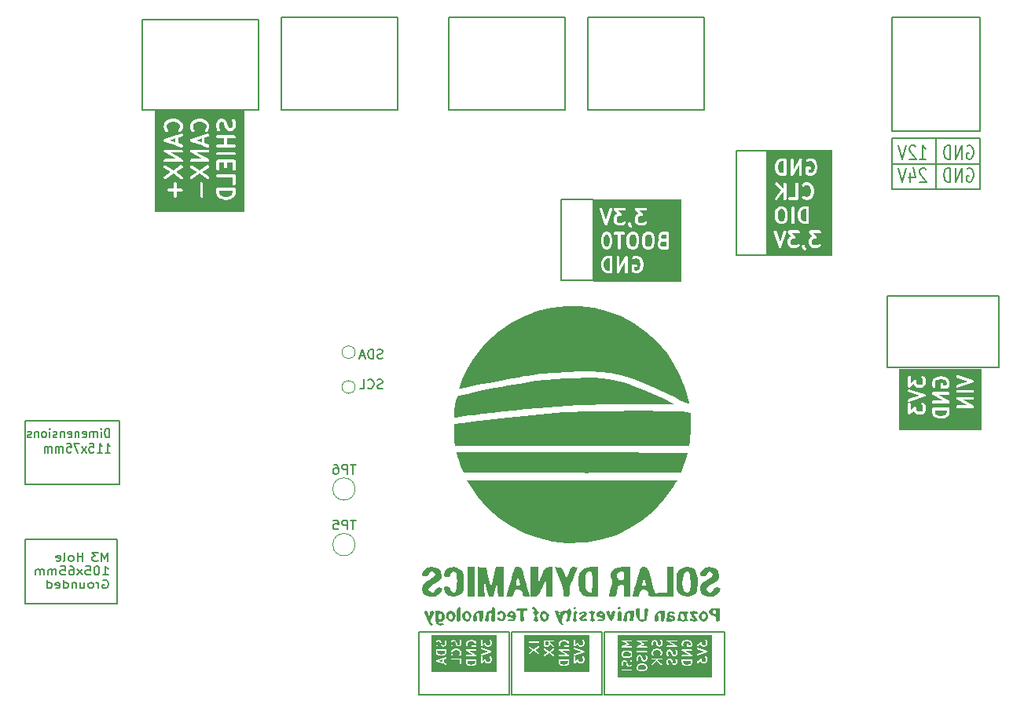
<source format=gbr>
%TF.GenerationSoftware,KiCad,Pcbnew,(7.0.0)*%
%TF.CreationDate,2023-03-06T22:48:15+01:00*%
%TF.ProjectId,RF_module,52465f6d-6f64-4756-9c65-2e6b69636164,1.1*%
%TF.SameCoordinates,Original*%
%TF.FileFunction,Legend,Bot*%
%TF.FilePolarity,Positive*%
%FSLAX46Y46*%
G04 Gerber Fmt 4.6, Leading zero omitted, Abs format (unit mm)*
G04 Created by KiCad (PCBNEW (7.0.0)) date 2023-03-06 22:48:15*
%MOMM*%
%LPD*%
G01*
G04 APERTURE LIST*
%ADD10C,0.150000*%
%ADD11C,0.320000*%
%ADD12C,0.200000*%
%ADD13C,0.300000*%
%ADD14C,0.120000*%
G04 APERTURE END LIST*
D10*
X35300000Y-82000000D02*
X45200000Y-82000000D01*
X45200000Y-82000000D02*
X45200000Y-89000000D01*
X45200000Y-89000000D02*
X35300000Y-89000000D01*
X35300000Y-89000000D02*
X35300000Y-82000000D01*
X128200000Y-55750000D02*
X140200000Y-55750000D01*
X140200000Y-55750000D02*
X140200000Y-63500000D01*
X140200000Y-63500000D02*
X128200000Y-63500000D01*
X128200000Y-63500000D02*
X128200000Y-55750000D01*
X111950000Y-40100000D02*
X115200000Y-40100000D01*
X115200000Y-40100000D02*
X115200000Y-51400000D01*
X115200000Y-51400000D02*
X111950000Y-51400000D01*
X111950000Y-51400000D02*
X111950000Y-40100000D01*
X97700000Y-92000000D02*
X110700000Y-92000000D01*
X110700000Y-92000000D02*
X110700000Y-98750000D01*
X110700000Y-98750000D02*
X97700000Y-98750000D01*
X97700000Y-98750000D02*
X97700000Y-92000000D01*
X80950000Y-25750000D02*
X93450000Y-25750000D01*
X93450000Y-25750000D02*
X93450000Y-35750000D01*
X93450000Y-35750000D02*
X80950000Y-35750000D01*
X80950000Y-35750000D02*
X80950000Y-25750000D01*
X77700000Y-92000000D02*
X87450000Y-92000000D01*
X87450000Y-92000000D02*
X87450000Y-98750000D01*
X87450000Y-98750000D02*
X77700000Y-98750000D01*
X77700000Y-98750000D02*
X77700000Y-92000000D01*
X128700000Y-25750000D02*
X138200000Y-25750000D01*
X138200000Y-25750000D02*
X138200000Y-38000000D01*
X138200000Y-38000000D02*
X128700000Y-38000000D01*
X128700000Y-38000000D02*
X128700000Y-25750000D01*
X128700000Y-41550000D02*
X138200000Y-41550000D01*
X62950000Y-25750000D02*
X75450000Y-25750000D01*
X75450000Y-25750000D02*
X75450000Y-35750000D01*
X75450000Y-35750000D02*
X62950000Y-35750000D01*
X62950000Y-35750000D02*
X62950000Y-25750000D01*
X87700000Y-92000000D02*
X97450000Y-92000000D01*
X97450000Y-92000000D02*
X97450000Y-98750000D01*
X97450000Y-98750000D02*
X87700000Y-98750000D01*
X87700000Y-98750000D02*
X87700000Y-92000000D01*
X47950000Y-26000000D02*
X60450000Y-26000000D01*
X60450000Y-26000000D02*
X60450000Y-35750000D01*
X60450000Y-35750000D02*
X47950000Y-35750000D01*
X47950000Y-35750000D02*
X47950000Y-26000000D01*
X35300000Y-69250000D02*
X45450000Y-69250000D01*
X45450000Y-69250000D02*
X45450000Y-76100000D01*
X45450000Y-76100000D02*
X35300000Y-76100000D01*
X35300000Y-76100000D02*
X35300000Y-69250000D01*
X133450000Y-44300000D02*
X133450000Y-38800000D01*
X93050000Y-45400000D02*
X96550000Y-45400000D01*
X96550000Y-45400000D02*
X96550000Y-54100000D01*
X96550000Y-54100000D02*
X93050000Y-54100000D01*
X93050000Y-54100000D02*
X93050000Y-45400000D01*
X128700000Y-38800000D02*
X138200000Y-38800000D01*
X138200000Y-38800000D02*
X138200000Y-44300000D01*
X138200000Y-44300000D02*
X128700000Y-44300000D01*
X128700000Y-44300000D02*
X128700000Y-38800000D01*
X95950000Y-25750000D02*
X108450000Y-25750000D01*
X108450000Y-25750000D02*
X108450000Y-35750000D01*
X108450000Y-35750000D02*
X95950000Y-35750000D01*
X95950000Y-35750000D02*
X95950000Y-25750000D01*
D11*
G36*
X57659167Y-44640702D02*
G01*
X57595988Y-44830237D01*
X57474389Y-44951837D01*
X57346657Y-45015702D01*
X57049471Y-45089999D01*
X56838862Y-45089999D01*
X56541682Y-45015704D01*
X56413943Y-44951835D01*
X56292346Y-44830237D01*
X56229167Y-44640702D01*
X56229167Y-44409999D01*
X57659167Y-44409999D01*
X57659167Y-44640702D01*
G37*
G36*
X54324167Y-39194678D02*
G01*
X53740131Y-39000000D01*
X54324167Y-38805321D01*
X54324167Y-39194678D01*
G37*
G36*
X51489167Y-39194678D02*
G01*
X50905131Y-39000000D01*
X51489167Y-38805321D01*
X51489167Y-39194678D01*
G37*
G36*
X58930000Y-46763333D02*
G01*
X49250000Y-46763333D01*
X49250000Y-44357065D01*
X50650776Y-44357065D01*
X50689809Y-44442534D01*
X50768854Y-44493333D01*
X51322501Y-44493333D01*
X51322501Y-45023005D01*
X51342218Y-45090155D01*
X51413228Y-45151686D01*
X51506233Y-45165058D01*
X51591702Y-45126025D01*
X51642501Y-45046980D01*
X51642501Y-45023005D01*
X54157501Y-45023005D01*
X54177218Y-45090155D01*
X54248228Y-45151686D01*
X54341233Y-45165058D01*
X54426702Y-45126025D01*
X54477501Y-45046980D01*
X54477501Y-44672694D01*
X55902521Y-44672694D01*
X55916464Y-44714522D01*
X55928884Y-44756821D01*
X55931246Y-44758867D01*
X55997987Y-44959090D01*
X56006144Y-44996583D01*
X56029266Y-45019705D01*
X56047927Y-45046556D01*
X56061895Y-45052334D01*
X56191844Y-45182284D01*
X56205593Y-45205432D01*
X56245035Y-45225153D01*
X56283721Y-45246277D01*
X56286837Y-45246054D01*
X56388791Y-45297030D01*
X56401451Y-45310495D01*
X56429988Y-45317629D01*
X56434856Y-45320063D01*
X56452225Y-45323188D01*
X56754815Y-45398835D01*
X56772187Y-45409999D01*
X56799472Y-45409999D01*
X56802680Y-45410801D01*
X56822413Y-45409999D01*
X57042836Y-45409999D01*
X57062395Y-45416616D01*
X57088863Y-45409999D01*
X57092172Y-45409999D01*
X57111132Y-45404431D01*
X57413660Y-45328800D01*
X57432035Y-45330784D01*
X57458345Y-45317628D01*
X57463625Y-45316309D01*
X57478852Y-45307375D01*
X57622777Y-45235412D01*
X57649084Y-45229690D01*
X57680258Y-45198515D01*
X57712540Y-45168488D01*
X57713314Y-45165459D01*
X57842882Y-45035891D01*
X57872767Y-45011831D01*
X57883106Y-44980811D01*
X57898778Y-44952112D01*
X57897699Y-44937032D01*
X57964612Y-44736292D01*
X57979167Y-44713646D01*
X57979167Y-44669563D01*
X57980761Y-44625499D01*
X57979167Y-44622810D01*
X57979167Y-44261446D01*
X57984225Y-44226267D01*
X57969461Y-44193939D01*
X57959450Y-44159844D01*
X57950249Y-44151871D01*
X57945192Y-44140798D01*
X57915300Y-44121587D01*
X57888440Y-44098313D01*
X57876387Y-44096580D01*
X57866147Y-44089999D01*
X57830614Y-44089999D01*
X57795435Y-44084941D01*
X57784360Y-44089999D01*
X56080614Y-44089999D01*
X56045435Y-44084941D01*
X56013107Y-44099704D01*
X55979012Y-44109716D01*
X55971039Y-44118916D01*
X55959966Y-44123974D01*
X55940755Y-44153865D01*
X55917481Y-44180726D01*
X55915748Y-44192778D01*
X55909167Y-44203019D01*
X55909167Y-44238552D01*
X55904109Y-44273731D01*
X55909167Y-44284806D01*
X55909167Y-44646606D01*
X55902521Y-44672694D01*
X54477501Y-44672694D01*
X54477501Y-43643661D01*
X54457784Y-43576511D01*
X54386774Y-43514980D01*
X54293769Y-43501608D01*
X54208300Y-43540641D01*
X54157501Y-43619686D01*
X54157501Y-45023005D01*
X51642501Y-45023005D01*
X51642501Y-44493333D01*
X52172172Y-44493333D01*
X52239322Y-44473616D01*
X52300853Y-44402606D01*
X52314225Y-44309601D01*
X52275192Y-44224132D01*
X52196147Y-44173333D01*
X51642501Y-44173333D01*
X51642501Y-43643661D01*
X51622784Y-43576511D01*
X51551774Y-43514980D01*
X51458769Y-43501608D01*
X51373300Y-43540641D01*
X51322501Y-43619686D01*
X51322501Y-44173333D01*
X50792829Y-44173333D01*
X50725679Y-44193050D01*
X50664148Y-44264060D01*
X50650776Y-44357065D01*
X49250000Y-44357065D01*
X49250000Y-41854288D01*
X50233734Y-41854288D01*
X50271325Y-41940401D01*
X50985722Y-42416666D01*
X50291274Y-42879632D01*
X50246339Y-42933285D01*
X50234531Y-43026501D01*
X50274995Y-43111303D01*
X50354882Y-43160766D01*
X50448829Y-43159187D01*
X51274166Y-42608961D01*
X52079556Y-43145888D01*
X52146366Y-43166731D01*
X52236952Y-43141778D01*
X52299668Y-43071811D01*
X52314600Y-42979044D01*
X52277009Y-42892931D01*
X51562611Y-42416665D01*
X52257060Y-41953700D01*
X52301996Y-41900046D01*
X52307792Y-41854288D01*
X53068734Y-41854288D01*
X53106325Y-41940401D01*
X53820722Y-42416666D01*
X53126274Y-42879632D01*
X53081339Y-42933285D01*
X53069531Y-43026501D01*
X53109995Y-43111303D01*
X53189882Y-43160766D01*
X53283829Y-43159187D01*
X54109166Y-42608961D01*
X54914556Y-43145888D01*
X54981366Y-43166731D01*
X55071952Y-43141778D01*
X55134668Y-43071811D01*
X55149600Y-42979044D01*
X55112009Y-42892931D01*
X55058209Y-42857064D01*
X55904109Y-42857064D01*
X55943142Y-42942533D01*
X56022187Y-42993332D01*
X57659167Y-42993332D01*
X57659167Y-43689671D01*
X57678884Y-43756821D01*
X57749894Y-43818352D01*
X57842899Y-43831724D01*
X57928368Y-43792691D01*
X57979167Y-43713646D01*
X57979167Y-42844779D01*
X57984225Y-42809600D01*
X57969461Y-42777272D01*
X57959450Y-42743177D01*
X57950249Y-42735204D01*
X57945192Y-42724131D01*
X57915300Y-42704920D01*
X57888440Y-42681646D01*
X57876387Y-42679913D01*
X57866147Y-42673332D01*
X57830614Y-42673332D01*
X57795435Y-42668274D01*
X57784360Y-42673332D01*
X56046162Y-42673332D01*
X55979012Y-42693049D01*
X55917481Y-42764059D01*
X55904109Y-42857064D01*
X55058209Y-42857064D01*
X54397611Y-42416665D01*
X55092060Y-41953700D01*
X55136996Y-41900046D01*
X55148803Y-41806831D01*
X55108340Y-41722029D01*
X55028452Y-41672566D01*
X54934505Y-41674145D01*
X54109167Y-42224370D01*
X53303778Y-41687444D01*
X53236968Y-41666601D01*
X53146382Y-41691554D01*
X53083666Y-41761522D01*
X53068734Y-41854288D01*
X52307792Y-41854288D01*
X52313803Y-41806831D01*
X52273340Y-41722029D01*
X52193452Y-41672566D01*
X52099505Y-41674145D01*
X51274167Y-42224370D01*
X50468778Y-41687444D01*
X50401968Y-41666601D01*
X50311382Y-41691554D01*
X50248666Y-41761522D01*
X50233734Y-41854288D01*
X49250000Y-41854288D01*
X49250000Y-41190398D01*
X50234109Y-41190398D01*
X50273142Y-41275867D01*
X50352187Y-41326666D01*
X52130398Y-41326666D01*
X52157843Y-41333195D01*
X52198243Y-41319010D01*
X52239322Y-41306949D01*
X52242261Y-41303556D01*
X52246498Y-41302069D01*
X52272806Y-41268306D01*
X52300853Y-41235939D01*
X52301492Y-41231492D01*
X52304251Y-41227952D01*
X52307668Y-41190398D01*
X53069109Y-41190398D01*
X53108142Y-41275867D01*
X53187187Y-41326666D01*
X54965398Y-41326666D01*
X54992843Y-41333195D01*
X55033243Y-41319010D01*
X55074322Y-41306949D01*
X55077261Y-41303556D01*
X55081498Y-41302069D01*
X55103579Y-41273731D01*
X55904109Y-41273731D01*
X55909167Y-41284806D01*
X55909167Y-42106338D01*
X55928884Y-42173488D01*
X55999894Y-42235019D01*
X56092899Y-42248391D01*
X56178368Y-42209358D01*
X56229167Y-42130313D01*
X56229167Y-41409999D01*
X56742501Y-41409999D01*
X56742501Y-41856338D01*
X56762218Y-41923488D01*
X56833228Y-41985019D01*
X56926233Y-41998391D01*
X57011702Y-41959358D01*
X57062501Y-41880313D01*
X57062501Y-41409999D01*
X57659167Y-41409999D01*
X57659167Y-42106338D01*
X57678884Y-42173488D01*
X57749894Y-42235019D01*
X57842899Y-42248391D01*
X57928368Y-42209358D01*
X57979167Y-42130313D01*
X57979167Y-41261446D01*
X57984225Y-41226267D01*
X57969461Y-41193939D01*
X57959450Y-41159844D01*
X57950249Y-41151871D01*
X57945192Y-41140798D01*
X57915300Y-41121587D01*
X57888440Y-41098313D01*
X57876387Y-41096580D01*
X57866147Y-41089999D01*
X57830614Y-41089999D01*
X57795435Y-41084941D01*
X57784360Y-41089999D01*
X56913948Y-41089999D01*
X56878769Y-41084941D01*
X56867694Y-41089999D01*
X56080614Y-41089999D01*
X56045435Y-41084941D01*
X56013107Y-41099704D01*
X55979012Y-41109716D01*
X55971039Y-41118916D01*
X55959966Y-41123974D01*
X55940755Y-41153865D01*
X55917481Y-41180726D01*
X55915748Y-41192778D01*
X55909167Y-41203019D01*
X55909167Y-41238552D01*
X55904109Y-41273731D01*
X55103579Y-41273731D01*
X55107806Y-41268306D01*
X55135853Y-41235939D01*
X55136492Y-41231492D01*
X55139251Y-41227952D01*
X55143129Y-41185327D01*
X55149225Y-41142934D01*
X55147359Y-41138848D01*
X55147766Y-41134379D01*
X55127982Y-41096419D01*
X55110192Y-41057465D01*
X55106414Y-41055037D01*
X55104339Y-41051055D01*
X55067156Y-41029808D01*
X55031147Y-41006666D01*
X55026658Y-41006666D01*
X54035689Y-40440398D01*
X55904109Y-40440398D01*
X55943142Y-40525867D01*
X56022187Y-40576666D01*
X57842172Y-40576666D01*
X57909322Y-40556949D01*
X57970853Y-40485939D01*
X57984225Y-40392934D01*
X57945192Y-40307465D01*
X57866147Y-40256666D01*
X56046162Y-40256666D01*
X55979012Y-40276383D01*
X55917481Y-40347393D01*
X55904109Y-40440398D01*
X54035689Y-40440398D01*
X53836658Y-40326666D01*
X55007172Y-40326666D01*
X55074322Y-40306949D01*
X55135853Y-40235939D01*
X55149225Y-40142934D01*
X55110192Y-40057465D01*
X55031147Y-40006666D01*
X53252937Y-40006666D01*
X53225490Y-40000137D01*
X53185086Y-40014322D01*
X53144012Y-40026383D01*
X53141072Y-40029775D01*
X53136836Y-40031263D01*
X53110519Y-40065035D01*
X53082481Y-40097393D01*
X53081842Y-40101837D01*
X53079082Y-40105379D01*
X53075202Y-40148015D01*
X53069109Y-40190398D01*
X53070974Y-40194483D01*
X53070568Y-40198953D01*
X53090349Y-40236908D01*
X53108142Y-40275867D01*
X53111920Y-40278295D01*
X53113995Y-40282276D01*
X53151163Y-40303515D01*
X53187187Y-40326666D01*
X53191677Y-40326666D01*
X54381677Y-41006666D01*
X53211162Y-41006666D01*
X53144012Y-41026383D01*
X53082481Y-41097393D01*
X53069109Y-41190398D01*
X52307668Y-41190398D01*
X52308129Y-41185327D01*
X52314225Y-41142934D01*
X52312359Y-41138848D01*
X52312766Y-41134379D01*
X52292982Y-41096419D01*
X52275192Y-41057465D01*
X52271414Y-41055037D01*
X52269339Y-41051055D01*
X52232156Y-41029808D01*
X52196147Y-41006666D01*
X52191658Y-41006666D01*
X51001658Y-40326666D01*
X52172172Y-40326666D01*
X52239322Y-40306949D01*
X52300853Y-40235939D01*
X52314225Y-40142934D01*
X52275192Y-40057465D01*
X52196147Y-40006666D01*
X50417937Y-40006666D01*
X50390490Y-40000137D01*
X50350086Y-40014322D01*
X50309012Y-40026383D01*
X50306072Y-40029775D01*
X50301836Y-40031263D01*
X50275519Y-40065035D01*
X50247481Y-40097393D01*
X50246842Y-40101837D01*
X50244082Y-40105379D01*
X50240202Y-40148015D01*
X50234109Y-40190398D01*
X50235974Y-40194483D01*
X50235568Y-40198953D01*
X50255349Y-40236908D01*
X50273142Y-40275867D01*
X50276920Y-40278295D01*
X50278995Y-40282276D01*
X50316163Y-40303515D01*
X50352187Y-40326666D01*
X50356677Y-40326666D01*
X51546677Y-41006666D01*
X50376162Y-41006666D01*
X50309012Y-41026383D01*
X50247481Y-41097393D01*
X50234109Y-41190398D01*
X49250000Y-41190398D01*
X49250000Y-38982249D01*
X50233359Y-38982249D01*
X50240692Y-39022791D01*
X50245077Y-39063745D01*
X50248976Y-39068588D01*
X50250084Y-39074710D01*
X50278169Y-39104847D01*
X50304001Y-39136933D01*
X50309901Y-39138899D01*
X50314142Y-39143450D01*
X50354060Y-39153619D01*
X51568412Y-39558402D01*
X51579894Y-39568352D01*
X51612189Y-39572995D01*
X52120395Y-39742397D01*
X52190334Y-39744927D01*
X52271163Y-39697018D01*
X52313260Y-39613015D01*
X52303257Y-39519588D01*
X52244333Y-39446400D01*
X51809167Y-39301345D01*
X51809167Y-38982249D01*
X53068359Y-38982249D01*
X53075692Y-39022791D01*
X53080077Y-39063745D01*
X53083976Y-39068588D01*
X53085084Y-39074710D01*
X53113169Y-39104847D01*
X53139001Y-39136933D01*
X53144901Y-39138899D01*
X53149142Y-39143450D01*
X53189060Y-39153619D01*
X54403412Y-39558402D01*
X54414894Y-39568352D01*
X54447189Y-39572995D01*
X54955395Y-39742397D01*
X55025334Y-39744927D01*
X55106163Y-39697018D01*
X55148260Y-39613015D01*
X55147623Y-39607065D01*
X55904109Y-39607065D01*
X55943142Y-39692534D01*
X56022187Y-39743333D01*
X56891054Y-39743333D01*
X56926233Y-39748391D01*
X56937308Y-39743333D01*
X57842172Y-39743333D01*
X57909322Y-39723616D01*
X57970853Y-39652606D01*
X57984225Y-39559601D01*
X57945192Y-39474132D01*
X57866147Y-39423333D01*
X57062501Y-39423333D01*
X57062501Y-38743333D01*
X57842172Y-38743333D01*
X57909322Y-38723616D01*
X57970853Y-38652606D01*
X57984225Y-38559601D01*
X57945192Y-38474132D01*
X57866147Y-38423333D01*
X56913948Y-38423333D01*
X56878769Y-38418275D01*
X56867694Y-38423333D01*
X56046162Y-38423333D01*
X55979012Y-38443050D01*
X55917481Y-38514060D01*
X55904109Y-38607065D01*
X55943142Y-38692534D01*
X56022187Y-38743333D01*
X56742501Y-38743333D01*
X56742501Y-39423333D01*
X56046162Y-39423333D01*
X55979012Y-39443050D01*
X55917481Y-39514060D01*
X55904109Y-39607065D01*
X55147623Y-39607065D01*
X55138257Y-39519588D01*
X55079333Y-39446400D01*
X54644167Y-39301345D01*
X54644167Y-38698655D01*
X55056588Y-38561181D01*
X55114057Y-38521241D01*
X55149975Y-38434417D01*
X55133250Y-38341956D01*
X55069192Y-38273216D01*
X54978139Y-38250020D01*
X54469475Y-38419574D01*
X54460435Y-38418275D01*
X54425467Y-38434244D01*
X53211029Y-38839058D01*
X53193000Y-38838406D01*
X53167316Y-38853629D01*
X53161746Y-38855486D01*
X53147614Y-38865306D01*
X53112171Y-38886315D01*
X53109384Y-38891875D01*
X53104277Y-38895425D01*
X53088527Y-38933495D01*
X53070075Y-38970318D01*
X53070736Y-38976500D01*
X53068359Y-38982249D01*
X51809167Y-38982249D01*
X51809167Y-38698655D01*
X52221588Y-38561181D01*
X52279057Y-38521241D01*
X52314975Y-38434417D01*
X52298250Y-38341956D01*
X52234192Y-38273216D01*
X52143139Y-38250020D01*
X51634475Y-38419574D01*
X51625435Y-38418275D01*
X51590467Y-38434244D01*
X50376029Y-38839058D01*
X50358000Y-38838406D01*
X50332316Y-38853629D01*
X50326746Y-38855486D01*
X50312614Y-38865306D01*
X50277171Y-38886315D01*
X50274384Y-38891875D01*
X50269277Y-38895425D01*
X50253527Y-38933495D01*
X50235075Y-38970318D01*
X50235736Y-38976500D01*
X50233359Y-38982249D01*
X49250000Y-38982249D01*
X49250000Y-37589361D01*
X50232521Y-37589361D01*
X50246464Y-37631189D01*
X50258884Y-37673488D01*
X50261246Y-37675534D01*
X50327987Y-37875756D01*
X50336144Y-37913250D01*
X50359266Y-37936372D01*
X50377927Y-37963223D01*
X50391895Y-37969001D01*
X50468964Y-38046070D01*
X50530388Y-38079611D01*
X50624109Y-38072908D01*
X50699329Y-38016599D01*
X50732164Y-37928563D01*
X50712191Y-37836749D01*
X50622346Y-37746904D01*
X50559167Y-37557369D01*
X50559167Y-37442631D01*
X50622346Y-37253094D01*
X50743945Y-37131496D01*
X50871679Y-37067628D01*
X51168863Y-36993333D01*
X51379469Y-36993333D01*
X51676654Y-37067628D01*
X51804387Y-37131495D01*
X51925988Y-37253094D01*
X51989167Y-37442632D01*
X51989167Y-37557369D01*
X51925988Y-37746904D01*
X51853097Y-37819796D01*
X51819557Y-37881220D01*
X51826259Y-37974941D01*
X51882568Y-38050161D01*
X51970605Y-38082996D01*
X52062418Y-38063023D01*
X52172882Y-37952558D01*
X52202767Y-37928498D01*
X52213105Y-37897481D01*
X52228779Y-37868779D01*
X52227700Y-37853697D01*
X52294612Y-37652959D01*
X52309167Y-37630313D01*
X52309167Y-37589361D01*
X53067521Y-37589361D01*
X53081464Y-37631189D01*
X53093884Y-37673488D01*
X53096246Y-37675534D01*
X53162987Y-37875756D01*
X53171144Y-37913250D01*
X53194266Y-37936372D01*
X53212927Y-37963223D01*
X53226895Y-37969001D01*
X53303964Y-38046070D01*
X53365388Y-38079611D01*
X53459109Y-38072908D01*
X53534329Y-38016599D01*
X53567164Y-37928563D01*
X53547191Y-37836749D01*
X53457346Y-37746904D01*
X53394167Y-37557369D01*
X53394167Y-37442631D01*
X53457346Y-37253094D01*
X53578945Y-37131496D01*
X53706679Y-37067628D01*
X54003863Y-36993333D01*
X54214469Y-36993333D01*
X54511654Y-37067628D01*
X54639387Y-37131495D01*
X54760988Y-37253094D01*
X54824167Y-37442632D01*
X54824167Y-37557369D01*
X54760988Y-37746904D01*
X54688097Y-37819796D01*
X54654557Y-37881220D01*
X54661259Y-37974941D01*
X54717568Y-38050161D01*
X54805605Y-38082996D01*
X54897418Y-38063023D01*
X55007882Y-37952558D01*
X55037767Y-37928498D01*
X55048105Y-37897481D01*
X55063779Y-37868779D01*
X55062700Y-37853697D01*
X55129612Y-37652959D01*
X55144167Y-37630313D01*
X55144167Y-37589361D01*
X55902521Y-37589361D01*
X55916464Y-37631189D01*
X55928884Y-37673488D01*
X55931246Y-37675534D01*
X56007987Y-37905754D01*
X56047927Y-37963223D01*
X56134750Y-37999141D01*
X56227211Y-37982416D01*
X56295951Y-37918358D01*
X56319147Y-37827305D01*
X56229167Y-37557369D01*
X56229167Y-37204437D01*
X56283997Y-37094777D01*
X56330610Y-37048163D01*
X56440271Y-36993333D01*
X56531395Y-36993333D01*
X56641058Y-37048164D01*
X56687670Y-37094776D01*
X56751538Y-37222512D01*
X56823699Y-37511159D01*
X56821716Y-37529534D01*
X56834871Y-37555844D01*
X56836191Y-37561124D01*
X56845124Y-37576351D01*
X56917087Y-37720276D01*
X56922810Y-37746583D01*
X56953984Y-37777757D01*
X56984012Y-37810039D01*
X56987040Y-37810813D01*
X57025180Y-37848953D01*
X57038927Y-37872098D01*
X57078350Y-37891809D01*
X57117055Y-37912944D01*
X57120173Y-37912721D01*
X57239907Y-37972588D01*
X57272187Y-37993333D01*
X57304887Y-37993333D01*
X57337067Y-37999124D01*
X57351030Y-37993333D01*
X57477221Y-37993333D01*
X57515368Y-37997452D01*
X57544616Y-37982827D01*
X57575989Y-37973616D01*
X57585888Y-37962191D01*
X57706113Y-37902078D01*
X57732419Y-37896356D01*
X57763589Y-37865185D01*
X57795874Y-37835155D01*
X57796648Y-37832125D01*
X57834788Y-37793986D01*
X57857932Y-37780240D01*
X57877645Y-37740812D01*
X57898778Y-37702111D01*
X57898555Y-37698993D01*
X57958422Y-37579259D01*
X57979167Y-37546980D01*
X57979167Y-37514280D01*
X57984958Y-37482100D01*
X57979167Y-37468137D01*
X57979167Y-37103394D01*
X57985813Y-37077306D01*
X57971870Y-37035477D01*
X57959450Y-36993178D01*
X57957088Y-36991131D01*
X57880349Y-36760912D01*
X57840409Y-36703443D01*
X57753585Y-36667525D01*
X57661124Y-36684250D01*
X57592384Y-36748307D01*
X57569188Y-36839360D01*
X57659167Y-37109299D01*
X57659167Y-37462230D01*
X57604337Y-37571888D01*
X57557722Y-37618503D01*
X57448064Y-37673333D01*
X57356937Y-37673333D01*
X57247279Y-37618504D01*
X57200663Y-37571888D01*
X57136797Y-37444156D01*
X57064635Y-37155507D01*
X57066619Y-37137131D01*
X57053463Y-37110820D01*
X57052144Y-37105542D01*
X57043212Y-37090317D01*
X56971246Y-36946386D01*
X56965524Y-36920083D01*
X56934353Y-36888912D01*
X56904321Y-36856626D01*
X56901293Y-36855851D01*
X56863156Y-36817714D01*
X56849408Y-36794567D01*
X56809963Y-36774844D01*
X56771281Y-36753722D01*
X56768163Y-36753944D01*
X56648419Y-36694073D01*
X56616147Y-36673333D01*
X56583449Y-36673333D01*
X56551266Y-36667542D01*
X56537303Y-36673333D01*
X56411109Y-36673333D01*
X56372967Y-36669215D01*
X56343723Y-36683836D01*
X56312346Y-36693050D01*
X56302445Y-36704475D01*
X56182221Y-36764587D01*
X56155916Y-36770310D01*
X56124745Y-36801480D01*
X56092461Y-36831511D01*
X56091686Y-36834540D01*
X56053548Y-36872677D01*
X56030403Y-36886425D01*
X56010684Y-36925861D01*
X55989557Y-36964555D01*
X55989779Y-36967670D01*
X55929910Y-37087408D01*
X55909167Y-37119686D01*
X55909167Y-37152382D01*
X55903375Y-37184566D01*
X55909167Y-37198531D01*
X55909167Y-37563273D01*
X55902521Y-37589361D01*
X55144167Y-37589361D01*
X55144167Y-37586230D01*
X55145761Y-37542166D01*
X55144167Y-37539477D01*
X55144167Y-37436727D01*
X55150813Y-37410639D01*
X55136870Y-37368810D01*
X55124450Y-37326511D01*
X55122088Y-37324464D01*
X55055346Y-37124236D01*
X55047191Y-37086748D01*
X55024070Y-37063627D01*
X55005409Y-37036776D01*
X54991439Y-37030996D01*
X54861488Y-36901047D01*
X54847742Y-36877902D01*
X54808298Y-36858180D01*
X54769612Y-36837056D01*
X54766496Y-36837278D01*
X54664545Y-36786303D01*
X54651884Y-36772837D01*
X54623344Y-36765702D01*
X54618480Y-36763270D01*
X54601113Y-36760144D01*
X54298518Y-36684496D01*
X54281147Y-36673333D01*
X54253862Y-36673333D01*
X54250654Y-36672531D01*
X54230921Y-36673333D01*
X54010498Y-36673333D01*
X53990939Y-36666716D01*
X53964471Y-36673333D01*
X53961162Y-36673333D01*
X53942200Y-36678900D01*
X53639677Y-36754531D01*
X53621300Y-36752547D01*
X53594986Y-36765703D01*
X53589710Y-36767023D01*
X53574491Y-36775951D01*
X53430554Y-36847920D01*
X53404250Y-36853643D01*
X53373083Y-36884809D01*
X53340793Y-36914846D01*
X53340018Y-36917874D01*
X53210454Y-37047438D01*
X53180568Y-37071500D01*
X53170227Y-37102521D01*
X53154557Y-37131220D01*
X53155635Y-37146298D01*
X53088721Y-37347038D01*
X53074167Y-37369686D01*
X53074167Y-37413769D01*
X53072573Y-37457833D01*
X53074167Y-37460522D01*
X53074167Y-37563273D01*
X53067521Y-37589361D01*
X52309167Y-37589361D01*
X52309167Y-37586230D01*
X52310761Y-37542166D01*
X52309167Y-37539477D01*
X52309167Y-37436727D01*
X52315813Y-37410639D01*
X52301870Y-37368810D01*
X52289450Y-37326511D01*
X52287088Y-37324464D01*
X52220346Y-37124236D01*
X52212191Y-37086748D01*
X52189070Y-37063627D01*
X52170409Y-37036776D01*
X52156439Y-37030996D01*
X52026488Y-36901047D01*
X52012742Y-36877902D01*
X51973298Y-36858180D01*
X51934612Y-36837056D01*
X51931496Y-36837278D01*
X51829545Y-36786303D01*
X51816884Y-36772837D01*
X51788344Y-36765702D01*
X51783480Y-36763270D01*
X51766113Y-36760144D01*
X51463518Y-36684496D01*
X51446147Y-36673333D01*
X51418862Y-36673333D01*
X51415654Y-36672531D01*
X51395921Y-36673333D01*
X51175498Y-36673333D01*
X51155939Y-36666716D01*
X51129471Y-36673333D01*
X51126162Y-36673333D01*
X51107200Y-36678900D01*
X50804677Y-36754531D01*
X50786300Y-36752547D01*
X50759986Y-36765703D01*
X50754710Y-36767023D01*
X50739491Y-36775951D01*
X50595554Y-36847920D01*
X50569250Y-36853643D01*
X50538083Y-36884809D01*
X50505793Y-36914846D01*
X50505018Y-36917874D01*
X50375454Y-37047438D01*
X50345568Y-37071500D01*
X50335227Y-37102521D01*
X50319557Y-37131220D01*
X50320635Y-37146298D01*
X50253721Y-37347038D01*
X50239167Y-37369686D01*
X50239167Y-37413769D01*
X50237573Y-37457833D01*
X50239167Y-37460522D01*
X50239167Y-37563273D01*
X50232521Y-37589361D01*
X49250000Y-37589361D01*
X49250000Y-35770000D01*
X58930000Y-35770000D01*
X58930000Y-46763333D01*
G37*
D10*
X44385714Y-71062380D02*
X44385714Y-70062380D01*
X44385714Y-70062380D02*
X44171428Y-70062380D01*
X44171428Y-70062380D02*
X44042857Y-70110000D01*
X44042857Y-70110000D02*
X43957142Y-70205238D01*
X43957142Y-70205238D02*
X43914285Y-70300476D01*
X43914285Y-70300476D02*
X43871428Y-70490952D01*
X43871428Y-70490952D02*
X43871428Y-70633809D01*
X43871428Y-70633809D02*
X43914285Y-70824285D01*
X43914285Y-70824285D02*
X43957142Y-70919523D01*
X43957142Y-70919523D02*
X44042857Y-71014761D01*
X44042857Y-71014761D02*
X44171428Y-71062380D01*
X44171428Y-71062380D02*
X44385714Y-71062380D01*
X43485714Y-71062380D02*
X43485714Y-70395714D01*
X43485714Y-70062380D02*
X43528571Y-70110000D01*
X43528571Y-70110000D02*
X43485714Y-70157619D01*
X43485714Y-70157619D02*
X43442857Y-70110000D01*
X43442857Y-70110000D02*
X43485714Y-70062380D01*
X43485714Y-70062380D02*
X43485714Y-70157619D01*
X43057143Y-71062380D02*
X43057143Y-70395714D01*
X43057143Y-70490952D02*
X43014286Y-70443333D01*
X43014286Y-70443333D02*
X42928571Y-70395714D01*
X42928571Y-70395714D02*
X42800000Y-70395714D01*
X42800000Y-70395714D02*
X42714286Y-70443333D01*
X42714286Y-70443333D02*
X42671429Y-70538571D01*
X42671429Y-70538571D02*
X42671429Y-71062380D01*
X42671429Y-70538571D02*
X42628571Y-70443333D01*
X42628571Y-70443333D02*
X42542857Y-70395714D01*
X42542857Y-70395714D02*
X42414286Y-70395714D01*
X42414286Y-70395714D02*
X42328571Y-70443333D01*
X42328571Y-70443333D02*
X42285714Y-70538571D01*
X42285714Y-70538571D02*
X42285714Y-71062380D01*
X41514286Y-71014761D02*
X41600000Y-71062380D01*
X41600000Y-71062380D02*
X41771429Y-71062380D01*
X41771429Y-71062380D02*
X41857143Y-71014761D01*
X41857143Y-71014761D02*
X41900000Y-70919523D01*
X41900000Y-70919523D02*
X41900000Y-70538571D01*
X41900000Y-70538571D02*
X41857143Y-70443333D01*
X41857143Y-70443333D02*
X41771429Y-70395714D01*
X41771429Y-70395714D02*
X41600000Y-70395714D01*
X41600000Y-70395714D02*
X41514286Y-70443333D01*
X41514286Y-70443333D02*
X41471429Y-70538571D01*
X41471429Y-70538571D02*
X41471429Y-70633809D01*
X41471429Y-70633809D02*
X41900000Y-70729047D01*
X41085714Y-70395714D02*
X41085714Y-71062380D01*
X41085714Y-70490952D02*
X41042857Y-70443333D01*
X41042857Y-70443333D02*
X40957142Y-70395714D01*
X40957142Y-70395714D02*
X40828571Y-70395714D01*
X40828571Y-70395714D02*
X40742857Y-70443333D01*
X40742857Y-70443333D02*
X40700000Y-70538571D01*
X40700000Y-70538571D02*
X40700000Y-71062380D01*
X39928571Y-71014761D02*
X40014285Y-71062380D01*
X40014285Y-71062380D02*
X40185714Y-71062380D01*
X40185714Y-71062380D02*
X40271428Y-71014761D01*
X40271428Y-71014761D02*
X40314285Y-70919523D01*
X40314285Y-70919523D02*
X40314285Y-70538571D01*
X40314285Y-70538571D02*
X40271428Y-70443333D01*
X40271428Y-70443333D02*
X40185714Y-70395714D01*
X40185714Y-70395714D02*
X40014285Y-70395714D01*
X40014285Y-70395714D02*
X39928571Y-70443333D01*
X39928571Y-70443333D02*
X39885714Y-70538571D01*
X39885714Y-70538571D02*
X39885714Y-70633809D01*
X39885714Y-70633809D02*
X40314285Y-70729047D01*
X39499999Y-70395714D02*
X39499999Y-71062380D01*
X39499999Y-70490952D02*
X39457142Y-70443333D01*
X39457142Y-70443333D02*
X39371427Y-70395714D01*
X39371427Y-70395714D02*
X39242856Y-70395714D01*
X39242856Y-70395714D02*
X39157142Y-70443333D01*
X39157142Y-70443333D02*
X39114285Y-70538571D01*
X39114285Y-70538571D02*
X39114285Y-71062380D01*
X38728570Y-71014761D02*
X38642856Y-71062380D01*
X38642856Y-71062380D02*
X38471427Y-71062380D01*
X38471427Y-71062380D02*
X38385713Y-71014761D01*
X38385713Y-71014761D02*
X38342856Y-70919523D01*
X38342856Y-70919523D02*
X38342856Y-70871904D01*
X38342856Y-70871904D02*
X38385713Y-70776666D01*
X38385713Y-70776666D02*
X38471427Y-70729047D01*
X38471427Y-70729047D02*
X38599999Y-70729047D01*
X38599999Y-70729047D02*
X38685713Y-70681428D01*
X38685713Y-70681428D02*
X38728570Y-70586190D01*
X38728570Y-70586190D02*
X38728570Y-70538571D01*
X38728570Y-70538571D02*
X38685713Y-70443333D01*
X38685713Y-70443333D02*
X38599999Y-70395714D01*
X38599999Y-70395714D02*
X38471427Y-70395714D01*
X38471427Y-70395714D02*
X38385713Y-70443333D01*
X37957142Y-71062380D02*
X37957142Y-70395714D01*
X37957142Y-70062380D02*
X37999999Y-70110000D01*
X37999999Y-70110000D02*
X37957142Y-70157619D01*
X37957142Y-70157619D02*
X37914285Y-70110000D01*
X37914285Y-70110000D02*
X37957142Y-70062380D01*
X37957142Y-70062380D02*
X37957142Y-70157619D01*
X37399999Y-71062380D02*
X37485714Y-71014761D01*
X37485714Y-71014761D02*
X37528571Y-70967142D01*
X37528571Y-70967142D02*
X37571428Y-70871904D01*
X37571428Y-70871904D02*
X37571428Y-70586190D01*
X37571428Y-70586190D02*
X37528571Y-70490952D01*
X37528571Y-70490952D02*
X37485714Y-70443333D01*
X37485714Y-70443333D02*
X37399999Y-70395714D01*
X37399999Y-70395714D02*
X37271428Y-70395714D01*
X37271428Y-70395714D02*
X37185714Y-70443333D01*
X37185714Y-70443333D02*
X37142857Y-70490952D01*
X37142857Y-70490952D02*
X37099999Y-70586190D01*
X37099999Y-70586190D02*
X37099999Y-70871904D01*
X37099999Y-70871904D02*
X37142857Y-70967142D01*
X37142857Y-70967142D02*
X37185714Y-71014761D01*
X37185714Y-71014761D02*
X37271428Y-71062380D01*
X37271428Y-71062380D02*
X37399999Y-71062380D01*
X36714285Y-70395714D02*
X36714285Y-71062380D01*
X36714285Y-70490952D02*
X36671428Y-70443333D01*
X36671428Y-70443333D02*
X36585713Y-70395714D01*
X36585713Y-70395714D02*
X36457142Y-70395714D01*
X36457142Y-70395714D02*
X36371428Y-70443333D01*
X36371428Y-70443333D02*
X36328571Y-70538571D01*
X36328571Y-70538571D02*
X36328571Y-71062380D01*
X35942856Y-71014761D02*
X35857142Y-71062380D01*
X35857142Y-71062380D02*
X35685713Y-71062380D01*
X35685713Y-71062380D02*
X35599999Y-71014761D01*
X35599999Y-71014761D02*
X35557142Y-70919523D01*
X35557142Y-70919523D02*
X35557142Y-70871904D01*
X35557142Y-70871904D02*
X35599999Y-70776666D01*
X35599999Y-70776666D02*
X35685713Y-70729047D01*
X35685713Y-70729047D02*
X35814285Y-70729047D01*
X35814285Y-70729047D02*
X35899999Y-70681428D01*
X35899999Y-70681428D02*
X35942856Y-70586190D01*
X35942856Y-70586190D02*
X35942856Y-70538571D01*
X35942856Y-70538571D02*
X35899999Y-70443333D01*
X35899999Y-70443333D02*
X35814285Y-70395714D01*
X35814285Y-70395714D02*
X35685713Y-70395714D01*
X35685713Y-70395714D02*
X35599999Y-70443333D01*
X43914285Y-72682380D02*
X44428571Y-72682380D01*
X44171428Y-72682380D02*
X44171428Y-71682380D01*
X44171428Y-71682380D02*
X44257142Y-71825238D01*
X44257142Y-71825238D02*
X44342857Y-71920476D01*
X44342857Y-71920476D02*
X44428571Y-71968095D01*
X43057142Y-72682380D02*
X43571428Y-72682380D01*
X43314285Y-72682380D02*
X43314285Y-71682380D01*
X43314285Y-71682380D02*
X43399999Y-71825238D01*
X43399999Y-71825238D02*
X43485714Y-71920476D01*
X43485714Y-71920476D02*
X43571428Y-71968095D01*
X42242856Y-71682380D02*
X42671428Y-71682380D01*
X42671428Y-71682380D02*
X42714285Y-72158571D01*
X42714285Y-72158571D02*
X42671428Y-72110952D01*
X42671428Y-72110952D02*
X42585714Y-72063333D01*
X42585714Y-72063333D02*
X42371428Y-72063333D01*
X42371428Y-72063333D02*
X42285714Y-72110952D01*
X42285714Y-72110952D02*
X42242856Y-72158571D01*
X42242856Y-72158571D02*
X42199999Y-72253809D01*
X42199999Y-72253809D02*
X42199999Y-72491904D01*
X42199999Y-72491904D02*
X42242856Y-72587142D01*
X42242856Y-72587142D02*
X42285714Y-72634761D01*
X42285714Y-72634761D02*
X42371428Y-72682380D01*
X42371428Y-72682380D02*
X42585714Y-72682380D01*
X42585714Y-72682380D02*
X42671428Y-72634761D01*
X42671428Y-72634761D02*
X42714285Y-72587142D01*
X41899999Y-72682380D02*
X41428571Y-72015714D01*
X41899999Y-72015714D02*
X41428571Y-72682380D01*
X41171428Y-71682380D02*
X40571428Y-71682380D01*
X40571428Y-71682380D02*
X40957142Y-72682380D01*
X39799999Y-71682380D02*
X40228571Y-71682380D01*
X40228571Y-71682380D02*
X40271428Y-72158571D01*
X40271428Y-72158571D02*
X40228571Y-72110952D01*
X40228571Y-72110952D02*
X40142857Y-72063333D01*
X40142857Y-72063333D02*
X39928571Y-72063333D01*
X39928571Y-72063333D02*
X39842857Y-72110952D01*
X39842857Y-72110952D02*
X39799999Y-72158571D01*
X39799999Y-72158571D02*
X39757142Y-72253809D01*
X39757142Y-72253809D02*
X39757142Y-72491904D01*
X39757142Y-72491904D02*
X39799999Y-72587142D01*
X39799999Y-72587142D02*
X39842857Y-72634761D01*
X39842857Y-72634761D02*
X39928571Y-72682380D01*
X39928571Y-72682380D02*
X40142857Y-72682380D01*
X40142857Y-72682380D02*
X40228571Y-72634761D01*
X40228571Y-72634761D02*
X40271428Y-72587142D01*
X39371428Y-72682380D02*
X39371428Y-72015714D01*
X39371428Y-72110952D02*
X39328571Y-72063333D01*
X39328571Y-72063333D02*
X39242856Y-72015714D01*
X39242856Y-72015714D02*
X39114285Y-72015714D01*
X39114285Y-72015714D02*
X39028571Y-72063333D01*
X39028571Y-72063333D02*
X38985714Y-72158571D01*
X38985714Y-72158571D02*
X38985714Y-72682380D01*
X38985714Y-72158571D02*
X38942856Y-72063333D01*
X38942856Y-72063333D02*
X38857142Y-72015714D01*
X38857142Y-72015714D02*
X38728571Y-72015714D01*
X38728571Y-72015714D02*
X38642856Y-72063333D01*
X38642856Y-72063333D02*
X38599999Y-72158571D01*
X38599999Y-72158571D02*
X38599999Y-72682380D01*
X38171428Y-72682380D02*
X38171428Y-72015714D01*
X38171428Y-72110952D02*
X38128571Y-72063333D01*
X38128571Y-72063333D02*
X38042856Y-72015714D01*
X38042856Y-72015714D02*
X37914285Y-72015714D01*
X37914285Y-72015714D02*
X37828571Y-72063333D01*
X37828571Y-72063333D02*
X37785714Y-72158571D01*
X37785714Y-72158571D02*
X37785714Y-72682380D01*
X37785714Y-72158571D02*
X37742856Y-72063333D01*
X37742856Y-72063333D02*
X37657142Y-72015714D01*
X37657142Y-72015714D02*
X37528571Y-72015714D01*
X37528571Y-72015714D02*
X37442856Y-72063333D01*
X37442856Y-72063333D02*
X37399999Y-72158571D01*
X37399999Y-72158571D02*
X37399999Y-72682380D01*
G36*
X102071179Y-95627245D02*
G01*
X102143121Y-95699187D01*
X102177380Y-95767703D01*
X102177380Y-95922769D01*
X102143121Y-95991286D01*
X102071179Y-96063228D01*
X101909813Y-96103570D01*
X101594948Y-96103570D01*
X101433581Y-96063228D01*
X101361639Y-95991286D01*
X101327380Y-95922769D01*
X101327380Y-95767705D01*
X101361639Y-95699187D01*
X101433581Y-95627245D01*
X101594948Y-95586904D01*
X101909812Y-95586904D01*
X102071179Y-95627245D01*
G37*
G36*
X107037380Y-95261639D02*
G01*
X106999208Y-95376152D01*
X106925095Y-95450265D01*
X106848109Y-95488758D01*
X106674575Y-95532142D01*
X106550186Y-95532142D01*
X106376653Y-95488758D01*
X106299664Y-95450264D01*
X106225551Y-95376151D01*
X106187380Y-95261639D01*
X106187380Y-95110714D01*
X107037380Y-95110714D01*
X107037380Y-95261639D01*
G37*
G36*
X100451179Y-94198674D02*
G01*
X100523121Y-94270616D01*
X100557380Y-94339132D01*
X100557380Y-94494198D01*
X100523121Y-94562715D01*
X100451179Y-94634657D01*
X100289813Y-94674999D01*
X99974948Y-94674999D01*
X99813581Y-94634657D01*
X99741639Y-94562715D01*
X99707380Y-94494198D01*
X99707380Y-94339134D01*
X99741639Y-94270616D01*
X99813581Y-94198674D01*
X99974948Y-94158333D01*
X100289812Y-94158333D01*
X100451179Y-94198674D01*
G37*
G36*
X109317857Y-96911904D02*
G01*
X99107143Y-96911904D01*
X99107143Y-96142076D01*
X99555010Y-96142076D01*
X99573306Y-96182140D01*
X99610358Y-96205952D01*
X100643162Y-96205952D01*
X100674640Y-96196709D01*
X100703482Y-96163423D01*
X100709750Y-96119828D01*
X100691454Y-96079764D01*
X100654402Y-96055952D01*
X99621598Y-96055952D01*
X99590120Y-96065195D01*
X99561278Y-96098481D01*
X99555010Y-96142076D01*
X99107143Y-96142076D01*
X99107143Y-95562349D01*
X99554265Y-95562349D01*
X99560803Y-95581962D01*
X99566623Y-95601783D01*
X99567729Y-95602741D01*
X99612259Y-95736326D01*
X99630982Y-95763266D01*
X99671680Y-95780102D01*
X99715020Y-95772262D01*
X99747242Y-95742235D01*
X99758115Y-95699555D01*
X99707380Y-95547353D01*
X99707380Y-95339134D01*
X99741639Y-95270616D01*
X99772045Y-95240210D01*
X99840561Y-95205952D01*
X99900389Y-95205952D01*
X99968907Y-95240211D01*
X99999312Y-95270616D01*
X100037806Y-95347602D01*
X100080189Y-95517134D01*
X100079259Y-95525748D01*
X100085425Y-95538081D01*
X100086044Y-95540554D01*
X100090226Y-95547681D01*
X100132521Y-95632271D01*
X100135204Y-95644603D01*
X100149831Y-95659230D01*
X100163893Y-95674348D01*
X100165311Y-95674710D01*
X100191746Y-95701145D01*
X100198190Y-95711995D01*
X100216699Y-95721249D01*
X100234813Y-95731140D01*
X100236271Y-95731035D01*
X100309517Y-95767658D01*
X100324644Y-95777380D01*
X100339974Y-95777380D01*
X100355057Y-95780094D01*
X100361601Y-95777380D01*
X100437864Y-95777380D01*
X100455748Y-95779311D01*
X100469461Y-95772454D01*
X100484164Y-95768137D01*
X100488802Y-95762783D01*
X100497590Y-95758389D01*
X101174666Y-95758389D01*
X101177380Y-95764933D01*
X101177380Y-95936441D01*
X101175450Y-95954320D01*
X101182305Y-95968030D01*
X101186623Y-95982735D01*
X101191977Y-95987374D01*
X101228712Y-96060843D01*
X101231395Y-96073174D01*
X101246019Y-96087798D01*
X101260085Y-96102919D01*
X101261502Y-96103281D01*
X101341384Y-96183163D01*
X101355683Y-96198371D01*
X101367729Y-96201382D01*
X101378623Y-96207331D01*
X101388652Y-96206613D01*
X101555550Y-96248337D01*
X101563692Y-96253570D01*
X101576480Y-96253570D01*
X101577984Y-96253946D01*
X101587230Y-96253570D01*
X101906704Y-96253570D01*
X101915873Y-96256672D01*
X101928281Y-96253570D01*
X101929829Y-96253570D01*
X101938698Y-96250965D01*
X102126601Y-96203989D01*
X102146984Y-96199556D01*
X102155764Y-96190775D01*
X102166469Y-96184495D01*
X102171013Y-96175526D01*
X102251145Y-96095394D01*
X102261995Y-96088951D01*
X102271245Y-96070449D01*
X102281141Y-96052328D01*
X102281036Y-96050867D01*
X102317658Y-95977623D01*
X102327380Y-95962497D01*
X102327380Y-95947167D01*
X102330094Y-95932084D01*
X102327380Y-95925540D01*
X102327380Y-95754030D01*
X102329310Y-95736155D01*
X102322455Y-95722445D01*
X102318137Y-95707739D01*
X102312782Y-95703099D01*
X102276048Y-95629630D01*
X102273366Y-95617300D01*
X102258746Y-95602680D01*
X102244677Y-95587555D01*
X102243258Y-95587192D01*
X102163367Y-95507301D01*
X102149077Y-95492103D01*
X102137032Y-95489091D01*
X102126138Y-95483143D01*
X102116107Y-95483860D01*
X101949210Y-95442136D01*
X101941069Y-95436904D01*
X101928281Y-95436904D01*
X101926777Y-95436528D01*
X101917531Y-95436904D01*
X101598057Y-95436904D01*
X101588888Y-95433802D01*
X101576480Y-95436904D01*
X101574932Y-95436904D01*
X101566062Y-95439508D01*
X101378159Y-95486484D01*
X101357777Y-95490918D01*
X101348997Y-95499697D01*
X101338291Y-95505979D01*
X101333745Y-95514949D01*
X101253617Y-95595077D01*
X101242767Y-95601522D01*
X101233518Y-95620018D01*
X101223620Y-95638146D01*
X101223724Y-95639606D01*
X101187101Y-95712849D01*
X101177380Y-95727977D01*
X101177380Y-95743306D01*
X101174666Y-95758389D01*
X100497590Y-95758389D01*
X100562271Y-95726048D01*
X100574603Y-95723366D01*
X100589230Y-95708738D01*
X100604348Y-95694677D01*
X100604710Y-95693258D01*
X100631145Y-95666823D01*
X100641995Y-95660380D01*
X100651249Y-95641870D01*
X100661140Y-95623757D01*
X100661035Y-95622298D01*
X100697658Y-95549052D01*
X100707380Y-95533926D01*
X100707380Y-95518596D01*
X100710094Y-95503513D01*
X100707380Y-95496969D01*
X100707380Y-95283211D01*
X100710495Y-95270983D01*
X100703955Y-95251363D01*
X100698137Y-95231549D01*
X100697030Y-95230590D01*
X100652503Y-95097006D01*
X100633780Y-95070066D01*
X100593081Y-95053230D01*
X100549741Y-95061070D01*
X100517519Y-95091097D01*
X100506646Y-95133777D01*
X100557380Y-95285980D01*
X100557380Y-95494198D01*
X100523121Y-95562715D01*
X100492714Y-95593122D01*
X100424199Y-95627380D01*
X100364372Y-95627380D01*
X100295854Y-95593121D01*
X100265447Y-95562714D01*
X100226954Y-95485728D01*
X100184571Y-95316195D01*
X100185501Y-95307584D01*
X100179335Y-95295253D01*
X100178717Y-95292778D01*
X100174529Y-95285639D01*
X100132239Y-95201059D01*
X100129557Y-95188729D01*
X100114937Y-95174109D01*
X100100868Y-95158984D01*
X100099449Y-95158621D01*
X100073014Y-95132186D01*
X100066571Y-95121337D01*
X100048070Y-95112086D01*
X100029948Y-95102191D01*
X100028487Y-95102295D01*
X99955246Y-95065675D01*
X99940117Y-95055952D01*
X99924787Y-95055952D01*
X99909704Y-95053238D01*
X99903160Y-95055952D01*
X99826888Y-95055952D01*
X99809013Y-95054022D01*
X99795303Y-95060876D01*
X99780597Y-95065195D01*
X99775957Y-95070549D01*
X99702488Y-95107283D01*
X99690158Y-95109966D01*
X99675538Y-95124585D01*
X99660413Y-95138655D01*
X99660050Y-95140073D01*
X99633617Y-95166506D01*
X99622767Y-95172951D01*
X99613518Y-95191447D01*
X99603620Y-95209575D01*
X99603724Y-95211035D01*
X99567101Y-95284278D01*
X99557380Y-95299406D01*
X99557380Y-95314735D01*
X99554666Y-95329818D01*
X99557380Y-95336362D01*
X99557380Y-95550121D01*
X99554265Y-95562349D01*
X99107143Y-95562349D01*
X99107143Y-94990920D01*
X101174265Y-94990920D01*
X101180803Y-95010533D01*
X101186623Y-95030354D01*
X101187729Y-95031312D01*
X101232259Y-95164897D01*
X101250982Y-95191837D01*
X101291680Y-95208673D01*
X101335020Y-95200833D01*
X101367242Y-95170806D01*
X101378115Y-95128126D01*
X101327380Y-94975924D01*
X101327380Y-94767705D01*
X101361639Y-94699187D01*
X101392045Y-94668781D01*
X101460561Y-94634523D01*
X101520389Y-94634523D01*
X101588907Y-94668782D01*
X101619312Y-94699187D01*
X101657806Y-94776173D01*
X101700189Y-94945705D01*
X101699259Y-94954319D01*
X101705425Y-94966652D01*
X101706044Y-94969125D01*
X101710226Y-94976252D01*
X101752521Y-95060842D01*
X101755204Y-95073174D01*
X101769831Y-95087801D01*
X101783893Y-95102919D01*
X101785311Y-95103281D01*
X101811746Y-95129716D01*
X101818190Y-95140566D01*
X101836699Y-95149820D01*
X101854813Y-95159711D01*
X101856271Y-95159606D01*
X101929517Y-95196229D01*
X101944644Y-95205951D01*
X101959974Y-95205951D01*
X101975057Y-95208665D01*
X101981601Y-95205951D01*
X102057864Y-95205951D01*
X102075748Y-95207882D01*
X102089461Y-95201025D01*
X102104164Y-95196708D01*
X102108802Y-95191354D01*
X102182271Y-95154619D01*
X102194603Y-95151937D01*
X102209230Y-95137309D01*
X102224348Y-95123248D01*
X102224710Y-95121829D01*
X102251145Y-95095394D01*
X102261995Y-95088951D01*
X102271249Y-95070441D01*
X102281140Y-95052328D01*
X102281035Y-95050869D01*
X102317658Y-94977623D01*
X102327380Y-94962497D01*
X102327380Y-94951600D01*
X102795010Y-94951600D01*
X102813306Y-94991664D01*
X102850358Y-95015476D01*
X103262743Y-95015476D01*
X103247261Y-95030956D01*
X103232382Y-95045810D01*
X103232374Y-95045844D01*
X102811723Y-95466495D01*
X102796000Y-95495289D01*
X102799143Y-95539220D01*
X102825537Y-95574479D01*
X102866804Y-95589871D01*
X102909841Y-95580509D01*
X103307989Y-95182361D01*
X103836006Y-95578373D01*
X103866734Y-95589866D01*
X103909779Y-95580542D01*
X103940950Y-95549427D01*
X103950352Y-95506398D01*
X103934998Y-95465117D01*
X103810673Y-95371873D01*
X104414265Y-95371873D01*
X104420803Y-95391486D01*
X104426623Y-95411307D01*
X104427729Y-95412265D01*
X104472259Y-95545850D01*
X104490982Y-95572790D01*
X104531680Y-95589626D01*
X104575020Y-95581786D01*
X104607242Y-95551759D01*
X104618115Y-95509079D01*
X104567380Y-95356877D01*
X104567380Y-95148658D01*
X104601639Y-95080140D01*
X104632045Y-95049734D01*
X104700561Y-95015476D01*
X104760389Y-95015476D01*
X104828907Y-95049735D01*
X104859312Y-95080140D01*
X104897806Y-95157126D01*
X104940189Y-95326658D01*
X104939259Y-95335272D01*
X104945425Y-95347605D01*
X104946044Y-95350078D01*
X104950226Y-95357205D01*
X104992521Y-95441795D01*
X104995204Y-95454127D01*
X105009831Y-95468754D01*
X105023893Y-95483872D01*
X105025311Y-95484234D01*
X105051746Y-95510669D01*
X105058190Y-95521519D01*
X105076699Y-95530773D01*
X105094813Y-95540664D01*
X105096271Y-95540559D01*
X105169517Y-95577182D01*
X105184644Y-95586904D01*
X105199974Y-95586904D01*
X105215057Y-95589618D01*
X105221601Y-95586904D01*
X105297864Y-95586904D01*
X105315748Y-95588835D01*
X105329461Y-95581978D01*
X105344164Y-95577661D01*
X105348802Y-95572307D01*
X105422271Y-95535572D01*
X105434603Y-95532890D01*
X105449230Y-95518262D01*
X105464348Y-95504201D01*
X105464710Y-95502782D01*
X105491145Y-95476347D01*
X105501995Y-95469904D01*
X105511249Y-95451394D01*
X105521140Y-95433281D01*
X105521035Y-95431822D01*
X105557658Y-95358576D01*
X105567380Y-95343450D01*
X105567380Y-95328120D01*
X105570094Y-95313037D01*
X105567380Y-95306493D01*
X105567380Y-95276635D01*
X106034265Y-95276635D01*
X106040803Y-95296248D01*
X106046623Y-95316069D01*
X106047729Y-95317027D01*
X106087571Y-95436548D01*
X106091395Y-95454127D01*
X106102236Y-95464968D01*
X106110982Y-95477552D01*
X106117527Y-95480259D01*
X106195556Y-95558288D01*
X106202000Y-95569138D01*
X106220501Y-95578388D01*
X106238623Y-95588284D01*
X106240083Y-95588179D01*
X106304986Y-95620631D01*
X106310921Y-95626943D01*
X106324298Y-95630287D01*
X106326578Y-95631427D01*
X106334710Y-95632890D01*
X106510788Y-95676909D01*
X106518930Y-95682142D01*
X106531718Y-95682142D01*
X106533222Y-95682518D01*
X106542468Y-95682142D01*
X106671466Y-95682142D01*
X106680635Y-95685244D01*
X106693043Y-95682142D01*
X106694591Y-95682142D01*
X106703460Y-95679537D01*
X106879515Y-95635523D01*
X106888129Y-95636454D01*
X106900462Y-95630287D01*
X106902935Y-95629669D01*
X106910062Y-95625486D01*
X106994652Y-95583191D01*
X107006984Y-95580509D01*
X107021611Y-95565881D01*
X107036729Y-95551820D01*
X107037091Y-95550401D01*
X107114939Y-95472553D01*
X107128948Y-95461275D01*
X107133795Y-95446733D01*
X107141141Y-95433281D01*
X107140635Y-95426213D01*
X107180558Y-95306445D01*
X107184849Y-95299769D01*
X107657275Y-95299769D01*
X107657380Y-95321480D01*
X107657380Y-95332210D01*
X107657432Y-95332389D01*
X107657488Y-95343812D01*
X107663508Y-95353081D01*
X107666623Y-95363688D01*
X107675256Y-95371168D01*
X107681478Y-95380748D01*
X107691554Y-95385291D01*
X107699909Y-95392530D01*
X107711215Y-95394155D01*
X107721630Y-95398851D01*
X107732564Y-95397225D01*
X107743504Y-95398798D01*
X107753893Y-95394053D01*
X107765195Y-95392373D01*
X107773515Y-95385092D01*
X107783568Y-95380502D01*
X107789743Y-95370893D01*
X108039974Y-95151940D01*
X108043258Y-95158509D01*
X108047576Y-95173212D01*
X108052929Y-95177850D01*
X108089664Y-95251319D01*
X108092347Y-95263651D01*
X108106974Y-95278278D01*
X108121036Y-95293396D01*
X108122454Y-95293758D01*
X108148889Y-95320193D01*
X108155333Y-95331043D01*
X108173842Y-95340297D01*
X108191956Y-95350188D01*
X108193414Y-95350083D01*
X108266660Y-95386706D01*
X108281787Y-95396428D01*
X108297117Y-95396428D01*
X108312200Y-95399142D01*
X108318744Y-95396428D01*
X108537864Y-95396428D01*
X108555748Y-95398359D01*
X108569461Y-95391502D01*
X108584164Y-95387185D01*
X108588802Y-95381831D01*
X108662271Y-95345096D01*
X108674603Y-95342414D01*
X108689230Y-95327786D01*
X108704348Y-95313725D01*
X108704710Y-95312306D01*
X108731145Y-95285871D01*
X108741995Y-95279428D01*
X108751249Y-95260918D01*
X108761140Y-95242805D01*
X108761035Y-95241346D01*
X108797658Y-95168100D01*
X108807380Y-95152974D01*
X108807380Y-95137644D01*
X108810094Y-95122561D01*
X108807380Y-95116017D01*
X108807380Y-94849269D01*
X108809310Y-94831394D01*
X108802455Y-94817684D01*
X108798137Y-94802978D01*
X108792782Y-94798338D01*
X108756048Y-94724869D01*
X108753366Y-94712539D01*
X108738746Y-94697919D01*
X108724677Y-94682794D01*
X108723258Y-94682431D01*
X108682551Y-94641724D01*
X108653757Y-94626001D01*
X108609826Y-94629144D01*
X108574567Y-94655538D01*
X108559175Y-94696805D01*
X108568537Y-94739842D01*
X108623121Y-94794426D01*
X108657380Y-94862942D01*
X108657380Y-95113246D01*
X108623121Y-95181763D01*
X108592714Y-95212170D01*
X108524199Y-95246428D01*
X108321515Y-95246428D01*
X108252997Y-95212169D01*
X108222590Y-95181762D01*
X108188333Y-95113247D01*
X108188333Y-95009919D01*
X108188438Y-95009754D01*
X108188333Y-94988043D01*
X108188333Y-94977313D01*
X108188280Y-94977133D01*
X108188225Y-94965711D01*
X108182204Y-94956441D01*
X108179090Y-94945835D01*
X108170456Y-94938354D01*
X108164235Y-94928775D01*
X108154157Y-94924230D01*
X108145804Y-94916993D01*
X108134500Y-94915367D01*
X108124084Y-94910671D01*
X108113146Y-94912297D01*
X108102209Y-94910725D01*
X108091820Y-94915469D01*
X108080519Y-94917150D01*
X108072199Y-94924429D01*
X108062145Y-94929021D01*
X108055968Y-94938631D01*
X107807380Y-95156146D01*
X107807380Y-94691599D01*
X107798137Y-94660121D01*
X107764851Y-94631279D01*
X107721256Y-94625011D01*
X107681192Y-94643307D01*
X107657380Y-94680359D01*
X107657380Y-95299604D01*
X107657275Y-95299769D01*
X107184849Y-95299769D01*
X107187380Y-95295831D01*
X107187380Y-95275152D01*
X107188126Y-95254512D01*
X107187380Y-95253253D01*
X107187380Y-95041073D01*
X107189750Y-95024590D01*
X107182830Y-95009437D01*
X107178137Y-94993454D01*
X107173824Y-94989717D01*
X107171454Y-94984526D01*
X107157437Y-94975518D01*
X107144851Y-94964612D01*
X107139204Y-94963800D01*
X107134402Y-94960714D01*
X107117740Y-94960714D01*
X107101256Y-94958344D01*
X107096066Y-94960714D01*
X106117740Y-94960714D01*
X106101256Y-94958344D01*
X106086103Y-94965263D01*
X106070120Y-94969957D01*
X106066383Y-94974269D01*
X106061192Y-94976640D01*
X106052184Y-94990656D01*
X106041278Y-95003243D01*
X106040466Y-95008889D01*
X106037380Y-95013692D01*
X106037380Y-95030354D01*
X106035010Y-95046838D01*
X106037380Y-95052028D01*
X106037380Y-95264407D01*
X106034265Y-95276635D01*
X105567380Y-95276635D01*
X105567380Y-95092735D01*
X105570495Y-95080507D01*
X105563955Y-95060887D01*
X105558137Y-95041073D01*
X105557030Y-95040114D01*
X105512503Y-94906530D01*
X105493780Y-94879590D01*
X105453081Y-94862754D01*
X105409741Y-94870594D01*
X105377519Y-94900621D01*
X105366646Y-94943301D01*
X105417380Y-95095504D01*
X105417380Y-95303722D01*
X105383121Y-95372239D01*
X105352714Y-95402646D01*
X105284199Y-95436904D01*
X105224372Y-95436904D01*
X105155854Y-95402645D01*
X105125447Y-95372238D01*
X105086954Y-95295252D01*
X105044571Y-95125719D01*
X105045501Y-95117108D01*
X105039335Y-95104777D01*
X105038717Y-95102302D01*
X105034529Y-95095163D01*
X104992239Y-95010583D01*
X104989557Y-94998253D01*
X104974937Y-94983633D01*
X104960868Y-94968508D01*
X104959449Y-94968145D01*
X104933014Y-94941710D01*
X104926571Y-94930861D01*
X104908070Y-94921610D01*
X104889948Y-94911715D01*
X104888487Y-94911819D01*
X104815246Y-94875199D01*
X104800117Y-94865476D01*
X104784787Y-94865476D01*
X104769704Y-94862762D01*
X104763160Y-94865476D01*
X104686888Y-94865476D01*
X104669013Y-94863546D01*
X104655303Y-94870400D01*
X104640597Y-94874719D01*
X104635957Y-94880073D01*
X104562488Y-94916807D01*
X104550158Y-94919490D01*
X104535538Y-94934109D01*
X104520413Y-94948179D01*
X104520050Y-94949597D01*
X104493617Y-94976030D01*
X104482767Y-94982475D01*
X104473518Y-95000971D01*
X104463620Y-95019099D01*
X104463724Y-95020559D01*
X104427101Y-95093802D01*
X104417380Y-95108930D01*
X104417380Y-95124259D01*
X104414666Y-95139342D01*
X104417380Y-95145886D01*
X104417380Y-95359645D01*
X104414265Y-95371873D01*
X103810673Y-95371873D01*
X103415132Y-95075218D01*
X103474875Y-95015476D01*
X103883162Y-95015476D01*
X103914640Y-95006233D01*
X103943482Y-94972947D01*
X103949750Y-94929352D01*
X103931454Y-94889288D01*
X103894402Y-94865476D01*
X103457340Y-94865476D01*
X103449385Y-94862509D01*
X103435746Y-94865476D01*
X102861598Y-94865476D01*
X102830120Y-94874719D01*
X102801278Y-94908005D01*
X102795010Y-94951600D01*
X102327380Y-94951600D01*
X102327380Y-94947167D01*
X102330094Y-94932084D01*
X102327380Y-94925540D01*
X102327380Y-94711782D01*
X102330495Y-94699554D01*
X102323955Y-94679934D01*
X102318137Y-94660120D01*
X102317030Y-94659161D01*
X102272503Y-94525577D01*
X102253780Y-94498637D01*
X102213081Y-94481801D01*
X102169741Y-94489641D01*
X102137519Y-94519668D01*
X102126646Y-94562348D01*
X102177380Y-94714551D01*
X102177380Y-94922769D01*
X102143121Y-94991286D01*
X102112714Y-95021693D01*
X102044199Y-95055951D01*
X101984372Y-95055951D01*
X101915854Y-95021692D01*
X101885447Y-94991285D01*
X101846954Y-94914299D01*
X101804571Y-94744766D01*
X101805501Y-94736155D01*
X101799335Y-94723824D01*
X101798717Y-94721349D01*
X101794529Y-94714210D01*
X101752239Y-94629630D01*
X101749557Y-94617300D01*
X101734937Y-94602680D01*
X101720868Y-94587555D01*
X101719449Y-94587192D01*
X101693014Y-94560757D01*
X101686571Y-94549908D01*
X101668070Y-94540657D01*
X101649948Y-94530762D01*
X101648487Y-94530866D01*
X101575246Y-94494246D01*
X101560117Y-94484523D01*
X101544787Y-94484523D01*
X101529704Y-94481809D01*
X101523160Y-94484523D01*
X101446888Y-94484523D01*
X101429013Y-94482593D01*
X101415303Y-94489447D01*
X101400597Y-94493766D01*
X101395957Y-94499120D01*
X101322488Y-94535854D01*
X101310158Y-94538537D01*
X101295538Y-94553156D01*
X101280413Y-94567226D01*
X101280050Y-94568644D01*
X101253617Y-94595077D01*
X101242767Y-94601522D01*
X101233518Y-94620018D01*
X101223620Y-94638146D01*
X101223724Y-94639606D01*
X101187101Y-94712849D01*
X101177380Y-94727977D01*
X101177380Y-94743306D01*
X101174666Y-94758389D01*
X101177380Y-94764933D01*
X101177380Y-94978692D01*
X101174265Y-94990920D01*
X99107143Y-94990920D01*
X99107143Y-94329818D01*
X99554666Y-94329818D01*
X99557380Y-94336362D01*
X99557380Y-94507870D01*
X99555450Y-94525749D01*
X99562305Y-94539459D01*
X99566623Y-94554164D01*
X99571977Y-94558803D01*
X99608712Y-94632272D01*
X99611395Y-94644603D01*
X99626019Y-94659227D01*
X99640085Y-94674348D01*
X99641502Y-94674710D01*
X99721384Y-94754592D01*
X99735683Y-94769800D01*
X99747729Y-94772811D01*
X99758623Y-94778760D01*
X99768652Y-94778042D01*
X99935550Y-94819766D01*
X99943692Y-94824999D01*
X99956480Y-94824999D01*
X99957984Y-94825375D01*
X99967230Y-94824999D01*
X100286704Y-94824999D01*
X100295873Y-94828101D01*
X100308281Y-94824999D01*
X100309829Y-94824999D01*
X100318698Y-94822394D01*
X100506601Y-94775418D01*
X100526984Y-94770985D01*
X100535764Y-94762204D01*
X100546469Y-94755924D01*
X100551013Y-94746955D01*
X100631145Y-94666823D01*
X100641995Y-94660380D01*
X100651245Y-94641878D01*
X100661141Y-94623757D01*
X100661036Y-94622296D01*
X100697658Y-94549052D01*
X100707380Y-94533926D01*
X100707380Y-94518596D01*
X100710094Y-94503513D01*
X100707380Y-94496969D01*
X100707380Y-94325459D01*
X100707510Y-94324254D01*
X102794265Y-94324254D01*
X102800803Y-94343867D01*
X102806623Y-94363688D01*
X102807729Y-94364646D01*
X102847571Y-94484167D01*
X102851395Y-94501746D01*
X102862236Y-94512587D01*
X102870982Y-94525171D01*
X102877527Y-94527878D01*
X102922210Y-94572561D01*
X102951004Y-94588283D01*
X102994935Y-94585141D01*
X103030193Y-94558747D01*
X103045586Y-94517480D01*
X103036224Y-94474443D01*
X102985551Y-94423770D01*
X102947380Y-94309258D01*
X102947380Y-94238361D01*
X102985552Y-94123846D01*
X103059664Y-94049734D01*
X103136650Y-94011240D01*
X103310186Y-93967857D01*
X103434574Y-93967857D01*
X103608107Y-94011240D01*
X103685097Y-94049735D01*
X103759208Y-94123846D01*
X103797380Y-94238361D01*
X103797380Y-94309258D01*
X103759208Y-94423771D01*
X103716485Y-94466495D01*
X103700762Y-94495289D01*
X103703905Y-94539220D01*
X103730299Y-94574479D01*
X103771566Y-94589871D01*
X103814603Y-94580509D01*
X103874939Y-94520172D01*
X103888948Y-94508894D01*
X103893796Y-94494350D01*
X103901140Y-94480900D01*
X103900634Y-94473834D01*
X103918748Y-94419492D01*
X104414265Y-94419492D01*
X104420803Y-94439105D01*
X104426623Y-94458926D01*
X104427729Y-94459884D01*
X104472259Y-94593469D01*
X104490982Y-94620409D01*
X104531680Y-94637245D01*
X104575020Y-94629405D01*
X104607242Y-94599378D01*
X104618115Y-94556698D01*
X104567380Y-94404496D01*
X104567380Y-94196277D01*
X104601639Y-94127759D01*
X104632045Y-94097353D01*
X104700561Y-94063095D01*
X104760389Y-94063095D01*
X104828907Y-94097354D01*
X104859312Y-94127759D01*
X104897806Y-94204745D01*
X104940189Y-94374277D01*
X104939259Y-94382891D01*
X104945425Y-94395224D01*
X104946044Y-94397697D01*
X104950226Y-94404824D01*
X104992521Y-94489414D01*
X104995204Y-94501746D01*
X105009831Y-94516373D01*
X105023893Y-94531491D01*
X105025311Y-94531853D01*
X105051746Y-94558288D01*
X105058190Y-94569138D01*
X105076699Y-94578392D01*
X105094813Y-94588283D01*
X105096271Y-94588178D01*
X105169517Y-94624801D01*
X105184644Y-94634523D01*
X105199974Y-94634523D01*
X105215057Y-94637237D01*
X105221601Y-94634523D01*
X105297864Y-94634523D01*
X105315748Y-94636454D01*
X105329461Y-94629597D01*
X105344164Y-94625280D01*
X105348802Y-94619926D01*
X105422271Y-94583191D01*
X105434603Y-94580509D01*
X105444464Y-94570647D01*
X106035010Y-94570647D01*
X106053306Y-94610711D01*
X106090358Y-94634523D01*
X107103584Y-94634523D01*
X107116448Y-94637583D01*
X107135384Y-94630933D01*
X107154640Y-94625280D01*
X107156018Y-94623689D01*
X107158004Y-94622992D01*
X107170339Y-94607161D01*
X107183482Y-94591994D01*
X107183781Y-94589910D01*
X107185075Y-94588251D01*
X107186894Y-94568260D01*
X107189750Y-94548399D01*
X107188876Y-94546485D01*
X107189067Y-94544388D01*
X107179787Y-94526583D01*
X107171454Y-94508335D01*
X107169683Y-94507197D01*
X107168711Y-94505331D01*
X107151287Y-94495374D01*
X107134402Y-94484523D01*
X107132297Y-94484523D01*
X107082320Y-94455965D01*
X107654658Y-94455965D01*
X107662498Y-94499305D01*
X107692525Y-94531527D01*
X107735205Y-94542400D01*
X108743228Y-94206392D01*
X108751677Y-94206698D01*
X108763710Y-94199565D01*
X108766325Y-94198694D01*
X108772956Y-94194085D01*
X108789565Y-94184241D01*
X108790871Y-94181634D01*
X108793265Y-94179971D01*
X108800645Y-94162128D01*
X108809297Y-94144865D01*
X108808986Y-94141965D01*
X108810101Y-94139272D01*
X108806664Y-94120277D01*
X108804609Y-94101071D01*
X108802779Y-94098798D01*
X108802261Y-94095932D01*
X108789104Y-94081813D01*
X108776989Y-94066765D01*
X108774222Y-94065842D01*
X108772235Y-94063710D01*
X108753524Y-94058943D01*
X107745868Y-93723058D01*
X107713083Y-93721873D01*
X107675195Y-93744330D01*
X107655463Y-93783706D01*
X107660150Y-93827499D01*
X107687771Y-93861806D01*
X108495208Y-94130952D01*
X107698434Y-94396543D01*
X107671494Y-94415266D01*
X107654658Y-94455965D01*
X107082320Y-94455965D01*
X106394798Y-94063095D01*
X107123162Y-94063095D01*
X107154640Y-94053852D01*
X107183482Y-94020566D01*
X107189750Y-93976971D01*
X107171454Y-93936907D01*
X107134402Y-93913095D01*
X106121177Y-93913095D01*
X106108313Y-93910035D01*
X106089378Y-93916683D01*
X106070120Y-93922338D01*
X106068741Y-93923928D01*
X106066756Y-93924626D01*
X106054420Y-93940456D01*
X106041278Y-93955624D01*
X106040978Y-93957707D01*
X106039685Y-93959367D01*
X106037865Y-93979357D01*
X106035010Y-93999219D01*
X106035883Y-94001132D01*
X106035693Y-94003230D01*
X106044972Y-94021034D01*
X106053306Y-94039283D01*
X106055076Y-94040420D01*
X106056049Y-94042287D01*
X106073472Y-94052243D01*
X106090358Y-94063095D01*
X106092463Y-94063095D01*
X106829962Y-94484523D01*
X106101598Y-94484523D01*
X106070120Y-94493766D01*
X106041278Y-94527052D01*
X106035010Y-94570647D01*
X105444464Y-94570647D01*
X105449230Y-94565881D01*
X105464348Y-94551820D01*
X105464710Y-94550401D01*
X105491145Y-94523966D01*
X105501995Y-94517523D01*
X105511249Y-94499013D01*
X105521140Y-94480900D01*
X105521035Y-94479441D01*
X105557658Y-94406195D01*
X105567380Y-94391069D01*
X105567380Y-94375739D01*
X105570094Y-94360656D01*
X105567380Y-94354112D01*
X105567380Y-94140354D01*
X105570495Y-94128126D01*
X105563955Y-94108506D01*
X105558137Y-94088692D01*
X105557030Y-94087733D01*
X105512503Y-93954149D01*
X105493780Y-93927209D01*
X105453081Y-93910373D01*
X105409741Y-93918213D01*
X105377519Y-93948240D01*
X105366646Y-93990920D01*
X105417380Y-94143123D01*
X105417380Y-94351341D01*
X105383121Y-94419858D01*
X105352714Y-94450265D01*
X105284199Y-94484523D01*
X105224372Y-94484523D01*
X105155854Y-94450264D01*
X105125447Y-94419857D01*
X105086954Y-94342871D01*
X105044571Y-94173338D01*
X105045501Y-94164727D01*
X105039335Y-94152396D01*
X105038717Y-94149921D01*
X105034529Y-94142782D01*
X104992239Y-94058202D01*
X104989557Y-94045872D01*
X104974937Y-94031252D01*
X104960868Y-94016127D01*
X104959449Y-94015764D01*
X104933014Y-93989329D01*
X104926571Y-93978480D01*
X104908070Y-93969229D01*
X104889948Y-93959334D01*
X104888487Y-93959438D01*
X104815246Y-93922818D01*
X104800117Y-93913095D01*
X104784787Y-93913095D01*
X104769704Y-93910381D01*
X104763160Y-93913095D01*
X104686888Y-93913095D01*
X104669013Y-93911165D01*
X104655303Y-93918019D01*
X104640597Y-93922338D01*
X104635957Y-93927692D01*
X104562488Y-93964426D01*
X104550158Y-93967109D01*
X104535538Y-93981728D01*
X104520413Y-93995798D01*
X104520050Y-93997216D01*
X104493617Y-94023649D01*
X104482767Y-94030094D01*
X104473518Y-94048590D01*
X104463620Y-94066718D01*
X104463724Y-94068178D01*
X104427101Y-94141421D01*
X104417380Y-94156549D01*
X104417380Y-94171878D01*
X104414666Y-94186961D01*
X104417380Y-94193505D01*
X104417380Y-94407264D01*
X104414265Y-94419492D01*
X103918748Y-94419492D01*
X103940558Y-94354064D01*
X103947380Y-94343450D01*
X103947380Y-94322771D01*
X103948126Y-94302131D01*
X103947380Y-94300872D01*
X103947380Y-94235592D01*
X103950495Y-94223364D01*
X103943955Y-94203744D01*
X103938137Y-94183930D01*
X103937030Y-94182971D01*
X103897188Y-94063442D01*
X103893366Y-94045872D01*
X103882527Y-94035033D01*
X103873780Y-94022447D01*
X103867232Y-94019738D01*
X103789204Y-93941710D01*
X103782761Y-93930861D01*
X103764260Y-93921610D01*
X103746138Y-93911715D01*
X103744677Y-93911819D01*
X103679773Y-93879367D01*
X103673839Y-93873056D01*
X103660461Y-93869711D01*
X103658182Y-93868572D01*
X103650049Y-93867108D01*
X103473972Y-93823089D01*
X103465831Y-93817857D01*
X103453043Y-93817857D01*
X103451539Y-93817481D01*
X103442293Y-93817857D01*
X103313295Y-93817857D01*
X103304126Y-93814755D01*
X103291718Y-93817857D01*
X103290170Y-93817857D01*
X103281300Y-93820461D01*
X103105243Y-93864475D01*
X103096632Y-93863546D01*
X103084301Y-93869711D01*
X103081826Y-93870330D01*
X103074687Y-93874517D01*
X102990107Y-93916807D01*
X102977777Y-93919490D01*
X102963157Y-93934109D01*
X102948032Y-93948179D01*
X102947669Y-93949597D01*
X102869824Y-94027442D01*
X102855813Y-94038723D01*
X102850964Y-94053267D01*
X102843620Y-94066718D01*
X102844125Y-94073784D01*
X102804201Y-94193553D01*
X102797380Y-94204168D01*
X102797380Y-94224847D01*
X102796634Y-94245487D01*
X102797380Y-94246746D01*
X102797380Y-94312026D01*
X102794265Y-94324254D01*
X100707510Y-94324254D01*
X100709310Y-94307584D01*
X100702455Y-94293874D01*
X100698137Y-94279168D01*
X100692782Y-94274528D01*
X100656048Y-94201059D01*
X100653366Y-94188729D01*
X100638746Y-94174109D01*
X100624677Y-94158984D01*
X100623258Y-94158621D01*
X100606713Y-94142076D01*
X101175010Y-94142076D01*
X101193306Y-94182140D01*
X101230358Y-94205952D01*
X102263162Y-94205952D01*
X102294640Y-94196709D01*
X102323482Y-94163423D01*
X102329750Y-94119828D01*
X102311454Y-94079764D01*
X102274402Y-94055952D01*
X101241598Y-94055952D01*
X101210120Y-94065195D01*
X101181278Y-94098481D01*
X101175010Y-94142076D01*
X100606713Y-94142076D01*
X100543367Y-94078730D01*
X100529077Y-94063532D01*
X100517032Y-94060520D01*
X100506138Y-94054572D01*
X100496107Y-94055289D01*
X100329210Y-94013565D01*
X100321069Y-94008333D01*
X100308281Y-94008333D01*
X100306777Y-94007957D01*
X100297531Y-94008333D01*
X99978057Y-94008333D01*
X99968888Y-94005231D01*
X99956480Y-94008333D01*
X99954932Y-94008333D01*
X99946062Y-94010937D01*
X99758159Y-94057913D01*
X99737777Y-94062347D01*
X99728997Y-94071126D01*
X99718291Y-94077408D01*
X99713745Y-94086378D01*
X99633617Y-94166506D01*
X99622767Y-94172951D01*
X99613518Y-94191447D01*
X99603620Y-94209575D01*
X99603724Y-94211035D01*
X99567101Y-94284278D01*
X99557380Y-94299406D01*
X99557380Y-94314735D01*
X99554666Y-94329818D01*
X99107143Y-94329818D01*
X99107143Y-93655404D01*
X99554217Y-93655404D01*
X99555776Y-93660556D01*
X99555010Y-93665885D01*
X99562059Y-93681321D01*
X99566973Y-93697560D01*
X99571069Y-93701050D01*
X99573306Y-93705949D01*
X99587583Y-93715124D01*
X99600495Y-93726128D01*
X99605828Y-93726850D01*
X99610358Y-93729761D01*
X99627324Y-93729761D01*
X99644140Y-93732038D01*
X99649019Y-93729761D01*
X100643162Y-93729761D01*
X100674640Y-93720518D01*
X100703482Y-93687232D01*
X100708058Y-93655404D01*
X101174217Y-93655404D01*
X101175776Y-93660556D01*
X101175010Y-93665885D01*
X101182059Y-93681321D01*
X101186973Y-93697560D01*
X101191069Y-93701050D01*
X101193306Y-93705949D01*
X101207583Y-93715124D01*
X101220495Y-93726128D01*
X101225828Y-93726850D01*
X101230358Y-93729761D01*
X101247324Y-93729761D01*
X101264140Y-93732038D01*
X101269019Y-93729761D01*
X102263162Y-93729761D01*
X102294640Y-93720518D01*
X102323482Y-93687232D01*
X102329750Y-93643637D01*
X102311454Y-93603573D01*
X102274402Y-93579761D01*
X101590448Y-93579761D01*
X101997833Y-93389647D01*
X102017366Y-93380921D01*
X102023286Y-93371873D01*
X102794265Y-93371873D01*
X102800803Y-93391486D01*
X102806623Y-93411307D01*
X102807729Y-93412265D01*
X102852259Y-93545850D01*
X102870982Y-93572790D01*
X102911680Y-93589626D01*
X102955020Y-93581786D01*
X102987242Y-93551759D01*
X102998115Y-93509079D01*
X102947380Y-93356877D01*
X102947380Y-93148658D01*
X102981639Y-93080140D01*
X103012045Y-93049734D01*
X103080561Y-93015476D01*
X103140389Y-93015476D01*
X103208907Y-93049735D01*
X103239312Y-93080140D01*
X103277806Y-93157126D01*
X103320189Y-93326658D01*
X103319259Y-93335272D01*
X103325425Y-93347605D01*
X103326044Y-93350078D01*
X103330226Y-93357205D01*
X103372521Y-93441795D01*
X103375204Y-93454127D01*
X103389831Y-93468754D01*
X103403893Y-93483872D01*
X103405311Y-93484234D01*
X103431746Y-93510669D01*
X103438190Y-93521519D01*
X103456699Y-93530773D01*
X103474813Y-93540664D01*
X103476271Y-93540559D01*
X103549517Y-93577182D01*
X103564644Y-93586904D01*
X103579974Y-93586904D01*
X103595057Y-93589618D01*
X103601601Y-93586904D01*
X103677864Y-93586904D01*
X103695748Y-93588835D01*
X103709461Y-93581978D01*
X103724164Y-93577661D01*
X103728802Y-93572307D01*
X103732122Y-93570647D01*
X104415010Y-93570647D01*
X104433306Y-93610711D01*
X104470358Y-93634523D01*
X105483584Y-93634523D01*
X105496448Y-93637583D01*
X105515384Y-93630933D01*
X105534640Y-93625280D01*
X105536018Y-93623689D01*
X105538004Y-93622992D01*
X105550339Y-93607161D01*
X105563482Y-93591994D01*
X105563781Y-93589910D01*
X105565075Y-93588251D01*
X105566894Y-93568260D01*
X105569750Y-93548399D01*
X105568876Y-93546485D01*
X105569067Y-93544388D01*
X105559787Y-93526583D01*
X105551454Y-93508335D01*
X105549683Y-93507197D01*
X105548711Y-93505331D01*
X105531287Y-93495374D01*
X105514402Y-93484523D01*
X105512297Y-93484523D01*
X105417776Y-93430511D01*
X106035450Y-93430511D01*
X106042305Y-93444221D01*
X106046623Y-93458926D01*
X106051977Y-93463565D01*
X106097740Y-93555089D01*
X106120085Y-93579110D01*
X106162756Y-93590021D01*
X106204551Y-93576131D01*
X106232203Y-93541849D01*
X106236931Y-93498060D01*
X106187380Y-93398960D01*
X106187380Y-93285980D01*
X106225552Y-93171465D01*
X106299664Y-93097353D01*
X106376650Y-93058859D01*
X106550186Y-93015476D01*
X106674574Y-93015476D01*
X106848107Y-93058859D01*
X106925097Y-93097354D01*
X106999208Y-93171465D01*
X107037380Y-93285980D01*
X107037380Y-93356877D01*
X106999208Y-93471390D01*
X106986076Y-93484523D01*
X106758809Y-93484523D01*
X106758809Y-93358265D01*
X106749566Y-93326787D01*
X106716280Y-93297945D01*
X106672685Y-93291677D01*
X106632621Y-93309973D01*
X106608809Y-93347025D01*
X106608809Y-93554163D01*
X106606439Y-93570647D01*
X106613358Y-93585799D01*
X106618052Y-93601783D01*
X106622364Y-93605519D01*
X106624735Y-93610711D01*
X106638751Y-93619718D01*
X106651338Y-93630625D01*
X106656984Y-93631436D01*
X106661787Y-93634523D01*
X106678449Y-93634523D01*
X106694933Y-93636893D01*
X106700123Y-93634523D01*
X107003611Y-93634523D01*
X107011566Y-93637490D01*
X107025205Y-93634523D01*
X107027924Y-93634523D01*
X107035695Y-93632241D01*
X107054603Y-93628128D01*
X107056639Y-93626091D01*
X107059402Y-93625280D01*
X107072064Y-93610666D01*
X107114939Y-93567791D01*
X107128948Y-93556513D01*
X107133796Y-93541969D01*
X107141140Y-93528519D01*
X107140634Y-93521453D01*
X107151037Y-93490245D01*
X107657275Y-93490245D01*
X107657380Y-93511956D01*
X107657380Y-93522686D01*
X107657432Y-93522865D01*
X107657488Y-93534288D01*
X107663508Y-93543557D01*
X107666623Y-93554164D01*
X107675256Y-93561644D01*
X107681478Y-93571224D01*
X107691554Y-93575767D01*
X107699909Y-93583006D01*
X107711215Y-93584631D01*
X107721630Y-93589327D01*
X107732564Y-93587701D01*
X107743504Y-93589274D01*
X107753893Y-93584529D01*
X107765195Y-93582849D01*
X107773515Y-93575568D01*
X107783568Y-93570978D01*
X107789743Y-93561369D01*
X108039974Y-93342416D01*
X108043258Y-93348985D01*
X108047576Y-93363688D01*
X108052929Y-93368326D01*
X108089664Y-93441795D01*
X108092347Y-93454127D01*
X108106974Y-93468754D01*
X108121036Y-93483872D01*
X108122454Y-93484234D01*
X108148889Y-93510669D01*
X108155333Y-93521519D01*
X108173842Y-93530773D01*
X108191956Y-93540664D01*
X108193414Y-93540559D01*
X108266660Y-93577182D01*
X108281787Y-93586904D01*
X108297117Y-93586904D01*
X108312200Y-93589618D01*
X108318744Y-93586904D01*
X108537864Y-93586904D01*
X108555748Y-93588835D01*
X108569461Y-93581978D01*
X108584164Y-93577661D01*
X108588802Y-93572307D01*
X108662271Y-93535572D01*
X108674603Y-93532890D01*
X108689230Y-93518262D01*
X108704348Y-93504201D01*
X108704710Y-93502782D01*
X108731145Y-93476347D01*
X108741995Y-93469904D01*
X108751249Y-93451394D01*
X108761140Y-93433281D01*
X108761035Y-93431822D01*
X108797658Y-93358576D01*
X108807380Y-93343450D01*
X108807380Y-93328120D01*
X108810094Y-93313037D01*
X108807380Y-93306493D01*
X108807380Y-93039745D01*
X108809310Y-93021870D01*
X108802455Y-93008160D01*
X108798137Y-92993454D01*
X108792782Y-92988814D01*
X108756048Y-92915345D01*
X108753366Y-92903015D01*
X108738746Y-92888395D01*
X108724677Y-92873270D01*
X108723258Y-92872907D01*
X108682551Y-92832200D01*
X108653757Y-92816477D01*
X108609826Y-92819620D01*
X108574567Y-92846014D01*
X108559175Y-92887281D01*
X108568537Y-92930318D01*
X108623121Y-92984902D01*
X108657380Y-93053418D01*
X108657380Y-93303722D01*
X108623121Y-93372239D01*
X108592714Y-93402646D01*
X108524199Y-93436904D01*
X108321515Y-93436904D01*
X108252997Y-93402645D01*
X108222590Y-93372238D01*
X108188333Y-93303723D01*
X108188333Y-93200395D01*
X108188438Y-93200230D01*
X108188333Y-93178519D01*
X108188333Y-93167789D01*
X108188280Y-93167609D01*
X108188225Y-93156187D01*
X108182204Y-93146917D01*
X108179090Y-93136311D01*
X108170456Y-93128830D01*
X108164235Y-93119251D01*
X108154157Y-93114706D01*
X108145804Y-93107469D01*
X108134500Y-93105843D01*
X108124084Y-93101147D01*
X108113146Y-93102773D01*
X108102209Y-93101201D01*
X108091820Y-93105945D01*
X108080519Y-93107626D01*
X108072199Y-93114905D01*
X108062145Y-93119497D01*
X108055968Y-93129107D01*
X107807380Y-93346622D01*
X107807380Y-92882075D01*
X107798137Y-92850597D01*
X107764851Y-92821755D01*
X107721256Y-92815487D01*
X107681192Y-92833783D01*
X107657380Y-92870835D01*
X107657380Y-93490080D01*
X107657275Y-93490245D01*
X107151037Y-93490245D01*
X107180558Y-93401683D01*
X107187380Y-93391069D01*
X107187380Y-93370390D01*
X107188126Y-93349750D01*
X107187380Y-93348491D01*
X107187380Y-93283211D01*
X107190495Y-93270983D01*
X107183955Y-93251363D01*
X107178137Y-93231549D01*
X107177030Y-93230590D01*
X107137188Y-93111061D01*
X107133366Y-93093491D01*
X107122527Y-93082652D01*
X107113780Y-93070066D01*
X107107232Y-93067357D01*
X107029204Y-92989329D01*
X107022761Y-92978480D01*
X107004260Y-92969229D01*
X106986138Y-92959334D01*
X106984677Y-92959438D01*
X106919773Y-92926986D01*
X106913839Y-92920675D01*
X106900461Y-92917330D01*
X106898182Y-92916191D01*
X106890049Y-92914727D01*
X106713972Y-92870708D01*
X106705831Y-92865476D01*
X106693043Y-92865476D01*
X106691539Y-92865100D01*
X106682293Y-92865476D01*
X106553295Y-92865476D01*
X106544126Y-92862374D01*
X106531718Y-92865476D01*
X106530170Y-92865476D01*
X106521300Y-92868080D01*
X106345243Y-92912094D01*
X106336632Y-92911165D01*
X106324301Y-92917330D01*
X106321826Y-92917949D01*
X106314687Y-92922136D01*
X106230107Y-92964426D01*
X106217777Y-92967109D01*
X106203157Y-92981728D01*
X106188032Y-92995798D01*
X106187669Y-92997216D01*
X106109824Y-93075061D01*
X106095813Y-93086342D01*
X106090964Y-93100886D01*
X106083620Y-93114337D01*
X106084125Y-93121403D01*
X106044201Y-93241172D01*
X106037380Y-93251787D01*
X106037380Y-93272466D01*
X106036634Y-93293106D01*
X106037380Y-93294365D01*
X106037380Y-93412632D01*
X106035450Y-93430511D01*
X105417776Y-93430511D01*
X104774798Y-93063095D01*
X105503162Y-93063095D01*
X105534640Y-93053852D01*
X105563482Y-93020566D01*
X105569750Y-92976971D01*
X105551454Y-92936907D01*
X105514402Y-92913095D01*
X104501177Y-92913095D01*
X104488313Y-92910035D01*
X104469378Y-92916683D01*
X104450120Y-92922338D01*
X104448741Y-92923928D01*
X104446756Y-92924626D01*
X104434420Y-92940456D01*
X104421278Y-92955624D01*
X104420978Y-92957707D01*
X104419685Y-92959367D01*
X104417865Y-92979357D01*
X104415010Y-92999219D01*
X104415883Y-93001132D01*
X104415693Y-93003230D01*
X104424972Y-93021034D01*
X104433306Y-93039283D01*
X104435076Y-93040420D01*
X104436049Y-93042287D01*
X104453472Y-93052243D01*
X104470358Y-93063095D01*
X104472463Y-93063095D01*
X105209962Y-93484523D01*
X104481598Y-93484523D01*
X104450120Y-93493766D01*
X104421278Y-93527052D01*
X104415010Y-93570647D01*
X103732122Y-93570647D01*
X103802271Y-93535572D01*
X103814603Y-93532890D01*
X103829230Y-93518262D01*
X103844348Y-93504201D01*
X103844710Y-93502782D01*
X103871145Y-93476347D01*
X103881995Y-93469904D01*
X103891249Y-93451394D01*
X103901140Y-93433281D01*
X103901035Y-93431822D01*
X103937658Y-93358576D01*
X103947380Y-93343450D01*
X103947380Y-93328120D01*
X103950094Y-93313037D01*
X103947380Y-93306493D01*
X103947380Y-93092735D01*
X103950495Y-93080507D01*
X103943955Y-93060887D01*
X103938137Y-93041073D01*
X103937030Y-93040114D01*
X103892503Y-92906530D01*
X103873780Y-92879590D01*
X103833081Y-92862754D01*
X103789741Y-92870594D01*
X103757519Y-92900621D01*
X103746646Y-92943301D01*
X103797380Y-93095504D01*
X103797380Y-93303722D01*
X103763121Y-93372239D01*
X103732714Y-93402646D01*
X103664199Y-93436904D01*
X103604372Y-93436904D01*
X103535854Y-93402645D01*
X103505447Y-93372238D01*
X103466954Y-93295252D01*
X103424571Y-93125719D01*
X103425501Y-93117108D01*
X103419335Y-93104777D01*
X103418717Y-93102302D01*
X103414529Y-93095163D01*
X103372239Y-93010583D01*
X103369557Y-92998253D01*
X103354937Y-92983633D01*
X103340868Y-92968508D01*
X103339449Y-92968145D01*
X103313014Y-92941710D01*
X103306571Y-92930861D01*
X103288070Y-92921610D01*
X103269948Y-92911715D01*
X103268487Y-92911819D01*
X103195246Y-92875199D01*
X103180117Y-92865476D01*
X103164787Y-92865476D01*
X103149704Y-92862762D01*
X103143160Y-92865476D01*
X103066888Y-92865476D01*
X103049013Y-92863546D01*
X103035303Y-92870400D01*
X103020597Y-92874719D01*
X103015957Y-92880073D01*
X102942488Y-92916807D01*
X102930158Y-92919490D01*
X102915538Y-92934109D01*
X102900413Y-92948179D01*
X102900050Y-92949597D01*
X102873617Y-92976030D01*
X102862767Y-92982475D01*
X102853518Y-93000971D01*
X102843620Y-93019099D01*
X102843724Y-93020559D01*
X102807101Y-93093802D01*
X102797380Y-93108930D01*
X102797380Y-93124259D01*
X102794666Y-93139342D01*
X102797380Y-93145886D01*
X102797380Y-93359645D01*
X102794265Y-93371873D01*
X102023286Y-93371873D01*
X102023864Y-93370990D01*
X102032769Y-93363145D01*
X102035673Y-93352942D01*
X102041482Y-93344066D01*
X102041579Y-93332197D01*
X102044829Y-93320785D01*
X102041757Y-93310633D01*
X102041845Y-93300024D01*
X102035510Y-93289986D01*
X102032074Y-93278629D01*
X102024001Y-93271749D01*
X102018339Y-93262777D01*
X102007583Y-93257757D01*
X101998552Y-93250061D01*
X101988040Y-93248637D01*
X101590448Y-93063095D01*
X102263162Y-93063095D01*
X102294640Y-93053852D01*
X102323482Y-93020566D01*
X102329750Y-92976971D01*
X102311454Y-92936907D01*
X102274402Y-92913095D01*
X101258050Y-92913095D01*
X101241892Y-92910636D01*
X101226399Y-92917557D01*
X101210120Y-92922338D01*
X101206595Y-92926406D01*
X101201680Y-92928602D01*
X101192388Y-92942801D01*
X101181278Y-92955624D01*
X101180511Y-92960951D01*
X101177564Y-92965457D01*
X101177424Y-92982428D01*
X101175010Y-92999219D01*
X101177245Y-93004113D01*
X101177201Y-93009499D01*
X101186258Y-93023850D01*
X101193306Y-93039283D01*
X101197834Y-93042193D01*
X101200708Y-93046746D01*
X101216083Y-93053921D01*
X101230358Y-93063095D01*
X101235742Y-93063095D01*
X101789312Y-93321427D01*
X101225803Y-93584398D01*
X101210120Y-93589004D01*
X101199009Y-93601826D01*
X101186277Y-93613044D01*
X101184802Y-93618222D01*
X101181278Y-93622290D01*
X101178863Y-93639083D01*
X101174217Y-93655404D01*
X100708058Y-93655404D01*
X100709750Y-93643637D01*
X100691454Y-93603573D01*
X100654402Y-93579761D01*
X99970448Y-93579761D01*
X100377833Y-93389647D01*
X100397366Y-93380921D01*
X100403864Y-93370990D01*
X100412769Y-93363145D01*
X100415673Y-93352942D01*
X100421482Y-93344066D01*
X100421579Y-93332197D01*
X100424829Y-93320785D01*
X100421757Y-93310633D01*
X100421845Y-93300024D01*
X100415510Y-93289986D01*
X100412074Y-93278629D01*
X100404001Y-93271749D01*
X100398339Y-93262777D01*
X100387583Y-93257757D01*
X100378552Y-93250061D01*
X100368040Y-93248637D01*
X99970448Y-93063095D01*
X100643162Y-93063095D01*
X100674640Y-93053852D01*
X100703482Y-93020566D01*
X100709750Y-92976971D01*
X100691454Y-92936907D01*
X100654402Y-92913095D01*
X99638050Y-92913095D01*
X99621892Y-92910636D01*
X99606399Y-92917557D01*
X99590120Y-92922338D01*
X99586595Y-92926406D01*
X99581680Y-92928602D01*
X99572388Y-92942801D01*
X99561278Y-92955624D01*
X99560511Y-92960951D01*
X99557564Y-92965457D01*
X99557424Y-92982428D01*
X99555010Y-92999219D01*
X99557245Y-93004113D01*
X99557201Y-93009499D01*
X99566258Y-93023850D01*
X99573306Y-93039283D01*
X99577834Y-93042193D01*
X99580708Y-93046746D01*
X99596083Y-93053921D01*
X99610358Y-93063095D01*
X99615742Y-93063095D01*
X100169312Y-93321427D01*
X99605803Y-93584398D01*
X99590120Y-93589004D01*
X99579009Y-93601826D01*
X99566277Y-93613044D01*
X99564802Y-93618222D01*
X99561278Y-93622290D01*
X99558863Y-93639083D01*
X99554217Y-93655404D01*
X99107143Y-93655404D01*
X99107143Y-92382143D01*
X109317857Y-92382143D01*
X109317857Y-96911904D01*
G37*
D12*
X131685714Y-41043571D02*
X132371428Y-41043571D01*
X132028571Y-41043571D02*
X132028571Y-39543571D01*
X132028571Y-39543571D02*
X132142857Y-39757857D01*
X132142857Y-39757857D02*
X132257142Y-39900714D01*
X132257142Y-39900714D02*
X132371428Y-39972142D01*
X131228571Y-39686428D02*
X131171428Y-39615000D01*
X131171428Y-39615000D02*
X131057143Y-39543571D01*
X131057143Y-39543571D02*
X130771428Y-39543571D01*
X130771428Y-39543571D02*
X130657143Y-39615000D01*
X130657143Y-39615000D02*
X130600000Y-39686428D01*
X130600000Y-39686428D02*
X130542857Y-39829285D01*
X130542857Y-39829285D02*
X130542857Y-39972142D01*
X130542857Y-39972142D02*
X130600000Y-40186428D01*
X130600000Y-40186428D02*
X131285714Y-41043571D01*
X131285714Y-41043571D02*
X130542857Y-41043571D01*
X130200000Y-39543571D02*
X129800000Y-41043571D01*
X129800000Y-41043571D02*
X129400000Y-39543571D01*
X132371428Y-42116428D02*
X132314285Y-42045000D01*
X132314285Y-42045000D02*
X132200000Y-41973571D01*
X132200000Y-41973571D02*
X131914285Y-41973571D01*
X131914285Y-41973571D02*
X131800000Y-42045000D01*
X131800000Y-42045000D02*
X131742857Y-42116428D01*
X131742857Y-42116428D02*
X131685714Y-42259285D01*
X131685714Y-42259285D02*
X131685714Y-42402142D01*
X131685714Y-42402142D02*
X131742857Y-42616428D01*
X131742857Y-42616428D02*
X132428571Y-43473571D01*
X132428571Y-43473571D02*
X131685714Y-43473571D01*
X130657143Y-42473571D02*
X130657143Y-43473571D01*
X130942857Y-41902142D02*
X131228571Y-42973571D01*
X131228571Y-42973571D02*
X130485714Y-42973571D01*
X130200000Y-41973571D02*
X129800000Y-43473571D01*
X129800000Y-43473571D02*
X129400000Y-41973571D01*
D10*
G36*
X93787380Y-95261639D02*
G01*
X93749208Y-95376152D01*
X93675095Y-95450265D01*
X93598109Y-95488758D01*
X93424575Y-95532142D01*
X93300186Y-95532142D01*
X93126653Y-95488758D01*
X93049664Y-95450264D01*
X92975551Y-95376151D01*
X92937380Y-95261639D01*
X92937380Y-95110714D01*
X93787380Y-95110714D01*
X93787380Y-95261639D01*
G37*
G36*
X91691190Y-93219335D02*
G01*
X91688440Y-93234248D01*
X91691190Y-93240960D01*
X91691190Y-93351341D01*
X91656931Y-93419858D01*
X91626524Y-93450265D01*
X91558009Y-93484523D01*
X91450563Y-93484523D01*
X91382045Y-93450264D01*
X91351639Y-93419858D01*
X91317380Y-93351341D01*
X91317380Y-93063095D01*
X91691190Y-93063095D01*
X91691190Y-93219335D01*
G37*
G36*
X96067857Y-96340476D02*
G01*
X89097143Y-96340476D01*
X89097143Y-95276635D01*
X92784265Y-95276635D01*
X92790803Y-95296248D01*
X92796623Y-95316069D01*
X92797729Y-95317027D01*
X92837571Y-95436548D01*
X92841395Y-95454127D01*
X92852236Y-95464968D01*
X92860982Y-95477552D01*
X92867527Y-95480259D01*
X92945556Y-95558288D01*
X92952000Y-95569138D01*
X92970501Y-95578388D01*
X92988623Y-95588284D01*
X92990083Y-95588179D01*
X93054986Y-95620631D01*
X93060921Y-95626943D01*
X93074298Y-95630287D01*
X93076578Y-95631427D01*
X93084710Y-95632890D01*
X93260788Y-95676909D01*
X93268930Y-95682142D01*
X93281718Y-95682142D01*
X93283222Y-95682518D01*
X93292468Y-95682142D01*
X93421466Y-95682142D01*
X93430635Y-95685244D01*
X93443043Y-95682142D01*
X93444591Y-95682142D01*
X93453460Y-95679537D01*
X93629515Y-95635523D01*
X93638129Y-95636454D01*
X93650462Y-95630287D01*
X93652935Y-95629669D01*
X93660062Y-95625486D01*
X93744652Y-95583191D01*
X93756984Y-95580509D01*
X93771611Y-95565881D01*
X93786729Y-95551820D01*
X93787091Y-95550401D01*
X93864939Y-95472553D01*
X93878948Y-95461275D01*
X93883795Y-95446733D01*
X93891141Y-95433281D01*
X93890635Y-95426213D01*
X93930558Y-95306445D01*
X93934849Y-95299769D01*
X94407275Y-95299769D01*
X94407380Y-95321480D01*
X94407380Y-95332210D01*
X94407432Y-95332389D01*
X94407488Y-95343812D01*
X94413508Y-95353081D01*
X94416623Y-95363688D01*
X94425256Y-95371168D01*
X94431478Y-95380748D01*
X94441554Y-95385291D01*
X94449909Y-95392530D01*
X94461215Y-95394155D01*
X94471630Y-95398851D01*
X94482564Y-95397225D01*
X94493504Y-95398798D01*
X94503893Y-95394053D01*
X94515195Y-95392373D01*
X94523515Y-95385092D01*
X94533568Y-95380502D01*
X94539743Y-95370893D01*
X94789974Y-95151940D01*
X94793258Y-95158509D01*
X94797576Y-95173212D01*
X94802929Y-95177850D01*
X94839664Y-95251319D01*
X94842347Y-95263651D01*
X94856974Y-95278278D01*
X94871036Y-95293396D01*
X94872454Y-95293758D01*
X94898889Y-95320193D01*
X94905333Y-95331043D01*
X94923842Y-95340297D01*
X94941956Y-95350188D01*
X94943414Y-95350083D01*
X95016660Y-95386706D01*
X95031787Y-95396428D01*
X95047117Y-95396428D01*
X95062200Y-95399142D01*
X95068744Y-95396428D01*
X95287864Y-95396428D01*
X95305748Y-95398359D01*
X95319461Y-95391502D01*
X95334164Y-95387185D01*
X95338802Y-95381831D01*
X95412271Y-95345096D01*
X95424603Y-95342414D01*
X95439230Y-95327786D01*
X95454348Y-95313725D01*
X95454710Y-95312306D01*
X95481145Y-95285871D01*
X95491995Y-95279428D01*
X95501249Y-95260918D01*
X95511140Y-95242805D01*
X95511035Y-95241346D01*
X95547658Y-95168100D01*
X95557380Y-95152974D01*
X95557380Y-95137644D01*
X95560094Y-95122561D01*
X95557380Y-95116017D01*
X95557380Y-94849269D01*
X95559310Y-94831394D01*
X95552455Y-94817684D01*
X95548137Y-94802978D01*
X95542782Y-94798338D01*
X95506048Y-94724869D01*
X95503366Y-94712539D01*
X95488746Y-94697919D01*
X95474677Y-94682794D01*
X95473258Y-94682431D01*
X95432551Y-94641724D01*
X95403757Y-94626001D01*
X95359826Y-94629144D01*
X95324567Y-94655538D01*
X95309175Y-94696805D01*
X95318537Y-94739842D01*
X95373121Y-94794426D01*
X95407380Y-94862942D01*
X95407380Y-95113246D01*
X95373121Y-95181763D01*
X95342714Y-95212170D01*
X95274199Y-95246428D01*
X95071515Y-95246428D01*
X95002997Y-95212169D01*
X94972590Y-95181762D01*
X94938333Y-95113247D01*
X94938333Y-95009919D01*
X94938438Y-95009754D01*
X94938333Y-94988043D01*
X94938333Y-94977313D01*
X94938280Y-94977133D01*
X94938225Y-94965711D01*
X94932204Y-94956441D01*
X94929090Y-94945835D01*
X94920456Y-94938354D01*
X94914235Y-94928775D01*
X94904157Y-94924230D01*
X94895804Y-94916993D01*
X94884500Y-94915367D01*
X94874084Y-94910671D01*
X94863146Y-94912297D01*
X94852209Y-94910725D01*
X94841820Y-94915469D01*
X94830519Y-94917150D01*
X94822199Y-94924429D01*
X94812145Y-94929021D01*
X94805968Y-94938631D01*
X94557380Y-95156146D01*
X94557380Y-94691599D01*
X94548137Y-94660121D01*
X94514851Y-94631279D01*
X94471256Y-94625011D01*
X94431192Y-94643307D01*
X94407380Y-94680359D01*
X94407380Y-95299604D01*
X94407275Y-95299769D01*
X93934849Y-95299769D01*
X93937380Y-95295831D01*
X93937380Y-95275152D01*
X93938126Y-95254512D01*
X93937380Y-95253253D01*
X93937380Y-95041074D01*
X93939750Y-95024590D01*
X93932830Y-95009437D01*
X93928137Y-94993454D01*
X93923824Y-94989717D01*
X93921454Y-94984526D01*
X93907437Y-94975518D01*
X93894851Y-94964612D01*
X93889204Y-94963800D01*
X93884402Y-94960714D01*
X93867740Y-94960714D01*
X93851256Y-94958344D01*
X93846066Y-94960714D01*
X92867740Y-94960714D01*
X92851256Y-94958344D01*
X92836103Y-94965263D01*
X92820120Y-94969957D01*
X92816383Y-94974269D01*
X92811192Y-94976640D01*
X92802184Y-94990656D01*
X92791278Y-95003243D01*
X92790466Y-95008889D01*
X92787380Y-95013692D01*
X92787380Y-95030354D01*
X92785010Y-95046838D01*
X92787380Y-95052028D01*
X92787380Y-95264407D01*
X92784265Y-95276635D01*
X89097143Y-95276635D01*
X89097143Y-93664585D01*
X89544833Y-93664585D01*
X89562454Y-93704950D01*
X89987171Y-93988095D01*
X89571806Y-94265005D01*
X89550742Y-94290156D01*
X89545208Y-94333851D01*
X89564175Y-94373601D01*
X89601621Y-94396787D01*
X89645659Y-94396047D01*
X90122379Y-94078233D01*
X90589749Y-94389813D01*
X90621067Y-94399583D01*
X90663529Y-94387886D01*
X90692926Y-94355089D01*
X90699926Y-94311605D01*
X90682306Y-94271240D01*
X90257588Y-93988094D01*
X90385710Y-93902680D01*
X91164833Y-93902680D01*
X91182454Y-93943045D01*
X91607171Y-94226190D01*
X91191806Y-94503100D01*
X91170742Y-94528251D01*
X91165208Y-94571946D01*
X91184175Y-94611696D01*
X91221621Y-94634882D01*
X91265659Y-94634142D01*
X91742379Y-94316328D01*
X92209749Y-94627908D01*
X92241067Y-94637678D01*
X92283529Y-94625981D01*
X92312926Y-94593184D01*
X92316554Y-94570647D01*
X92785010Y-94570647D01*
X92803306Y-94610711D01*
X92840358Y-94634523D01*
X93853584Y-94634523D01*
X93866448Y-94637583D01*
X93885384Y-94630933D01*
X93904640Y-94625280D01*
X93906018Y-94623689D01*
X93908004Y-94622992D01*
X93920339Y-94607161D01*
X93933482Y-94591994D01*
X93933781Y-94589910D01*
X93935075Y-94588251D01*
X93936894Y-94568260D01*
X93939750Y-94548399D01*
X93938876Y-94546485D01*
X93939067Y-94544388D01*
X93929787Y-94526583D01*
X93921454Y-94508335D01*
X93919683Y-94507197D01*
X93918711Y-94505331D01*
X93901287Y-94495374D01*
X93884402Y-94484523D01*
X93882297Y-94484523D01*
X93832320Y-94455965D01*
X94404658Y-94455965D01*
X94412498Y-94499305D01*
X94442525Y-94531527D01*
X94485205Y-94542400D01*
X95493228Y-94206392D01*
X95501677Y-94206698D01*
X95513710Y-94199565D01*
X95516325Y-94198694D01*
X95522956Y-94194085D01*
X95539565Y-94184241D01*
X95540871Y-94181634D01*
X95543265Y-94179971D01*
X95550645Y-94162128D01*
X95559297Y-94144865D01*
X95558986Y-94141965D01*
X95560101Y-94139272D01*
X95556664Y-94120277D01*
X95554609Y-94101071D01*
X95552779Y-94098798D01*
X95552261Y-94095932D01*
X95539104Y-94081813D01*
X95526989Y-94066765D01*
X95524222Y-94065842D01*
X95522235Y-94063710D01*
X95503524Y-94058943D01*
X94495868Y-93723058D01*
X94463083Y-93721873D01*
X94425195Y-93744330D01*
X94405463Y-93783706D01*
X94410150Y-93827499D01*
X94437771Y-93861806D01*
X95245208Y-94130952D01*
X94448434Y-94396543D01*
X94421494Y-94415266D01*
X94404658Y-94455965D01*
X93832320Y-94455965D01*
X93144798Y-94063095D01*
X93873162Y-94063095D01*
X93904640Y-94053852D01*
X93933482Y-94020566D01*
X93939750Y-93976971D01*
X93921454Y-93936907D01*
X93884402Y-93913095D01*
X92871177Y-93913095D01*
X92858313Y-93910035D01*
X92839378Y-93916683D01*
X92820120Y-93922338D01*
X92818741Y-93923928D01*
X92816756Y-93924626D01*
X92804420Y-93940456D01*
X92791278Y-93955624D01*
X92790978Y-93957707D01*
X92789685Y-93959367D01*
X92787865Y-93979357D01*
X92785010Y-93999219D01*
X92785883Y-94001132D01*
X92785693Y-94003230D01*
X92794972Y-94021034D01*
X92803306Y-94039283D01*
X92805076Y-94040420D01*
X92806049Y-94042287D01*
X92823472Y-94052243D01*
X92840358Y-94063095D01*
X92842463Y-94063095D01*
X93579962Y-94484523D01*
X92851598Y-94484523D01*
X92820120Y-94493766D01*
X92791278Y-94527052D01*
X92785010Y-94570647D01*
X92316554Y-94570647D01*
X92319926Y-94549700D01*
X92302306Y-94509335D01*
X91877588Y-94226189D01*
X92292954Y-93949280D01*
X92314018Y-93924129D01*
X92319552Y-93880434D01*
X92300585Y-93840684D01*
X92263139Y-93817498D01*
X92219101Y-93818238D01*
X91742380Y-94136051D01*
X91275011Y-93824472D01*
X91243693Y-93814702D01*
X91201231Y-93826399D01*
X91171834Y-93859196D01*
X91164833Y-93902680D01*
X90385710Y-93902680D01*
X90672954Y-93711185D01*
X90694018Y-93686034D01*
X90699552Y-93642339D01*
X90680585Y-93602589D01*
X90643139Y-93579403D01*
X90599101Y-93580143D01*
X90122380Y-93897956D01*
X89655011Y-93586377D01*
X89623693Y-93576607D01*
X89581231Y-93588304D01*
X89551834Y-93621101D01*
X89544833Y-93664585D01*
X89097143Y-93664585D01*
X89097143Y-93142076D01*
X89545010Y-93142076D01*
X89547380Y-93147266D01*
X89547380Y-93427448D01*
X89556623Y-93458926D01*
X89589909Y-93487768D01*
X89633504Y-93494036D01*
X89673568Y-93475740D01*
X89697380Y-93438688D01*
X89697380Y-93205952D01*
X90633162Y-93205952D01*
X90664640Y-93196709D01*
X90693482Y-93163423D01*
X90699750Y-93119828D01*
X90681454Y-93079764D01*
X90644402Y-93055952D01*
X89697380Y-93055952D01*
X89697380Y-92999219D01*
X91165010Y-92999219D01*
X91167380Y-93004409D01*
X91167380Y-93365013D01*
X91165450Y-93382892D01*
X91172305Y-93396602D01*
X91176623Y-93411307D01*
X91181977Y-93415946D01*
X91218712Y-93489415D01*
X91221395Y-93501746D01*
X91236019Y-93516370D01*
X91250085Y-93531491D01*
X91251502Y-93531853D01*
X91277937Y-93558288D01*
X91284381Y-93569138D01*
X91302890Y-93578392D01*
X91321004Y-93588283D01*
X91322462Y-93588178D01*
X91395708Y-93624801D01*
X91410835Y-93634523D01*
X91426165Y-93634523D01*
X91441248Y-93637237D01*
X91447792Y-93634523D01*
X91571674Y-93634523D01*
X91589558Y-93636454D01*
X91603271Y-93629597D01*
X91617974Y-93625280D01*
X91622612Y-93619926D01*
X91696081Y-93583191D01*
X91708413Y-93580509D01*
X91723040Y-93565881D01*
X91738158Y-93551820D01*
X91738520Y-93550401D01*
X91764955Y-93523966D01*
X91775805Y-93517523D01*
X91785059Y-93499013D01*
X91794950Y-93480900D01*
X91794845Y-93479441D01*
X91831468Y-93406195D01*
X91841190Y-93391069D01*
X91841190Y-93375739D01*
X91842068Y-93370854D01*
X92208203Y-93627148D01*
X92239292Y-93637628D01*
X92282008Y-93626899D01*
X92312143Y-93594779D01*
X92320130Y-93551465D01*
X92303431Y-93510709D01*
X92188862Y-93430511D01*
X92785450Y-93430511D01*
X92792305Y-93444221D01*
X92796623Y-93458926D01*
X92801977Y-93463565D01*
X92847740Y-93555089D01*
X92870085Y-93579110D01*
X92912756Y-93590021D01*
X92954551Y-93576131D01*
X92982203Y-93541849D01*
X92986931Y-93498060D01*
X92937380Y-93398960D01*
X92937380Y-93285980D01*
X92975552Y-93171465D01*
X93049664Y-93097353D01*
X93126650Y-93058859D01*
X93300186Y-93015476D01*
X93424574Y-93015476D01*
X93598107Y-93058859D01*
X93675097Y-93097354D01*
X93749208Y-93171465D01*
X93787380Y-93285980D01*
X93787380Y-93356877D01*
X93749208Y-93471390D01*
X93736076Y-93484523D01*
X93508809Y-93484523D01*
X93508809Y-93358265D01*
X93499566Y-93326787D01*
X93466280Y-93297945D01*
X93422685Y-93291677D01*
X93382621Y-93309973D01*
X93358809Y-93347025D01*
X93358809Y-93554163D01*
X93356439Y-93570647D01*
X93363358Y-93585799D01*
X93368052Y-93601783D01*
X93372364Y-93605519D01*
X93374735Y-93610711D01*
X93388751Y-93619718D01*
X93401338Y-93630625D01*
X93406984Y-93631436D01*
X93411787Y-93634523D01*
X93428449Y-93634523D01*
X93444933Y-93636893D01*
X93450123Y-93634523D01*
X93753611Y-93634523D01*
X93761566Y-93637490D01*
X93775205Y-93634523D01*
X93777924Y-93634523D01*
X93785695Y-93632241D01*
X93804603Y-93628128D01*
X93806639Y-93626091D01*
X93809402Y-93625280D01*
X93822064Y-93610666D01*
X93864939Y-93567791D01*
X93878948Y-93556513D01*
X93883796Y-93541969D01*
X93891140Y-93528519D01*
X93890634Y-93521453D01*
X93901037Y-93490245D01*
X94407275Y-93490245D01*
X94407380Y-93511956D01*
X94407380Y-93522686D01*
X94407432Y-93522865D01*
X94407488Y-93534288D01*
X94413508Y-93543557D01*
X94416623Y-93554164D01*
X94425256Y-93561644D01*
X94431478Y-93571224D01*
X94441554Y-93575767D01*
X94449909Y-93583006D01*
X94461215Y-93584631D01*
X94471630Y-93589327D01*
X94482564Y-93587701D01*
X94493504Y-93589274D01*
X94503893Y-93584529D01*
X94515195Y-93582849D01*
X94523515Y-93575568D01*
X94533568Y-93570978D01*
X94539743Y-93561369D01*
X94789974Y-93342416D01*
X94793258Y-93348985D01*
X94797576Y-93363688D01*
X94802929Y-93368326D01*
X94839664Y-93441795D01*
X94842347Y-93454127D01*
X94856974Y-93468754D01*
X94871036Y-93483872D01*
X94872454Y-93484234D01*
X94898889Y-93510669D01*
X94905333Y-93521519D01*
X94923842Y-93530773D01*
X94941956Y-93540664D01*
X94943414Y-93540559D01*
X95016660Y-93577182D01*
X95031787Y-93586904D01*
X95047117Y-93586904D01*
X95062200Y-93589618D01*
X95068744Y-93586904D01*
X95287864Y-93586904D01*
X95305748Y-93588835D01*
X95319461Y-93581978D01*
X95334164Y-93577661D01*
X95338802Y-93572307D01*
X95412271Y-93535572D01*
X95424603Y-93532890D01*
X95439230Y-93518262D01*
X95454348Y-93504201D01*
X95454710Y-93502782D01*
X95481145Y-93476347D01*
X95491995Y-93469904D01*
X95501249Y-93451394D01*
X95511140Y-93433281D01*
X95511035Y-93431822D01*
X95547658Y-93358576D01*
X95557380Y-93343450D01*
X95557380Y-93328120D01*
X95560094Y-93313037D01*
X95557380Y-93306493D01*
X95557380Y-93039745D01*
X95559310Y-93021870D01*
X95552455Y-93008160D01*
X95548137Y-92993454D01*
X95542782Y-92988814D01*
X95506048Y-92915345D01*
X95503366Y-92903015D01*
X95488746Y-92888395D01*
X95474677Y-92873270D01*
X95473258Y-92872907D01*
X95432551Y-92832200D01*
X95403757Y-92816477D01*
X95359826Y-92819620D01*
X95324567Y-92846014D01*
X95309175Y-92887281D01*
X95318537Y-92930318D01*
X95373121Y-92984902D01*
X95407380Y-93053418D01*
X95407380Y-93303722D01*
X95373121Y-93372239D01*
X95342714Y-93402646D01*
X95274199Y-93436904D01*
X95071515Y-93436904D01*
X95002997Y-93402645D01*
X94972590Y-93372238D01*
X94938333Y-93303723D01*
X94938333Y-93200395D01*
X94938438Y-93200230D01*
X94938333Y-93178519D01*
X94938333Y-93167789D01*
X94938280Y-93167609D01*
X94938225Y-93156187D01*
X94932204Y-93146917D01*
X94929090Y-93136311D01*
X94920456Y-93128830D01*
X94914235Y-93119251D01*
X94904157Y-93114706D01*
X94895804Y-93107469D01*
X94884500Y-93105843D01*
X94874084Y-93101147D01*
X94863146Y-93102773D01*
X94852209Y-93101201D01*
X94841820Y-93105945D01*
X94830519Y-93107626D01*
X94822199Y-93114905D01*
X94812145Y-93119497D01*
X94805968Y-93129107D01*
X94557380Y-93346622D01*
X94557380Y-92882075D01*
X94548137Y-92850597D01*
X94514851Y-92821755D01*
X94471256Y-92815487D01*
X94431192Y-92833783D01*
X94407380Y-92870835D01*
X94407380Y-93490080D01*
X94407275Y-93490245D01*
X93901037Y-93490245D01*
X93930558Y-93401683D01*
X93937380Y-93391069D01*
X93937380Y-93370390D01*
X93938126Y-93349750D01*
X93937380Y-93348491D01*
X93937380Y-93283211D01*
X93940495Y-93270983D01*
X93933955Y-93251363D01*
X93928137Y-93231549D01*
X93927030Y-93230590D01*
X93887188Y-93111061D01*
X93883366Y-93093491D01*
X93872527Y-93082652D01*
X93863780Y-93070066D01*
X93857232Y-93067357D01*
X93779204Y-92989329D01*
X93772761Y-92978480D01*
X93754260Y-92969229D01*
X93736138Y-92959334D01*
X93734677Y-92959438D01*
X93669773Y-92926986D01*
X93663839Y-92920675D01*
X93650461Y-92917330D01*
X93648182Y-92916191D01*
X93640049Y-92914727D01*
X93463972Y-92870708D01*
X93455831Y-92865476D01*
X93443043Y-92865476D01*
X93441539Y-92865100D01*
X93432293Y-92865476D01*
X93303295Y-92865476D01*
X93294126Y-92862374D01*
X93281718Y-92865476D01*
X93280170Y-92865476D01*
X93271300Y-92868080D01*
X93095243Y-92912094D01*
X93086632Y-92911165D01*
X93074301Y-92917330D01*
X93071826Y-92917949D01*
X93064687Y-92922136D01*
X92980107Y-92964426D01*
X92967777Y-92967109D01*
X92953157Y-92981728D01*
X92938032Y-92995798D01*
X92937669Y-92997216D01*
X92859824Y-93075061D01*
X92845813Y-93086342D01*
X92840964Y-93100886D01*
X92833620Y-93114337D01*
X92834125Y-93121403D01*
X92794201Y-93241172D01*
X92787380Y-93251787D01*
X92787380Y-93272466D01*
X92786634Y-93293106D01*
X92787380Y-93294365D01*
X92787380Y-93412632D01*
X92785450Y-93430511D01*
X92188862Y-93430511D01*
X91841190Y-93187141D01*
X91841190Y-93063095D01*
X92253162Y-93063095D01*
X92284640Y-93053852D01*
X92313482Y-93020566D01*
X92319750Y-92976971D01*
X92301454Y-92936907D01*
X92264402Y-92913095D01*
X91771550Y-92913095D01*
X91755066Y-92910725D01*
X91749876Y-92913095D01*
X91247740Y-92913095D01*
X91231256Y-92910725D01*
X91216103Y-92917644D01*
X91200120Y-92922338D01*
X91196383Y-92926650D01*
X91191192Y-92929021D01*
X91182184Y-92943037D01*
X91171278Y-92955624D01*
X91170466Y-92961270D01*
X91167380Y-92966073D01*
X91167380Y-92982735D01*
X91165010Y-92999219D01*
X89697380Y-92999219D01*
X89697380Y-92834456D01*
X89688137Y-92802978D01*
X89654851Y-92774136D01*
X89611256Y-92767868D01*
X89571192Y-92786164D01*
X89547380Y-92823216D01*
X89547380Y-93125592D01*
X89545010Y-93142076D01*
X89097143Y-93142076D01*
X89097143Y-92382143D01*
X96067857Y-92382143D01*
X96067857Y-96340476D01*
G37*
D13*
G36*
X117004001Y-46459277D02*
G01*
X117109791Y-46565066D01*
X117171428Y-46811608D01*
X117171428Y-47308010D01*
X117109792Y-47554550D01*
X117004001Y-47660341D01*
X116905065Y-47709809D01*
X116671123Y-47709809D01*
X116572185Y-47660340D01*
X116466395Y-47554550D01*
X116404761Y-47308012D01*
X116404761Y-46811607D01*
X116466395Y-46565068D01*
X116572185Y-46459278D01*
X116671124Y-46409809D01*
X116905065Y-46409809D01*
X117004001Y-46459277D01*
G37*
G36*
X119457142Y-47709809D02*
G01*
X119250532Y-47709809D01*
X119078644Y-47652513D01*
X118968514Y-47542383D01*
X118910574Y-47426502D01*
X118842856Y-47155630D01*
X118842856Y-46963989D01*
X118910574Y-46693117D01*
X118968515Y-46577233D01*
X119078645Y-46467104D01*
X119250531Y-46409809D01*
X119457142Y-46409809D01*
X119457142Y-47709809D01*
G37*
G36*
X117019047Y-42525809D02*
G01*
X116812437Y-42525809D01*
X116640549Y-42468513D01*
X116530419Y-42358383D01*
X116472479Y-42242502D01*
X116404761Y-41971630D01*
X116404761Y-41779989D01*
X116472479Y-41509117D01*
X116530420Y-41393233D01*
X116640550Y-41283104D01*
X116812436Y-41225809D01*
X117019047Y-41225809D01*
X117019047Y-42525809D01*
G37*
G36*
X122239525Y-51478571D02*
G01*
X115271429Y-51478571D01*
X115271429Y-48857459D01*
X115946151Y-48857459D01*
X116484830Y-50473499D01*
X116484219Y-50490403D01*
X116498491Y-50514482D01*
X116500232Y-50519704D01*
X116509438Y-50532951D01*
X116529134Y-50566180D01*
X116534347Y-50568792D01*
X116537675Y-50573581D01*
X116573355Y-50588340D01*
X116607887Y-50605646D01*
X116613687Y-50605025D01*
X116619073Y-50607253D01*
X116657064Y-50600381D01*
X116695474Y-50596269D01*
X116700016Y-50592612D01*
X116705755Y-50591574D01*
X116734011Y-50565242D01*
X116764089Y-50541027D01*
X116765932Y-50535495D01*
X116770198Y-50531521D01*
X116779729Y-50494104D01*
X117016805Y-49782877D01*
X117470761Y-49782877D01*
X117476191Y-49795969D01*
X117476191Y-50138971D01*
X117472330Y-50174734D01*
X117486037Y-50202148D01*
X117494675Y-50231567D01*
X117505386Y-50240848D01*
X117559806Y-50349688D01*
X117565171Y-50374350D01*
X117594382Y-50403561D01*
X117622548Y-50433841D01*
X117625388Y-50434567D01*
X117659207Y-50468386D01*
X117672096Y-50490086D01*
X117709055Y-50508565D01*
X117745341Y-50528379D01*
X117748263Y-50528169D01*
X117856650Y-50582363D01*
X117886909Y-50601809D01*
X117917560Y-50601809D01*
X117947735Y-50607239D01*
X117960827Y-50601809D01*
X118380020Y-50601809D01*
X118415783Y-50605670D01*
X118443197Y-50591962D01*
X118472616Y-50583325D01*
X118481897Y-50572613D01*
X118590739Y-50518193D01*
X118615400Y-50512828D01*
X118644607Y-50483620D01*
X118649041Y-50479496D01*
X118996140Y-50479496D01*
X119009847Y-50506910D01*
X119018485Y-50536329D01*
X119029196Y-50545610D01*
X119083616Y-50654452D01*
X119088982Y-50679113D01*
X119118189Y-50708320D01*
X119146358Y-50738603D01*
X119149198Y-50739329D01*
X119211568Y-50801698D01*
X119269152Y-50833141D01*
X119357016Y-50826856D01*
X119427534Y-50774066D01*
X119458317Y-50691532D01*
X119439592Y-50605457D01*
X119349469Y-50515336D01*
X119300001Y-50416399D01*
X119300001Y-50354051D01*
X119281517Y-50291099D01*
X119214944Y-50233414D01*
X119127752Y-50220877D01*
X119047625Y-50257470D01*
X119000001Y-50331575D01*
X119000001Y-50443733D01*
X118996140Y-50479496D01*
X118649041Y-50479496D01*
X118674890Y-50455452D01*
X118675616Y-50452611D01*
X118737985Y-50390242D01*
X118769428Y-50332658D01*
X118763143Y-50244794D01*
X118710353Y-50174276D01*
X118627819Y-50143493D01*
X118541744Y-50162218D01*
X118451623Y-50252340D01*
X118352686Y-50301809D01*
X117966363Y-50301809D01*
X117867425Y-50252340D01*
X117825658Y-50210573D01*
X117776191Y-50111637D01*
X117776191Y-49801505D01*
X117785505Y-49782877D01*
X119756476Y-49782877D01*
X119761906Y-49795969D01*
X119761906Y-50138971D01*
X119758045Y-50174734D01*
X119771752Y-50202148D01*
X119780390Y-50231567D01*
X119791101Y-50240848D01*
X119845521Y-50349688D01*
X119850886Y-50374350D01*
X119880097Y-50403561D01*
X119908263Y-50433841D01*
X119911103Y-50434567D01*
X119944922Y-50468386D01*
X119957811Y-50490086D01*
X119994770Y-50508565D01*
X120031056Y-50528379D01*
X120033978Y-50528169D01*
X120142365Y-50582363D01*
X120172624Y-50601809D01*
X120203275Y-50601809D01*
X120233450Y-50607239D01*
X120246542Y-50601809D01*
X120665735Y-50601809D01*
X120701498Y-50605670D01*
X120728912Y-50591962D01*
X120758331Y-50583325D01*
X120767612Y-50572613D01*
X120876454Y-50518193D01*
X120901115Y-50512828D01*
X120930322Y-50483620D01*
X120960605Y-50455452D01*
X120961331Y-50452611D01*
X121023700Y-50390242D01*
X121055143Y-50332658D01*
X121048858Y-50244794D01*
X120996068Y-50174276D01*
X120913534Y-50143493D01*
X120827459Y-50162218D01*
X120737338Y-50252340D01*
X120638401Y-50301809D01*
X120252078Y-50301809D01*
X120153140Y-50252340D01*
X120111373Y-50210573D01*
X120061906Y-50111637D01*
X120061906Y-49801505D01*
X120111375Y-49702567D01*
X120153141Y-49660800D01*
X120252078Y-49611333D01*
X120401587Y-49611333D01*
X120401920Y-49611545D01*
X120445757Y-49611333D01*
X120466807Y-49611333D01*
X120467159Y-49611229D01*
X120490007Y-49611119D01*
X120508546Y-49599077D01*
X120529759Y-49592849D01*
X120544721Y-49575581D01*
X120563881Y-49563137D01*
X120572968Y-49542982D01*
X120587444Y-49526276D01*
X120590695Y-49503664D01*
X120600087Y-49482834D01*
X120596834Y-49460965D01*
X120599981Y-49439084D01*
X120590489Y-49418300D01*
X120587129Y-49395704D01*
X120572572Y-49379067D01*
X120563388Y-49358957D01*
X120544166Y-49346604D01*
X120242471Y-49001809D01*
X120923950Y-49001809D01*
X120986902Y-48983325D01*
X121044587Y-48916752D01*
X121057124Y-48829560D01*
X121020531Y-48749433D01*
X120946426Y-48701809D01*
X119955558Y-48701809D01*
X119955225Y-48701597D01*
X119911491Y-48701809D01*
X119890338Y-48701809D01*
X119889982Y-48701913D01*
X119867138Y-48702024D01*
X119848600Y-48714063D01*
X119827386Y-48720293D01*
X119812423Y-48737561D01*
X119793264Y-48750005D01*
X119784177Y-48770159D01*
X119769701Y-48786866D01*
X119766449Y-48809479D01*
X119757059Y-48830308D01*
X119760310Y-48852173D01*
X119757164Y-48874058D01*
X119766655Y-48894841D01*
X119770016Y-48917438D01*
X119784572Y-48934074D01*
X119793757Y-48954185D01*
X119812978Y-48966537D01*
X120131500Y-49330563D01*
X120122866Y-49340528D01*
X120014025Y-49394948D01*
X119989365Y-49400313D01*
X119960153Y-49429524D01*
X119929874Y-49457690D01*
X119929147Y-49460530D01*
X119895328Y-49494349D01*
X119873629Y-49507238D01*
X119855153Y-49544189D01*
X119835335Y-49580483D01*
X119835544Y-49583407D01*
X119781351Y-49691792D01*
X119761906Y-49722051D01*
X119761906Y-49752702D01*
X119756476Y-49782877D01*
X117785505Y-49782877D01*
X117825660Y-49702567D01*
X117867426Y-49660800D01*
X117966363Y-49611333D01*
X118115872Y-49611333D01*
X118116205Y-49611545D01*
X118160042Y-49611333D01*
X118181092Y-49611333D01*
X118181444Y-49611229D01*
X118204292Y-49611119D01*
X118222831Y-49599077D01*
X118244044Y-49592849D01*
X118259006Y-49575581D01*
X118278166Y-49563137D01*
X118287253Y-49542982D01*
X118301729Y-49526276D01*
X118304980Y-49503664D01*
X118314372Y-49482834D01*
X118311119Y-49460965D01*
X118314266Y-49439084D01*
X118304774Y-49418300D01*
X118301414Y-49395704D01*
X118286857Y-49379067D01*
X118277673Y-49358957D01*
X118258451Y-49346604D01*
X117956756Y-49001809D01*
X118638235Y-49001809D01*
X118701187Y-48983325D01*
X118758872Y-48916752D01*
X118771409Y-48829560D01*
X118734816Y-48749433D01*
X118660711Y-48701809D01*
X117669843Y-48701809D01*
X117669510Y-48701597D01*
X117625776Y-48701809D01*
X117604623Y-48701809D01*
X117604267Y-48701913D01*
X117581423Y-48702024D01*
X117562885Y-48714063D01*
X117541671Y-48720293D01*
X117526708Y-48737561D01*
X117507549Y-48750005D01*
X117498462Y-48770159D01*
X117483986Y-48786866D01*
X117480734Y-48809479D01*
X117471344Y-48830308D01*
X117474595Y-48852173D01*
X117471449Y-48874058D01*
X117480940Y-48894841D01*
X117484301Y-48917438D01*
X117498857Y-48934074D01*
X117508042Y-48954185D01*
X117527263Y-48966537D01*
X117845785Y-49330563D01*
X117837151Y-49340528D01*
X117728310Y-49394948D01*
X117703650Y-49400313D01*
X117674438Y-49429524D01*
X117644159Y-49457690D01*
X117643432Y-49460530D01*
X117609613Y-49494349D01*
X117587914Y-49507238D01*
X117569438Y-49544189D01*
X117549620Y-49580483D01*
X117549829Y-49583407D01*
X117495636Y-49691792D01*
X117476191Y-49722051D01*
X117476191Y-49752702D01*
X117470761Y-49782877D01*
X117016805Y-49782877D01*
X117318171Y-48878782D01*
X117320543Y-48813216D01*
X117275627Y-48737439D01*
X117196874Y-48697972D01*
X117109288Y-48707349D01*
X117040673Y-48762591D01*
X116635713Y-49977467D01*
X116237863Y-48783914D01*
X116200420Y-48730037D01*
X116119022Y-48696365D01*
X116032340Y-48712044D01*
X115967897Y-48772097D01*
X115946151Y-48857459D01*
X115271429Y-48857459D01*
X115271429Y-47320127D01*
X116098557Y-47320127D01*
X116104761Y-47344943D01*
X116104761Y-47348044D01*
X116109978Y-47365814D01*
X116184869Y-47665381D01*
X116193741Y-47706160D01*
X116211296Y-47723715D01*
X116223861Y-47745131D01*
X116241804Y-47754223D01*
X116363967Y-47876386D01*
X116376856Y-47898086D01*
X116413815Y-47916565D01*
X116450101Y-47936379D01*
X116453023Y-47936169D01*
X116561410Y-47990363D01*
X116591669Y-48009809D01*
X116622320Y-48009809D01*
X116652495Y-48015239D01*
X116665587Y-48009809D01*
X116932399Y-48009809D01*
X116968162Y-48013670D01*
X116995576Y-47999962D01*
X117024995Y-47991325D01*
X117034276Y-47980613D01*
X117143116Y-47926193D01*
X117167778Y-47920829D01*
X117196989Y-47891617D01*
X117207998Y-47881377D01*
X117857142Y-47881377D01*
X117875626Y-47944329D01*
X117942199Y-48002014D01*
X118029391Y-48014551D01*
X118109518Y-47977958D01*
X118157142Y-47903853D01*
X118157142Y-47167747D01*
X118536652Y-47167747D01*
X118542856Y-47192563D01*
X118542856Y-47195663D01*
X118548073Y-47213433D01*
X118617045Y-47489317D01*
X118615186Y-47506544D01*
X118627519Y-47531210D01*
X118628757Y-47536162D01*
X118637133Y-47550439D01*
X118702662Y-47681498D01*
X118708027Y-47706160D01*
X118737238Y-47735371D01*
X118765404Y-47765651D01*
X118768244Y-47766377D01*
X118885839Y-47883972D01*
X118908400Y-47911994D01*
X118937481Y-47921687D01*
X118964387Y-47936379D01*
X118978522Y-47935367D01*
X119160914Y-47996164D01*
X119182146Y-48009809D01*
X119223460Y-48009809D01*
X119264784Y-48011304D01*
X119267306Y-48009809D01*
X119596411Y-48009809D01*
X119629391Y-48014551D01*
X119659697Y-48000710D01*
X119691662Y-47991325D01*
X119699136Y-47982699D01*
X119709518Y-47977958D01*
X119727530Y-47949930D01*
X119749347Y-47924752D01*
X119750971Y-47913454D01*
X119757142Y-47903853D01*
X119757142Y-47870540D01*
X119761884Y-47837560D01*
X119757142Y-47827177D01*
X119757142Y-46270540D01*
X119761884Y-46237560D01*
X119748043Y-46207253D01*
X119738658Y-46175289D01*
X119730032Y-46167814D01*
X119725291Y-46157433D01*
X119697263Y-46139420D01*
X119672085Y-46117604D01*
X119660787Y-46115979D01*
X119651186Y-46109809D01*
X119617873Y-46109809D01*
X119584893Y-46105067D01*
X119574510Y-46109809D01*
X119244995Y-46109809D01*
X119220539Y-46103579D01*
X119181346Y-46116643D01*
X119141670Y-46128293D01*
X119139750Y-46130508D01*
X118957843Y-46191144D01*
X118922697Y-46198790D01*
X118901023Y-46220462D01*
X118875846Y-46237961D01*
X118870428Y-46251058D01*
X118752467Y-46369016D01*
X118730770Y-46381904D01*
X118712296Y-46418851D01*
X118692477Y-46455148D01*
X118692686Y-46458071D01*
X118646831Y-46549781D01*
X118634208Y-46561651D01*
X118627519Y-46588405D01*
X118625237Y-46592970D01*
X118622305Y-46609261D01*
X118553322Y-46885193D01*
X118542856Y-46901479D01*
X118542856Y-46927058D01*
X118542104Y-46930066D01*
X118542856Y-46948571D01*
X118542856Y-47149408D01*
X118536652Y-47167747D01*
X118157142Y-47167747D01*
X118157142Y-46238241D01*
X118138658Y-46175289D01*
X118072085Y-46117604D01*
X117984893Y-46105067D01*
X117904766Y-46141660D01*
X117857142Y-46215765D01*
X117857142Y-47881377D01*
X117207998Y-47881377D01*
X117227269Y-47863452D01*
X117227995Y-47860611D01*
X117349662Y-47738944D01*
X117380076Y-47710348D01*
X117386097Y-47686261D01*
X117397997Y-47664469D01*
X117396561Y-47644404D01*
X117460961Y-47386806D01*
X117471428Y-47370520D01*
X117471428Y-47344940D01*
X117472180Y-47341932D01*
X117471428Y-47323420D01*
X117471428Y-46817830D01*
X117477632Y-46799491D01*
X117471428Y-46774675D01*
X117471428Y-46771574D01*
X117466208Y-46753798D01*
X117391322Y-46454255D01*
X117382447Y-46413458D01*
X117364892Y-46395903D01*
X117352327Y-46374486D01*
X117334381Y-46365392D01*
X117212219Y-46243231D01*
X117199332Y-46221533D01*
X117162380Y-46203057D01*
X117126087Y-46183239D01*
X117123162Y-46183448D01*
X117014784Y-46129259D01*
X116984519Y-46109809D01*
X116953866Y-46109809D01*
X116923694Y-46104379D01*
X116910602Y-46109809D01*
X116643788Y-46109809D01*
X116608024Y-46105948D01*
X116580608Y-46119656D01*
X116551193Y-46128293D01*
X116541911Y-46139004D01*
X116433072Y-46193425D01*
X116408411Y-46198790D01*
X116379197Y-46228003D01*
X116348919Y-46256167D01*
X116348192Y-46259007D01*
X116226504Y-46380693D01*
X116196112Y-46409271D01*
X116190091Y-46433354D01*
X116178191Y-46455148D01*
X116179626Y-46475214D01*
X116115227Y-46732811D01*
X116104761Y-46749098D01*
X116104761Y-46774678D01*
X116104009Y-46777686D01*
X116104761Y-46796191D01*
X116104761Y-47301788D01*
X116098557Y-47320127D01*
X115271429Y-47320127D01*
X115271429Y-43656656D01*
X116098826Y-43656656D01*
X116117551Y-43742731D01*
X116742419Y-44367599D01*
X116121820Y-45195063D01*
X116098836Y-45256515D01*
X116117484Y-45342607D01*
X116179715Y-45404952D01*
X116265772Y-45423754D01*
X116348335Y-45393044D01*
X116956704Y-44581884D01*
X117019047Y-44644227D01*
X117019047Y-45289377D01*
X117037531Y-45352329D01*
X117104104Y-45410014D01*
X117191296Y-45422551D01*
X117271423Y-45385958D01*
X117319047Y-45311853D01*
X117319047Y-45290058D01*
X117547638Y-45290058D01*
X117584231Y-45370185D01*
X117658336Y-45417809D01*
X118453554Y-45417809D01*
X118486534Y-45422551D01*
X118516840Y-45408710D01*
X118548805Y-45399325D01*
X118556279Y-45390699D01*
X118566661Y-45385958D01*
X118584673Y-45357930D01*
X118606490Y-45332752D01*
X118608114Y-45321454D01*
X118614285Y-45311853D01*
X118614285Y-45278540D01*
X118619027Y-45245560D01*
X118614285Y-45235177D01*
X118614285Y-45104275D01*
X118994064Y-45104275D01*
X119012789Y-45190350D01*
X119114411Y-45291972D01*
X119136972Y-45319994D01*
X119166054Y-45329688D01*
X119192959Y-45344379D01*
X119207094Y-45343368D01*
X119389485Y-45404164D01*
X119410717Y-45417809D01*
X119452030Y-45417809D01*
X119493355Y-45419304D01*
X119495877Y-45417809D01*
X119588337Y-45417809D01*
X119612792Y-45424039D01*
X119651980Y-45410976D01*
X119691662Y-45399325D01*
X119693581Y-45397109D01*
X119875482Y-45336476D01*
X119910636Y-45328829D01*
X119932309Y-45307155D01*
X119957486Y-45289659D01*
X119962904Y-45276560D01*
X120080862Y-45158602D01*
X120102562Y-45145714D01*
X120121041Y-45108754D01*
X120140855Y-45072469D01*
X120140645Y-45069546D01*
X120186501Y-44977835D01*
X120199124Y-44965967D01*
X120205812Y-44939213D01*
X120208095Y-44934648D01*
X120211026Y-44918355D01*
X120280009Y-44642425D01*
X120290476Y-44626139D01*
X120290476Y-44600559D01*
X120291228Y-44597551D01*
X120290476Y-44579039D01*
X120290476Y-44378211D01*
X120296680Y-44359872D01*
X120290476Y-44335056D01*
X120290476Y-44331955D01*
X120285256Y-44314179D01*
X120216286Y-44038300D01*
X120218146Y-44021074D01*
X120205812Y-43996407D01*
X120204575Y-43991456D01*
X120196198Y-43977178D01*
X120130669Y-43846119D01*
X120125305Y-43821458D01*
X120096095Y-43792248D01*
X120067928Y-43761967D01*
X120065087Y-43761240D01*
X119947487Y-43643641D01*
X119924932Y-43615626D01*
X119895856Y-43605933D01*
X119868945Y-43591239D01*
X119854805Y-43592250D01*
X119672417Y-43531453D01*
X119651186Y-43517809D01*
X119609873Y-43517809D01*
X119568548Y-43516314D01*
X119566026Y-43517809D01*
X119473566Y-43517809D01*
X119449110Y-43511579D01*
X119409918Y-43524642D01*
X119370241Y-43536293D01*
X119368321Y-43538508D01*
X119186420Y-43599142D01*
X119151269Y-43606789D01*
X119129593Y-43628464D01*
X119104418Y-43645961D01*
X119099000Y-43659057D01*
X119028683Y-43729374D01*
X118997239Y-43786958D01*
X119003523Y-43874822D01*
X119056311Y-43945341D01*
X119138845Y-43976125D01*
X119224920Y-43957400D01*
X119307217Y-43875104D01*
X119479103Y-43817809D01*
X119582801Y-43817809D01*
X119754686Y-43875104D01*
X119864816Y-43985233D01*
X119922756Y-44101114D01*
X119990476Y-44371989D01*
X119990476Y-44563629D01*
X119922757Y-44834501D01*
X119864816Y-44950385D01*
X119754686Y-45060514D01*
X119582801Y-45117809D01*
X119479104Y-45117809D01*
X119307216Y-45060513D01*
X119240814Y-44994111D01*
X119183230Y-44962667D01*
X119095367Y-44968952D01*
X119024847Y-45021741D01*
X118994064Y-45104275D01*
X118614285Y-45104275D01*
X118614285Y-43646241D01*
X118595801Y-43583289D01*
X118529228Y-43525604D01*
X118442036Y-43513067D01*
X118361909Y-43549660D01*
X118314285Y-43623765D01*
X118314285Y-45117809D01*
X117680812Y-45117809D01*
X117617860Y-45136293D01*
X117560175Y-45202866D01*
X117547638Y-45290058D01*
X117319047Y-45290058D01*
X117319047Y-44609161D01*
X117324982Y-44593248D01*
X117319047Y-44565966D01*
X117319047Y-43646241D01*
X117300563Y-43583289D01*
X117233990Y-43525604D01*
X117146798Y-43513067D01*
X117066671Y-43549660D01*
X117019047Y-43623765D01*
X117019047Y-44219911D01*
X117015522Y-44216380D01*
X117015447Y-44216363D01*
X116345576Y-43546492D01*
X116287992Y-43515048D01*
X116200129Y-43521333D01*
X116129609Y-43574122D01*
X116098826Y-43656656D01*
X115271429Y-43656656D01*
X115271429Y-41983747D01*
X116098557Y-41983747D01*
X116104761Y-42008563D01*
X116104761Y-42011663D01*
X116109978Y-42029433D01*
X116178950Y-42305317D01*
X116177091Y-42322544D01*
X116189424Y-42347210D01*
X116190662Y-42352162D01*
X116199038Y-42366439D01*
X116264567Y-42497498D01*
X116269932Y-42522160D01*
X116299143Y-42551371D01*
X116327309Y-42581651D01*
X116330149Y-42582377D01*
X116447744Y-42699972D01*
X116470305Y-42727994D01*
X116499386Y-42737687D01*
X116526292Y-42752379D01*
X116540427Y-42751367D01*
X116722819Y-42812164D01*
X116744051Y-42825809D01*
X116785365Y-42825809D01*
X116826689Y-42827304D01*
X116829211Y-42825809D01*
X117158316Y-42825809D01*
X117191296Y-42830551D01*
X117221602Y-42816710D01*
X117253567Y-42807325D01*
X117261041Y-42798699D01*
X117271423Y-42793958D01*
X117289435Y-42765930D01*
X117311252Y-42740752D01*
X117312876Y-42729454D01*
X117319047Y-42719853D01*
X117319047Y-42686540D01*
X117319420Y-42683943D01*
X117774829Y-42683943D01*
X117788128Y-42721820D01*
X117799435Y-42760329D01*
X117802616Y-42763085D01*
X117804011Y-42767057D01*
X117835673Y-42791729D01*
X117866008Y-42818014D01*
X117870173Y-42818612D01*
X117873495Y-42821201D01*
X117913476Y-42824839D01*
X117953200Y-42830551D01*
X117957028Y-42828802D01*
X117961220Y-42829184D01*
X117996811Y-42810634D01*
X118033327Y-42793958D01*
X118035602Y-42790416D01*
X118039336Y-42788471D01*
X118059254Y-42753614D01*
X118080951Y-42719853D01*
X118080951Y-42715645D01*
X118695237Y-41640644D01*
X118695237Y-42697377D01*
X118713721Y-42760329D01*
X118780294Y-42818014D01*
X118867486Y-42830551D01*
X118947613Y-42793958D01*
X118995237Y-42719853D01*
X118995237Y-42512275D01*
X119375016Y-42512275D01*
X119380951Y-42539557D01*
X119380951Y-42544996D01*
X119385517Y-42560548D01*
X119393741Y-42598350D01*
X119397812Y-42602421D01*
X119399435Y-42607948D01*
X119428676Y-42633285D01*
X119495363Y-42699972D01*
X119517924Y-42727994D01*
X119547006Y-42737688D01*
X119573911Y-42752379D01*
X119588046Y-42751368D01*
X119770437Y-42812164D01*
X119791669Y-42825809D01*
X119832982Y-42825809D01*
X119874307Y-42827304D01*
X119876829Y-42825809D01*
X119969289Y-42825809D01*
X119993744Y-42832039D01*
X120032932Y-42818976D01*
X120072614Y-42807325D01*
X120074533Y-42805109D01*
X120256434Y-42744476D01*
X120291588Y-42736829D01*
X120313261Y-42715155D01*
X120338438Y-42697659D01*
X120343856Y-42684560D01*
X120461814Y-42566602D01*
X120483514Y-42553714D01*
X120501993Y-42516754D01*
X120521807Y-42480469D01*
X120521597Y-42477546D01*
X120567453Y-42385835D01*
X120580076Y-42373967D01*
X120586764Y-42347213D01*
X120589047Y-42342648D01*
X120591978Y-42326355D01*
X120660961Y-42050425D01*
X120671428Y-42034139D01*
X120671428Y-42008559D01*
X120672180Y-42005551D01*
X120671428Y-41987039D01*
X120671428Y-41786211D01*
X120677632Y-41767872D01*
X120671428Y-41743056D01*
X120671428Y-41739955D01*
X120666208Y-41722179D01*
X120597238Y-41446300D01*
X120599098Y-41429074D01*
X120586764Y-41404407D01*
X120585527Y-41399456D01*
X120577150Y-41385178D01*
X120511621Y-41254119D01*
X120506257Y-41229458D01*
X120477047Y-41200248D01*
X120448880Y-41169967D01*
X120446039Y-41169240D01*
X120328439Y-41051641D01*
X120305884Y-41023626D01*
X120276808Y-41013933D01*
X120249897Y-40999239D01*
X120235757Y-41000250D01*
X120053369Y-40939453D01*
X120032138Y-40925809D01*
X119990825Y-40925809D01*
X119949500Y-40924314D01*
X119946978Y-40925809D01*
X119767598Y-40925809D01*
X119731834Y-40921948D01*
X119704418Y-40935656D01*
X119675003Y-40944293D01*
X119665721Y-40955004D01*
X119520769Y-41027482D01*
X119472729Y-41072167D01*
X119450907Y-41157510D01*
X119478687Y-41241103D01*
X119547251Y-41296406D01*
X119634830Y-41305861D01*
X119794934Y-41225809D01*
X119963753Y-41225809D01*
X120135638Y-41283104D01*
X120245768Y-41393233D01*
X120303708Y-41509114D01*
X120371428Y-41779989D01*
X120371428Y-41971629D01*
X120303709Y-42242501D01*
X120245768Y-42358385D01*
X120135638Y-42468514D01*
X119963753Y-42525809D01*
X119860056Y-42525809D01*
X119688168Y-42468513D01*
X119680951Y-42461296D01*
X119680951Y-42140095D01*
X119857281Y-42140095D01*
X119920233Y-42121611D01*
X119977918Y-42055038D01*
X119990455Y-41967846D01*
X119953862Y-41887719D01*
X119879757Y-41840095D01*
X119541682Y-41840095D01*
X119508702Y-41835353D01*
X119478395Y-41849193D01*
X119446431Y-41858579D01*
X119438956Y-41867204D01*
X119428575Y-41871946D01*
X119410562Y-41899973D01*
X119388746Y-41925152D01*
X119387121Y-41936449D01*
X119380951Y-41946051D01*
X119380951Y-41979364D01*
X119376209Y-42012344D01*
X119380951Y-42022727D01*
X119380951Y-42496362D01*
X119375016Y-42512275D01*
X118995237Y-42512275D01*
X118995237Y-41093408D01*
X119001359Y-41067675D01*
X118988059Y-41029797D01*
X118976753Y-40991289D01*
X118973571Y-40988532D01*
X118972177Y-40984561D01*
X118940514Y-40959888D01*
X118910180Y-40933604D01*
X118906014Y-40933005D01*
X118902693Y-40930417D01*
X118862711Y-40926778D01*
X118822988Y-40921067D01*
X118819159Y-40922815D01*
X118814968Y-40922434D01*
X118779379Y-40940982D01*
X118742861Y-40957660D01*
X118740584Y-40961202D01*
X118736853Y-40963147D01*
X118716942Y-40997989D01*
X118695237Y-41031765D01*
X118695237Y-41035975D01*
X118080951Y-42110975D01*
X118080951Y-41054241D01*
X118062467Y-40991289D01*
X117995894Y-40933604D01*
X117908702Y-40921067D01*
X117828575Y-40957660D01*
X117780951Y-41031765D01*
X117780951Y-42658210D01*
X117774829Y-42683943D01*
X117319420Y-42683943D01*
X117323789Y-42653560D01*
X117319047Y-42643177D01*
X117319047Y-41086540D01*
X117323789Y-41053560D01*
X117309948Y-41023253D01*
X117300563Y-40991289D01*
X117291937Y-40983814D01*
X117287196Y-40973433D01*
X117259168Y-40955420D01*
X117233990Y-40933604D01*
X117222692Y-40931979D01*
X117213091Y-40925809D01*
X117179778Y-40925809D01*
X117146798Y-40921067D01*
X117136415Y-40925809D01*
X116806900Y-40925809D01*
X116782444Y-40919579D01*
X116743251Y-40932643D01*
X116703575Y-40944293D01*
X116701655Y-40946508D01*
X116519748Y-41007144D01*
X116484602Y-41014790D01*
X116462928Y-41036462D01*
X116437751Y-41053961D01*
X116432333Y-41067058D01*
X116314372Y-41185016D01*
X116292675Y-41197904D01*
X116274201Y-41234851D01*
X116254382Y-41271148D01*
X116254591Y-41274071D01*
X116208736Y-41365781D01*
X116196113Y-41377651D01*
X116189424Y-41404405D01*
X116187142Y-41408970D01*
X116184210Y-41425261D01*
X116115227Y-41701193D01*
X116104761Y-41717479D01*
X116104761Y-41743058D01*
X116104009Y-41746066D01*
X116104761Y-41764571D01*
X116104761Y-41965408D01*
X116098557Y-41983747D01*
X115271429Y-41983747D01*
X115271429Y-39995429D01*
X122239525Y-39995429D01*
X122239525Y-51478571D01*
G37*
G36*
X134609809Y-68313752D02*
G01*
X134552513Y-68485639D01*
X134442383Y-68595769D01*
X134326502Y-68653709D01*
X134055630Y-68721428D01*
X133863989Y-68721428D01*
X133593116Y-68653709D01*
X133477232Y-68595767D01*
X133367104Y-68485637D01*
X133309809Y-68313752D01*
X133309809Y-68107142D01*
X134609809Y-68107142D01*
X134609809Y-68313752D01*
G37*
G36*
X138378571Y-70284761D02*
G01*
X129487429Y-70284761D01*
X129487429Y-68370967D01*
X130417597Y-68370967D01*
X130417809Y-68414701D01*
X130417809Y-68435854D01*
X130417913Y-68436209D01*
X130418024Y-68459054D01*
X130430063Y-68477591D01*
X130436293Y-68498806D01*
X130453561Y-68513768D01*
X130466005Y-68532928D01*
X130486159Y-68542014D01*
X130502866Y-68556491D01*
X130525479Y-68559742D01*
X130546308Y-68569133D01*
X130568173Y-68565881D01*
X130590058Y-68569028D01*
X130610841Y-68559536D01*
X130633438Y-68556176D01*
X130650074Y-68541619D01*
X130670185Y-68532435D01*
X130682537Y-68513213D01*
X131046563Y-68194691D01*
X131056528Y-68203325D01*
X131110948Y-68312165D01*
X131116313Y-68336827D01*
X131145524Y-68366038D01*
X131173690Y-68396318D01*
X131176530Y-68397044D01*
X131210349Y-68430863D01*
X131223238Y-68452563D01*
X131260197Y-68471042D01*
X131296483Y-68490856D01*
X131299405Y-68490646D01*
X131407792Y-68544840D01*
X131438051Y-68564286D01*
X131468702Y-68564286D01*
X131498877Y-68569716D01*
X131511969Y-68564286D01*
X131854971Y-68564286D01*
X131890734Y-68568147D01*
X131918148Y-68554439D01*
X131947567Y-68545802D01*
X131956848Y-68535090D01*
X132065688Y-68480670D01*
X132090350Y-68475306D01*
X132119561Y-68446094D01*
X132149841Y-68417929D01*
X132150567Y-68415088D01*
X132184386Y-68381269D01*
X132206086Y-68368381D01*
X132218403Y-68343745D01*
X133003579Y-68343745D01*
X133016642Y-68382936D01*
X133028293Y-68422614D01*
X133030508Y-68424533D01*
X133091143Y-68606436D01*
X133098790Y-68641588D01*
X133120465Y-68663263D01*
X133137961Y-68688438D01*
X133151057Y-68693855D01*
X133269015Y-68811814D01*
X133281904Y-68833514D01*
X133318855Y-68851989D01*
X133355149Y-68871808D01*
X133358073Y-68871598D01*
X133449782Y-68917453D01*
X133461651Y-68930076D01*
X133488405Y-68936764D01*
X133492970Y-68939047D01*
X133509262Y-68941978D01*
X133785192Y-69010961D01*
X133801479Y-69021428D01*
X133827059Y-69021428D01*
X133830067Y-69022180D01*
X133848579Y-69021428D01*
X134049408Y-69021428D01*
X134067747Y-69027632D01*
X134092563Y-69021428D01*
X134095663Y-69021428D01*
X134113433Y-69016210D01*
X134389317Y-68947238D01*
X134406544Y-68949098D01*
X134431210Y-68936764D01*
X134436162Y-68935527D01*
X134450439Y-68927150D01*
X134581498Y-68861621D01*
X134606160Y-68856257D01*
X134635371Y-68827045D01*
X134665651Y-68798880D01*
X134666377Y-68796039D01*
X134783972Y-68678444D01*
X134811994Y-68655884D01*
X134821687Y-68626802D01*
X134836379Y-68599897D01*
X134835367Y-68585761D01*
X134896164Y-68403369D01*
X134909809Y-68382138D01*
X134909809Y-68340824D01*
X134911304Y-68299500D01*
X134909809Y-68296978D01*
X134909809Y-67967873D01*
X134914551Y-67934893D01*
X134900710Y-67904586D01*
X134891325Y-67872622D01*
X134882699Y-67865147D01*
X134877958Y-67854766D01*
X134849930Y-67836753D01*
X134824752Y-67814937D01*
X134813454Y-67813312D01*
X134803853Y-67807142D01*
X134770540Y-67807142D01*
X134737560Y-67802400D01*
X134727177Y-67807142D01*
X133170540Y-67807142D01*
X133137560Y-67802400D01*
X133107253Y-67816240D01*
X133075289Y-67825626D01*
X133067814Y-67834251D01*
X133057433Y-67838993D01*
X133039420Y-67867020D01*
X133017604Y-67892199D01*
X133015979Y-67903496D01*
X133009809Y-67913098D01*
X133009809Y-67946411D01*
X133005067Y-67979391D01*
X133009809Y-67989774D01*
X133009809Y-68319288D01*
X133003579Y-68343745D01*
X132218403Y-68343745D01*
X132224565Y-68331421D01*
X132244379Y-68295136D01*
X132244169Y-68292213D01*
X132298363Y-68183826D01*
X132317809Y-68153568D01*
X132317809Y-68122917D01*
X132323239Y-68092742D01*
X132317809Y-68079650D01*
X132317809Y-67750821D01*
X135597067Y-67750821D01*
X135633660Y-67830948D01*
X135707765Y-67878572D01*
X137334210Y-67878572D01*
X137359943Y-67884694D01*
X137397820Y-67871394D01*
X137436329Y-67860088D01*
X137439085Y-67856906D01*
X137443057Y-67855512D01*
X137467729Y-67823849D01*
X137494014Y-67793515D01*
X137494612Y-67789349D01*
X137497201Y-67786028D01*
X137500839Y-67746046D01*
X137506551Y-67706323D01*
X137504802Y-67702494D01*
X137505184Y-67698303D01*
X137486635Y-67662714D01*
X137469958Y-67626196D01*
X137466415Y-67623919D01*
X137464471Y-67620188D01*
X137429628Y-67600277D01*
X137395853Y-67578572D01*
X137391643Y-67578572D01*
X136316643Y-66964286D01*
X137373377Y-66964286D01*
X137436329Y-66945802D01*
X137494014Y-66879229D01*
X137506551Y-66792037D01*
X137469958Y-66711910D01*
X137395853Y-66664286D01*
X135769408Y-66664286D01*
X135743675Y-66658164D01*
X135705797Y-66671463D01*
X135667289Y-66682770D01*
X135664532Y-66685951D01*
X135660561Y-66687346D01*
X135635888Y-66719008D01*
X135609604Y-66749343D01*
X135609005Y-66753508D01*
X135606417Y-66756830D01*
X135602778Y-66796811D01*
X135597067Y-66836535D01*
X135598815Y-66840363D01*
X135598434Y-66844555D01*
X135616983Y-66880146D01*
X135633660Y-66916662D01*
X135637201Y-66918937D01*
X135639147Y-66922671D01*
X135674003Y-66942589D01*
X135707765Y-66964286D01*
X135711973Y-66964286D01*
X136786974Y-67578572D01*
X135730241Y-67578572D01*
X135667289Y-67597056D01*
X135609604Y-67663629D01*
X135597067Y-67750821D01*
X132317809Y-67750821D01*
X132317809Y-67660457D01*
X132321670Y-67624694D01*
X132307962Y-67597279D01*
X132299325Y-67567861D01*
X132288613Y-67558579D01*
X132234194Y-67449740D01*
X132228829Y-67425077D01*
X132199613Y-67395862D01*
X132171452Y-67365587D01*
X132168611Y-67364860D01*
X132106242Y-67302493D01*
X132048658Y-67271049D01*
X131960795Y-67277335D01*
X131890276Y-67330124D01*
X131859493Y-67412658D01*
X131878219Y-67498733D01*
X131968341Y-67588854D01*
X132017809Y-67687791D01*
X132017809Y-68074114D01*
X131968340Y-68173052D01*
X131926573Y-68214818D01*
X131827637Y-68264286D01*
X131517505Y-68264286D01*
X131418567Y-68214817D01*
X131376800Y-68173050D01*
X131327333Y-68074114D01*
X131327333Y-67924605D01*
X131327545Y-67924272D01*
X131327333Y-67880435D01*
X131327333Y-67859385D01*
X131327229Y-67859032D01*
X131327119Y-67836185D01*
X131315077Y-67817645D01*
X131308849Y-67796433D01*
X131291581Y-67781470D01*
X131279137Y-67762311D01*
X131258982Y-67753223D01*
X131242276Y-67738748D01*
X131219664Y-67735496D01*
X131198834Y-67726105D01*
X131176965Y-67729357D01*
X131155084Y-67726211D01*
X131134300Y-67735702D01*
X131111704Y-67739063D01*
X131095067Y-67753619D01*
X131074957Y-67762804D01*
X131062604Y-67782025D01*
X130717809Y-68083721D01*
X130717809Y-67402242D01*
X130699325Y-67339290D01*
X130632752Y-67281605D01*
X130545560Y-67269068D01*
X130465433Y-67305661D01*
X130417809Y-67379766D01*
X130417809Y-68370634D01*
X130417597Y-68370967D01*
X129487429Y-68370967D01*
X129487429Y-67217487D01*
X133005067Y-67217487D01*
X133041660Y-67297614D01*
X133115765Y-67345238D01*
X134742210Y-67345238D01*
X134767943Y-67351360D01*
X134805820Y-67338060D01*
X134844329Y-67326754D01*
X134847085Y-67323572D01*
X134851057Y-67322178D01*
X134875729Y-67290515D01*
X134902014Y-67260181D01*
X134902612Y-67256015D01*
X134905201Y-67252694D01*
X134908839Y-67212712D01*
X134914551Y-67172989D01*
X134912802Y-67169160D01*
X134913184Y-67164969D01*
X134894635Y-67129380D01*
X134877958Y-67092862D01*
X134874415Y-67090585D01*
X134872471Y-67086854D01*
X134837628Y-67066943D01*
X134803853Y-67045238D01*
X134799643Y-67045238D01*
X133724643Y-66430952D01*
X134781377Y-66430952D01*
X134844329Y-66412468D01*
X134902014Y-66345895D01*
X134914551Y-66258703D01*
X134877958Y-66178576D01*
X134803853Y-66130952D01*
X133177408Y-66130952D01*
X133151675Y-66124830D01*
X133113797Y-66138129D01*
X133075289Y-66149436D01*
X133072532Y-66152617D01*
X133068561Y-66154012D01*
X133043888Y-66185674D01*
X133017604Y-66216009D01*
X133017005Y-66220174D01*
X133014417Y-66223496D01*
X133010778Y-66263477D01*
X133005067Y-66303201D01*
X133006815Y-66307029D01*
X133006434Y-66311221D01*
X133024983Y-66346812D01*
X133041660Y-66383328D01*
X133045201Y-66385603D01*
X133047147Y-66389337D01*
X133082003Y-66409255D01*
X133115765Y-66430952D01*
X133119973Y-66430952D01*
X134194974Y-67045238D01*
X133138241Y-67045238D01*
X133075289Y-67063722D01*
X133017604Y-67130295D01*
X133005067Y-67217487D01*
X129487429Y-67217487D01*
X129487429Y-67026216D01*
X130412365Y-67026216D01*
X130428044Y-67112898D01*
X130488097Y-67177341D01*
X130573459Y-67199087D01*
X132189499Y-66660407D01*
X132206402Y-66661019D01*
X132230478Y-66646747D01*
X132235704Y-66645006D01*
X132248962Y-66635791D01*
X132282179Y-66616103D01*
X132284790Y-66610892D01*
X132289581Y-66607563D01*
X132304345Y-66571871D01*
X132321646Y-66537350D01*
X132321025Y-66531550D01*
X132323253Y-66526165D01*
X132316381Y-66488173D01*
X132312269Y-66449764D01*
X132308612Y-66445221D01*
X132307574Y-66439483D01*
X132281242Y-66411226D01*
X132257027Y-66381149D01*
X132251495Y-66379305D01*
X132247521Y-66375040D01*
X132210104Y-66365508D01*
X131337471Y-66074630D01*
X135597067Y-66074630D01*
X135633660Y-66154757D01*
X135707765Y-66202381D01*
X137373377Y-66202381D01*
X137436329Y-66183897D01*
X137494014Y-66117324D01*
X137506551Y-66030132D01*
X137469958Y-65950005D01*
X137395853Y-65902381D01*
X135730241Y-65902381D01*
X135667289Y-65920865D01*
X135609604Y-65987438D01*
X135597067Y-66074630D01*
X131337471Y-66074630D01*
X130594782Y-65827067D01*
X130529215Y-65824695D01*
X130453438Y-65869610D01*
X130413972Y-65948363D01*
X130423349Y-66035950D01*
X130478591Y-66104565D01*
X131693467Y-66509524D01*
X130499914Y-66907375D01*
X130446037Y-66944818D01*
X130412365Y-67026216D01*
X129487429Y-67026216D01*
X129487429Y-65475728D01*
X130417597Y-65475728D01*
X130417809Y-65519462D01*
X130417809Y-65540615D01*
X130417913Y-65540970D01*
X130418024Y-65563815D01*
X130430063Y-65582352D01*
X130436293Y-65603567D01*
X130453561Y-65618529D01*
X130466005Y-65637689D01*
X130486159Y-65646775D01*
X130502866Y-65661252D01*
X130525479Y-65664503D01*
X130546308Y-65673894D01*
X130568173Y-65670642D01*
X130590058Y-65673789D01*
X130610841Y-65664297D01*
X130633438Y-65660937D01*
X130650074Y-65646380D01*
X130670185Y-65637196D01*
X130682537Y-65617974D01*
X131046563Y-65299452D01*
X131056528Y-65308086D01*
X131110948Y-65416926D01*
X131116313Y-65441588D01*
X131145524Y-65470799D01*
X131173690Y-65501079D01*
X131176530Y-65501805D01*
X131210349Y-65535624D01*
X131223238Y-65557324D01*
X131260197Y-65575803D01*
X131296483Y-65595617D01*
X131299405Y-65595407D01*
X131407792Y-65649601D01*
X131438051Y-65669047D01*
X131468702Y-65669047D01*
X131498877Y-65674477D01*
X131511969Y-65669047D01*
X131854971Y-65669047D01*
X131890734Y-65672908D01*
X131918148Y-65659200D01*
X131947567Y-65650563D01*
X131956848Y-65639851D01*
X132065688Y-65585431D01*
X132090350Y-65580067D01*
X132119561Y-65550855D01*
X132149841Y-65522690D01*
X132150567Y-65519849D01*
X132184386Y-65486030D01*
X132206086Y-65473142D01*
X132224565Y-65436182D01*
X132244379Y-65399897D01*
X132244169Y-65396974D01*
X132245479Y-65394354D01*
X133005948Y-65394354D01*
X133019655Y-65421769D01*
X133028293Y-65451186D01*
X133039004Y-65460467D01*
X133111481Y-65605420D01*
X133156167Y-65653460D01*
X133241509Y-65675282D01*
X133325103Y-65647502D01*
X133380406Y-65578938D01*
X133389861Y-65491358D01*
X133309809Y-65331256D01*
X133309809Y-65162436D01*
X133367104Y-64990550D01*
X133477233Y-64880420D01*
X133593114Y-64822480D01*
X133863989Y-64754761D01*
X134055629Y-64754761D01*
X134326501Y-64822479D01*
X134442385Y-64880421D01*
X134552514Y-64990550D01*
X134609809Y-65162436D01*
X134609809Y-65266133D01*
X134552513Y-65438020D01*
X134545296Y-65445238D01*
X134224095Y-65445238D01*
X134224095Y-65268908D01*
X134205611Y-65205956D01*
X134139038Y-65148271D01*
X134051846Y-65135734D01*
X133971719Y-65172327D01*
X133924095Y-65246432D01*
X133924095Y-65584507D01*
X133919353Y-65617487D01*
X133933193Y-65647793D01*
X133942579Y-65679758D01*
X133951204Y-65687232D01*
X133955946Y-65697614D01*
X133983973Y-65715626D01*
X134009152Y-65737443D01*
X134020449Y-65739067D01*
X134030051Y-65745238D01*
X134063364Y-65745238D01*
X134096344Y-65749980D01*
X134106727Y-65745238D01*
X134580362Y-65745238D01*
X134596275Y-65751173D01*
X134623557Y-65745238D01*
X134628996Y-65745238D01*
X134644548Y-65740671D01*
X134682350Y-65732448D01*
X134686421Y-65728376D01*
X134691948Y-65726754D01*
X134717285Y-65697512D01*
X134783972Y-65630825D01*
X134811994Y-65608265D01*
X134821688Y-65579182D01*
X134836379Y-65552278D01*
X134835368Y-65538142D01*
X134847280Y-65502406D01*
X135596365Y-65502406D01*
X135612044Y-65589088D01*
X135672097Y-65653531D01*
X135757459Y-65675277D01*
X137373499Y-65136597D01*
X137390402Y-65137209D01*
X137414478Y-65122937D01*
X137419704Y-65121196D01*
X137432962Y-65111981D01*
X137466179Y-65092293D01*
X137468790Y-65087082D01*
X137473581Y-65083753D01*
X137488345Y-65048061D01*
X137505646Y-65013540D01*
X137505025Y-65007740D01*
X137507253Y-65002355D01*
X137500381Y-64964363D01*
X137496269Y-64925954D01*
X137492612Y-64921411D01*
X137491574Y-64915673D01*
X137465242Y-64887416D01*
X137441027Y-64857339D01*
X137435495Y-64855495D01*
X137431521Y-64851230D01*
X137394104Y-64841698D01*
X135778782Y-64303257D01*
X135713215Y-64300885D01*
X135637438Y-64345800D01*
X135597972Y-64424553D01*
X135607349Y-64512140D01*
X135662591Y-64580755D01*
X136877467Y-64985714D01*
X135683914Y-65383565D01*
X135630037Y-65421008D01*
X135596365Y-65502406D01*
X134847280Y-65502406D01*
X134896164Y-65355751D01*
X134909809Y-65334520D01*
X134909809Y-65293207D01*
X134911304Y-65251882D01*
X134909809Y-65249360D01*
X134909809Y-65156900D01*
X134916039Y-65132445D01*
X134902976Y-65093256D01*
X134891325Y-65053575D01*
X134889109Y-65051655D01*
X134828476Y-64869754D01*
X134820829Y-64834601D01*
X134799154Y-64812926D01*
X134781659Y-64787752D01*
X134768561Y-64782333D01*
X134650602Y-64664374D01*
X134637714Y-64642675D01*
X134600762Y-64624199D01*
X134564469Y-64604381D01*
X134561544Y-64604590D01*
X134469836Y-64558736D01*
X134457967Y-64546113D01*
X134431212Y-64539424D01*
X134426648Y-64537142D01*
X134410356Y-64534210D01*
X134134424Y-64465227D01*
X134118139Y-64454761D01*
X134092560Y-64454761D01*
X134089552Y-64454009D01*
X134071047Y-64454761D01*
X133870211Y-64454761D01*
X133851872Y-64448557D01*
X133827056Y-64454761D01*
X133823955Y-64454761D01*
X133806179Y-64459980D01*
X133530300Y-64528950D01*
X133513074Y-64527091D01*
X133488407Y-64539424D01*
X133483456Y-64540662D01*
X133469178Y-64549038D01*
X133338119Y-64614567D01*
X133313458Y-64619932D01*
X133284248Y-64649141D01*
X133253967Y-64677309D01*
X133253240Y-64680149D01*
X133135641Y-64797749D01*
X133107626Y-64820305D01*
X133097933Y-64849380D01*
X133083239Y-64876292D01*
X133084250Y-64890431D01*
X133023453Y-65072819D01*
X133009809Y-65094051D01*
X133009809Y-65135364D01*
X133008314Y-65176689D01*
X133009809Y-65179211D01*
X133009809Y-65358591D01*
X133005948Y-65394354D01*
X132245479Y-65394354D01*
X132298363Y-65288587D01*
X132317809Y-65258329D01*
X132317809Y-65227678D01*
X132323239Y-65197503D01*
X132317809Y-65184411D01*
X132317809Y-64765218D01*
X132321670Y-64729455D01*
X132307962Y-64702040D01*
X132299325Y-64672622D01*
X132288613Y-64663340D01*
X132234194Y-64554501D01*
X132228829Y-64529838D01*
X132199613Y-64500623D01*
X132171452Y-64470348D01*
X132168611Y-64469621D01*
X132106242Y-64407254D01*
X132048658Y-64375810D01*
X131960795Y-64382096D01*
X131890276Y-64434885D01*
X131859493Y-64517419D01*
X131878219Y-64603494D01*
X131968341Y-64693615D01*
X132017809Y-64792552D01*
X132017809Y-65178875D01*
X131968340Y-65277813D01*
X131926573Y-65319579D01*
X131827637Y-65369047D01*
X131517505Y-65369047D01*
X131418567Y-65319578D01*
X131376800Y-65277811D01*
X131327333Y-65178875D01*
X131327333Y-65029366D01*
X131327545Y-65029033D01*
X131327333Y-64985196D01*
X131327333Y-64964146D01*
X131327229Y-64963793D01*
X131327119Y-64940946D01*
X131315077Y-64922406D01*
X131308849Y-64901194D01*
X131291581Y-64886231D01*
X131279137Y-64867072D01*
X131258982Y-64857984D01*
X131242276Y-64843509D01*
X131219664Y-64840257D01*
X131198834Y-64830866D01*
X131176965Y-64834118D01*
X131155084Y-64830972D01*
X131134300Y-64840463D01*
X131111704Y-64843824D01*
X131095067Y-64858380D01*
X131074957Y-64867565D01*
X131062604Y-64886786D01*
X130717809Y-65188482D01*
X130717809Y-64507003D01*
X130699325Y-64444051D01*
X130632752Y-64386366D01*
X130545560Y-64373829D01*
X130465433Y-64410422D01*
X130417809Y-64484527D01*
X130417809Y-65475395D01*
X130417597Y-65475728D01*
X129487429Y-65475728D01*
X129487429Y-63621429D01*
X138378571Y-63621429D01*
X138378571Y-70284761D01*
G37*
G36*
X98269047Y-53051809D02*
G01*
X98062437Y-53051809D01*
X97890549Y-52994513D01*
X97780419Y-52884383D01*
X97722479Y-52768502D01*
X97654761Y-52497630D01*
X97654761Y-52305989D01*
X97722479Y-52035117D01*
X97780420Y-51919233D01*
X97890550Y-51809104D01*
X98062436Y-51751809D01*
X98269047Y-51751809D01*
X98269047Y-53051809D01*
G37*
G36*
X104364285Y-50459809D02*
G01*
X103940171Y-50459809D01*
X103841233Y-50410340D01*
X103799468Y-50368574D01*
X103749999Y-50269637D01*
X103749999Y-50111886D01*
X103799468Y-50012948D01*
X103833408Y-49979008D01*
X103992063Y-49926123D01*
X103997733Y-49927144D01*
X104010825Y-49921714D01*
X104364285Y-49921714D01*
X104364285Y-50459809D01*
G37*
G36*
X104364285Y-49621714D02*
G01*
X104016362Y-49621714D01*
X103917425Y-49572245D01*
X103875658Y-49530479D01*
X103826190Y-49431542D01*
X103826190Y-49349981D01*
X103875658Y-49251043D01*
X103917425Y-49209277D01*
X104016363Y-49159809D01*
X104364285Y-49159809D01*
X104364285Y-49621714D01*
G37*
G36*
X102673049Y-49209277D02*
G01*
X102778839Y-49315066D01*
X102840476Y-49561608D01*
X102840476Y-50058010D01*
X102778840Y-50304550D01*
X102673049Y-50410341D01*
X102574113Y-50459809D01*
X102340171Y-50459809D01*
X102241233Y-50410340D01*
X102135443Y-50304550D01*
X102073809Y-50058012D01*
X102073809Y-49561607D01*
X102135443Y-49315068D01*
X102241233Y-49209278D01*
X102340172Y-49159809D01*
X102574113Y-49159809D01*
X102673049Y-49209277D01*
G37*
G36*
X100996859Y-49209277D02*
G01*
X101102649Y-49315066D01*
X101164286Y-49561608D01*
X101164286Y-50058010D01*
X101102650Y-50304550D01*
X100996859Y-50410341D01*
X100897923Y-50459809D01*
X100663981Y-50459809D01*
X100565043Y-50410340D01*
X100459253Y-50304550D01*
X100397619Y-50058012D01*
X100397619Y-49561607D01*
X100459253Y-49315068D01*
X100565043Y-49209278D01*
X100663982Y-49159809D01*
X100897923Y-49159809D01*
X100996859Y-49209277D01*
G37*
G36*
X98101622Y-49209278D02*
G01*
X98143389Y-49251044D01*
X98201328Y-49366924D01*
X98269048Y-49637799D01*
X98269048Y-49981819D01*
X98201329Y-50252691D01*
X98143388Y-50368575D01*
X98101621Y-50410341D01*
X98002685Y-50459809D01*
X97921124Y-50459809D01*
X97822186Y-50410340D01*
X97780421Y-50368574D01*
X97722480Y-50252694D01*
X97654762Y-49981821D01*
X97654762Y-49637798D01*
X97722479Y-49366927D01*
X97780420Y-49251044D01*
X97822187Y-49209278D01*
X97921125Y-49159809D01*
X98002685Y-49159809D01*
X98101622Y-49209278D01*
G37*
G36*
X106003809Y-54228571D02*
G01*
X96521429Y-54228571D01*
X96521429Y-52509747D01*
X97348557Y-52509747D01*
X97354761Y-52534563D01*
X97354761Y-52537663D01*
X97359978Y-52555433D01*
X97428950Y-52831317D01*
X97427091Y-52848544D01*
X97439424Y-52873210D01*
X97440662Y-52878162D01*
X97449038Y-52892439D01*
X97514567Y-53023498D01*
X97519932Y-53048160D01*
X97549143Y-53077371D01*
X97577309Y-53107651D01*
X97580149Y-53108377D01*
X97697744Y-53225972D01*
X97720305Y-53253994D01*
X97749386Y-53263687D01*
X97776292Y-53278379D01*
X97790427Y-53277367D01*
X97972819Y-53338164D01*
X97994051Y-53351809D01*
X98035365Y-53351809D01*
X98076689Y-53353304D01*
X98079211Y-53351809D01*
X98408316Y-53351809D01*
X98441296Y-53356551D01*
X98471602Y-53342710D01*
X98503567Y-53333325D01*
X98511041Y-53324699D01*
X98521423Y-53319958D01*
X98539435Y-53291930D01*
X98561252Y-53266752D01*
X98562876Y-53255454D01*
X98569047Y-53245853D01*
X98569047Y-53212540D01*
X98569420Y-53209943D01*
X99024829Y-53209943D01*
X99038128Y-53247820D01*
X99049435Y-53286329D01*
X99052616Y-53289085D01*
X99054011Y-53293057D01*
X99085673Y-53317729D01*
X99116008Y-53344014D01*
X99120173Y-53344612D01*
X99123495Y-53347201D01*
X99163476Y-53350839D01*
X99203200Y-53356551D01*
X99207028Y-53354802D01*
X99211220Y-53355184D01*
X99246811Y-53336634D01*
X99283327Y-53319958D01*
X99285602Y-53316416D01*
X99289336Y-53314471D01*
X99309254Y-53279614D01*
X99330951Y-53245853D01*
X99330951Y-53241645D01*
X99945237Y-52166644D01*
X99945237Y-53223377D01*
X99963721Y-53286329D01*
X100030294Y-53344014D01*
X100117486Y-53356551D01*
X100197613Y-53319958D01*
X100245237Y-53245853D01*
X100245237Y-53038275D01*
X100625016Y-53038275D01*
X100630951Y-53065557D01*
X100630951Y-53070996D01*
X100635517Y-53086548D01*
X100643741Y-53124350D01*
X100647812Y-53128421D01*
X100649435Y-53133948D01*
X100678676Y-53159285D01*
X100745363Y-53225972D01*
X100767924Y-53253994D01*
X100797006Y-53263688D01*
X100823911Y-53278379D01*
X100838046Y-53277368D01*
X101020437Y-53338164D01*
X101041669Y-53351809D01*
X101082982Y-53351809D01*
X101124307Y-53353304D01*
X101126829Y-53351809D01*
X101219289Y-53351809D01*
X101243744Y-53358039D01*
X101282932Y-53344976D01*
X101322614Y-53333325D01*
X101324533Y-53331109D01*
X101506434Y-53270476D01*
X101541588Y-53262829D01*
X101563261Y-53241155D01*
X101588438Y-53223659D01*
X101593856Y-53210560D01*
X101711814Y-53092602D01*
X101733514Y-53079714D01*
X101751993Y-53042754D01*
X101771807Y-53006469D01*
X101771597Y-53003546D01*
X101817453Y-52911835D01*
X101830076Y-52899967D01*
X101836764Y-52873213D01*
X101839047Y-52868648D01*
X101841978Y-52852355D01*
X101910961Y-52576425D01*
X101921428Y-52560139D01*
X101921428Y-52534559D01*
X101922180Y-52531551D01*
X101921428Y-52513039D01*
X101921428Y-52312211D01*
X101927632Y-52293872D01*
X101921428Y-52269056D01*
X101921428Y-52265955D01*
X101916208Y-52248179D01*
X101847238Y-51972300D01*
X101849098Y-51955074D01*
X101836764Y-51930407D01*
X101835527Y-51925456D01*
X101827150Y-51911178D01*
X101761621Y-51780119D01*
X101756257Y-51755458D01*
X101727047Y-51726248D01*
X101698880Y-51695967D01*
X101696039Y-51695240D01*
X101578439Y-51577641D01*
X101555884Y-51549626D01*
X101526808Y-51539933D01*
X101499897Y-51525239D01*
X101485757Y-51526250D01*
X101303369Y-51465453D01*
X101282138Y-51451809D01*
X101240825Y-51451809D01*
X101199500Y-51450314D01*
X101196978Y-51451809D01*
X101017598Y-51451809D01*
X100981834Y-51447948D01*
X100954418Y-51461656D01*
X100925003Y-51470293D01*
X100915721Y-51481004D01*
X100770769Y-51553482D01*
X100722729Y-51598167D01*
X100700907Y-51683510D01*
X100728687Y-51767103D01*
X100797251Y-51822406D01*
X100884830Y-51831861D01*
X101044934Y-51751809D01*
X101213753Y-51751809D01*
X101385638Y-51809104D01*
X101495768Y-51919233D01*
X101553708Y-52035114D01*
X101621428Y-52305989D01*
X101621428Y-52497629D01*
X101553709Y-52768501D01*
X101495768Y-52884385D01*
X101385638Y-52994514D01*
X101213753Y-53051809D01*
X101110056Y-53051809D01*
X100938168Y-52994513D01*
X100930951Y-52987296D01*
X100930951Y-52666095D01*
X101107281Y-52666095D01*
X101170233Y-52647611D01*
X101227918Y-52581038D01*
X101240455Y-52493846D01*
X101203862Y-52413719D01*
X101129757Y-52366095D01*
X100791682Y-52366095D01*
X100758702Y-52361353D01*
X100728395Y-52375193D01*
X100696431Y-52384579D01*
X100688956Y-52393204D01*
X100678575Y-52397946D01*
X100660562Y-52425973D01*
X100638746Y-52451152D01*
X100637121Y-52462449D01*
X100630951Y-52472051D01*
X100630951Y-52505364D01*
X100626209Y-52538344D01*
X100630951Y-52548727D01*
X100630951Y-53022362D01*
X100625016Y-53038275D01*
X100245237Y-53038275D01*
X100245237Y-51619408D01*
X100251359Y-51593675D01*
X100238059Y-51555797D01*
X100226753Y-51517289D01*
X100223571Y-51514532D01*
X100222177Y-51510561D01*
X100190514Y-51485888D01*
X100160180Y-51459604D01*
X100156014Y-51459005D01*
X100152693Y-51456417D01*
X100112711Y-51452778D01*
X100072988Y-51447067D01*
X100069159Y-51448815D01*
X100064968Y-51448434D01*
X100029379Y-51466982D01*
X99992861Y-51483660D01*
X99990584Y-51487202D01*
X99986853Y-51489147D01*
X99966942Y-51523989D01*
X99945237Y-51557765D01*
X99945237Y-51561975D01*
X99330951Y-52636975D01*
X99330951Y-51580241D01*
X99312467Y-51517289D01*
X99245894Y-51459604D01*
X99158702Y-51447067D01*
X99078575Y-51483660D01*
X99030951Y-51557765D01*
X99030951Y-53184210D01*
X99024829Y-53209943D01*
X98569420Y-53209943D01*
X98573789Y-53179560D01*
X98569047Y-53169177D01*
X98569047Y-51612540D01*
X98573789Y-51579560D01*
X98559948Y-51549253D01*
X98550563Y-51517289D01*
X98541937Y-51509814D01*
X98537196Y-51499433D01*
X98509168Y-51481420D01*
X98483990Y-51459604D01*
X98472692Y-51457979D01*
X98463091Y-51451809D01*
X98429778Y-51451809D01*
X98396798Y-51447067D01*
X98386415Y-51451809D01*
X98056900Y-51451809D01*
X98032444Y-51445579D01*
X97993251Y-51458643D01*
X97953575Y-51470293D01*
X97951655Y-51472508D01*
X97769748Y-51533144D01*
X97734602Y-51540790D01*
X97712928Y-51562462D01*
X97687751Y-51579961D01*
X97682333Y-51593058D01*
X97564372Y-51711016D01*
X97542675Y-51723904D01*
X97524201Y-51760851D01*
X97504382Y-51797148D01*
X97504591Y-51800071D01*
X97458736Y-51891781D01*
X97446113Y-51903651D01*
X97439424Y-51930405D01*
X97437142Y-51934970D01*
X97434210Y-51951261D01*
X97365227Y-52227193D01*
X97354761Y-52243479D01*
X97354761Y-52269058D01*
X97354009Y-52272066D01*
X97354761Y-52290571D01*
X97354761Y-52491408D01*
X97348557Y-52509747D01*
X96521429Y-52509747D01*
X96521429Y-49993936D01*
X97348558Y-49993936D01*
X97354762Y-50018752D01*
X97354762Y-50021853D01*
X97359979Y-50039623D01*
X97428950Y-50315509D01*
X97427091Y-50332735D01*
X97439423Y-50357399D01*
X97440661Y-50362351D01*
X97449038Y-50376629D01*
X97514568Y-50507690D01*
X97519933Y-50532349D01*
X97549140Y-50561557D01*
X97577310Y-50591841D01*
X97580149Y-50592567D01*
X97613969Y-50626387D01*
X97626857Y-50648086D01*
X97663796Y-50666555D01*
X97700101Y-50686380D01*
X97703026Y-50686170D01*
X97811411Y-50740363D01*
X97841670Y-50759809D01*
X97872321Y-50759809D01*
X97902496Y-50765239D01*
X97915588Y-50759809D01*
X98030019Y-50759809D01*
X98065782Y-50763670D01*
X98093196Y-50749962D01*
X98122615Y-50741325D01*
X98131896Y-50730613D01*
X98240736Y-50676193D01*
X98265398Y-50670829D01*
X98294609Y-50641617D01*
X98324889Y-50613452D01*
X98325615Y-50610611D01*
X98359434Y-50576792D01*
X98381134Y-50563904D01*
X98399613Y-50526944D01*
X98419427Y-50490659D01*
X98419217Y-50487736D01*
X98465073Y-50396025D01*
X98477696Y-50384157D01*
X98484384Y-50357403D01*
X98486667Y-50352838D01*
X98489598Y-50336545D01*
X98558581Y-50060615D01*
X98569048Y-50044329D01*
X98569048Y-50018749D01*
X98569800Y-50015741D01*
X98569048Y-49997229D01*
X98569048Y-49644021D01*
X98575252Y-49625682D01*
X98569048Y-49600866D01*
X98569048Y-49597765D01*
X98563828Y-49579989D01*
X98494858Y-49304110D01*
X98496718Y-49286884D01*
X98484384Y-49262217D01*
X98483147Y-49257266D01*
X98474770Y-49242988D01*
X98409242Y-49111930D01*
X98403877Y-49087267D01*
X98374661Y-49058052D01*
X98350482Y-49032058D01*
X98721449Y-49032058D01*
X98758042Y-49112185D01*
X98832147Y-49159809D01*
X99183334Y-49159809D01*
X99183334Y-50631377D01*
X99201818Y-50694329D01*
X99268391Y-50752014D01*
X99355583Y-50764551D01*
X99435710Y-50727958D01*
X99483334Y-50653853D01*
X99483334Y-50070127D01*
X100091415Y-50070127D01*
X100097619Y-50094943D01*
X100097619Y-50098044D01*
X100102836Y-50115814D01*
X100177727Y-50415381D01*
X100186599Y-50456160D01*
X100204154Y-50473715D01*
X100216719Y-50495131D01*
X100234662Y-50504223D01*
X100356825Y-50626386D01*
X100369714Y-50648086D01*
X100406673Y-50666565D01*
X100442959Y-50686379D01*
X100445881Y-50686169D01*
X100554268Y-50740363D01*
X100584527Y-50759809D01*
X100615178Y-50759809D01*
X100645353Y-50765239D01*
X100658445Y-50759809D01*
X100925257Y-50759809D01*
X100961020Y-50763670D01*
X100988434Y-50749962D01*
X101017853Y-50741325D01*
X101027134Y-50730613D01*
X101135974Y-50676193D01*
X101160636Y-50670829D01*
X101189847Y-50641617D01*
X101220127Y-50613452D01*
X101220853Y-50610611D01*
X101342520Y-50488944D01*
X101372934Y-50460348D01*
X101378955Y-50436261D01*
X101390855Y-50414469D01*
X101389419Y-50394404D01*
X101453819Y-50136806D01*
X101464286Y-50120520D01*
X101464286Y-50094940D01*
X101465038Y-50091932D01*
X101464286Y-50073420D01*
X101464286Y-50070127D01*
X101767605Y-50070127D01*
X101773809Y-50094943D01*
X101773809Y-50098044D01*
X101779026Y-50115814D01*
X101853917Y-50415381D01*
X101862789Y-50456160D01*
X101880344Y-50473715D01*
X101892909Y-50495131D01*
X101910852Y-50504223D01*
X102033015Y-50626386D01*
X102045904Y-50648086D01*
X102082863Y-50666565D01*
X102119149Y-50686379D01*
X102122071Y-50686169D01*
X102230458Y-50740363D01*
X102260717Y-50759809D01*
X102291368Y-50759809D01*
X102321543Y-50765239D01*
X102334635Y-50759809D01*
X102601447Y-50759809D01*
X102637210Y-50763670D01*
X102664624Y-50749962D01*
X102694043Y-50741325D01*
X102703324Y-50730613D01*
X102812164Y-50676193D01*
X102836826Y-50670829D01*
X102866037Y-50641617D01*
X102896317Y-50613452D01*
X102897043Y-50610611D01*
X103018710Y-50488944D01*
X103049124Y-50460348D01*
X103055145Y-50436261D01*
X103067045Y-50414469D01*
X103065609Y-50394404D01*
X103130009Y-50136806D01*
X103140476Y-50120520D01*
X103140476Y-50094940D01*
X103140897Y-50093257D01*
X103444569Y-50093257D01*
X103449999Y-50106349D01*
X103449999Y-50296972D01*
X103446138Y-50332735D01*
X103459845Y-50360150D01*
X103468483Y-50389567D01*
X103479194Y-50398848D01*
X103533615Y-50507690D01*
X103538980Y-50532349D01*
X103568187Y-50561557D01*
X103596357Y-50591841D01*
X103599196Y-50592567D01*
X103633016Y-50626387D01*
X103645904Y-50648086D01*
X103682843Y-50666555D01*
X103719148Y-50686380D01*
X103722073Y-50686170D01*
X103830458Y-50740363D01*
X103860717Y-50759809D01*
X103891368Y-50759809D01*
X103921543Y-50765239D01*
X103934635Y-50759809D01*
X104503554Y-50759809D01*
X104536534Y-50764551D01*
X104566840Y-50750710D01*
X104598805Y-50741325D01*
X104606279Y-50732699D01*
X104616661Y-50727958D01*
X104634673Y-50699930D01*
X104656490Y-50674752D01*
X104658114Y-50663454D01*
X104664285Y-50653853D01*
X104664285Y-50620540D01*
X104669027Y-50587560D01*
X104664285Y-50577177D01*
X104664285Y-49782445D01*
X104669027Y-49749465D01*
X104664285Y-49739082D01*
X104664285Y-49020540D01*
X104669027Y-48987560D01*
X104655186Y-48957253D01*
X104645801Y-48925289D01*
X104637175Y-48917814D01*
X104632434Y-48907433D01*
X104604406Y-48889420D01*
X104579228Y-48867604D01*
X104567930Y-48865979D01*
X104558329Y-48859809D01*
X104525016Y-48859809D01*
X104492036Y-48855067D01*
X104481653Y-48859809D01*
X103989027Y-48859809D01*
X103953263Y-48855948D01*
X103925847Y-48869656D01*
X103896432Y-48878293D01*
X103887150Y-48889004D01*
X103778313Y-48943423D01*
X103753650Y-48948789D01*
X103724424Y-48978013D01*
X103694158Y-49006167D01*
X103693431Y-49009006D01*
X103659612Y-49042825D01*
X103637913Y-49055714D01*
X103619432Y-49092674D01*
X103599620Y-49128958D01*
X103599829Y-49131881D01*
X103545635Y-49240268D01*
X103526190Y-49270527D01*
X103526190Y-49301178D01*
X103520760Y-49331353D01*
X103526190Y-49344445D01*
X103526190Y-49458876D01*
X103522329Y-49494639D01*
X103536036Y-49522053D01*
X103544674Y-49551472D01*
X103555385Y-49560753D01*
X103609805Y-49669595D01*
X103615171Y-49694256D01*
X103644378Y-49723463D01*
X103653887Y-49733686D01*
X103630609Y-49749864D01*
X103625190Y-49762961D01*
X103583422Y-49804730D01*
X103561723Y-49817619D01*
X103543241Y-49854581D01*
X103523429Y-49890865D01*
X103523638Y-49893788D01*
X103469449Y-50002166D01*
X103449999Y-50032432D01*
X103449999Y-50063085D01*
X103444569Y-50093257D01*
X103140897Y-50093257D01*
X103141228Y-50091932D01*
X103140476Y-50073420D01*
X103140476Y-49567830D01*
X103146680Y-49549491D01*
X103140476Y-49524675D01*
X103140476Y-49521574D01*
X103135256Y-49503798D01*
X103060370Y-49204255D01*
X103051495Y-49163458D01*
X103033940Y-49145903D01*
X103021375Y-49124486D01*
X103003429Y-49115392D01*
X102881267Y-48993231D01*
X102868380Y-48971533D01*
X102831428Y-48953057D01*
X102795135Y-48933239D01*
X102792210Y-48933448D01*
X102683832Y-48879259D01*
X102653567Y-48859809D01*
X102622914Y-48859809D01*
X102592742Y-48854379D01*
X102579650Y-48859809D01*
X102312836Y-48859809D01*
X102277072Y-48855948D01*
X102249656Y-48869656D01*
X102220241Y-48878293D01*
X102210959Y-48889004D01*
X102102120Y-48943425D01*
X102077459Y-48948790D01*
X102048245Y-48978003D01*
X102017967Y-49006167D01*
X102017240Y-49009007D01*
X101895552Y-49130693D01*
X101865160Y-49159271D01*
X101859139Y-49183354D01*
X101847239Y-49205148D01*
X101848674Y-49225214D01*
X101784275Y-49482811D01*
X101773809Y-49499098D01*
X101773809Y-49524678D01*
X101773057Y-49527686D01*
X101773809Y-49546191D01*
X101773809Y-50051788D01*
X101767605Y-50070127D01*
X101464286Y-50070127D01*
X101464286Y-49567830D01*
X101470490Y-49549491D01*
X101464286Y-49524675D01*
X101464286Y-49521574D01*
X101459066Y-49503798D01*
X101384180Y-49204255D01*
X101375305Y-49163458D01*
X101357750Y-49145903D01*
X101345185Y-49124486D01*
X101327239Y-49115392D01*
X101205077Y-48993231D01*
X101192190Y-48971533D01*
X101155238Y-48953057D01*
X101118945Y-48933239D01*
X101116020Y-48933448D01*
X101007642Y-48879259D01*
X100977377Y-48859809D01*
X100946724Y-48859809D01*
X100916552Y-48854379D01*
X100903460Y-48859809D01*
X100636646Y-48859809D01*
X100600882Y-48855948D01*
X100573466Y-48869656D01*
X100544051Y-48878293D01*
X100534769Y-48889004D01*
X100425930Y-48943425D01*
X100401269Y-48948790D01*
X100372055Y-48978003D01*
X100341777Y-49006167D01*
X100341050Y-49009007D01*
X100219362Y-49130693D01*
X100188970Y-49159271D01*
X100182949Y-49183354D01*
X100171049Y-49205148D01*
X100172484Y-49225214D01*
X100108085Y-49482811D01*
X100097619Y-49499098D01*
X100097619Y-49524678D01*
X100096867Y-49527686D01*
X100097619Y-49546191D01*
X100097619Y-50051788D01*
X100091415Y-50070127D01*
X99483334Y-50070127D01*
X99483334Y-49159809D01*
X99812045Y-49159809D01*
X99874997Y-49141325D01*
X99932682Y-49074752D01*
X99945219Y-48987560D01*
X99908626Y-48907433D01*
X99834521Y-48859809D01*
X99344065Y-48859809D01*
X99311085Y-48855067D01*
X99300702Y-48859809D01*
X98854623Y-48859809D01*
X98791671Y-48878293D01*
X98733986Y-48944866D01*
X98721449Y-49032058D01*
X98350482Y-49032058D01*
X98346500Y-49027777D01*
X98343659Y-49027050D01*
X98309840Y-48993232D01*
X98296952Y-48971533D01*
X98259989Y-48953051D01*
X98223706Y-48933239D01*
X98220782Y-48933448D01*
X98112404Y-48879259D01*
X98082139Y-48859809D01*
X98051486Y-48859809D01*
X98021314Y-48854379D01*
X98008222Y-48859809D01*
X97893789Y-48859809D01*
X97858025Y-48855948D01*
X97830609Y-48869656D01*
X97801194Y-48878293D01*
X97791912Y-48889004D01*
X97683074Y-48943424D01*
X97658411Y-48948790D01*
X97629190Y-48978010D01*
X97598920Y-49006167D01*
X97598193Y-49009007D01*
X97564374Y-49042826D01*
X97542676Y-49055714D01*
X97524200Y-49092665D01*
X97504382Y-49128959D01*
X97504591Y-49131883D01*
X97458737Y-49223591D01*
X97446113Y-49235462D01*
X97439424Y-49262217D01*
X97437143Y-49266780D01*
X97434211Y-49283067D01*
X97365228Y-49559002D01*
X97354762Y-49575289D01*
X97354762Y-49600869D01*
X97354010Y-49603877D01*
X97354762Y-49622382D01*
X97354762Y-49975597D01*
X97348558Y-49993936D01*
X96521429Y-49993936D01*
X96521429Y-46423459D01*
X97196151Y-46423459D01*
X97734830Y-48039499D01*
X97734219Y-48056403D01*
X97748491Y-48080482D01*
X97750232Y-48085704D01*
X97759438Y-48098951D01*
X97779134Y-48132180D01*
X97784347Y-48134792D01*
X97787675Y-48139581D01*
X97823355Y-48154340D01*
X97857887Y-48171646D01*
X97863687Y-48171025D01*
X97869073Y-48173253D01*
X97907064Y-48166381D01*
X97945474Y-48162269D01*
X97950016Y-48158612D01*
X97955755Y-48157574D01*
X97984011Y-48131242D01*
X98014089Y-48107027D01*
X98015932Y-48101495D01*
X98020198Y-48097521D01*
X98029729Y-48060104D01*
X98266805Y-47348877D01*
X98720761Y-47348877D01*
X98726191Y-47361969D01*
X98726191Y-47704971D01*
X98722330Y-47740734D01*
X98736037Y-47768148D01*
X98744675Y-47797567D01*
X98755386Y-47806848D01*
X98809806Y-47915688D01*
X98815171Y-47940350D01*
X98844382Y-47969561D01*
X98872548Y-47999841D01*
X98875388Y-48000567D01*
X98909207Y-48034386D01*
X98922096Y-48056086D01*
X98959055Y-48074565D01*
X98995341Y-48094379D01*
X98998263Y-48094169D01*
X99106650Y-48148363D01*
X99136909Y-48167809D01*
X99167560Y-48167809D01*
X99197735Y-48173239D01*
X99210827Y-48167809D01*
X99630020Y-48167809D01*
X99665783Y-48171670D01*
X99693197Y-48157962D01*
X99722616Y-48149325D01*
X99731897Y-48138613D01*
X99840739Y-48084193D01*
X99865400Y-48078828D01*
X99894607Y-48049620D01*
X99899041Y-48045496D01*
X100246140Y-48045496D01*
X100259847Y-48072910D01*
X100268485Y-48102329D01*
X100279196Y-48111610D01*
X100333616Y-48220452D01*
X100338982Y-48245113D01*
X100368189Y-48274320D01*
X100396358Y-48304603D01*
X100399198Y-48305329D01*
X100461568Y-48367698D01*
X100519152Y-48399141D01*
X100607016Y-48392856D01*
X100677534Y-48340066D01*
X100708317Y-48257532D01*
X100689592Y-48171457D01*
X100599469Y-48081336D01*
X100550001Y-47982399D01*
X100550001Y-47920051D01*
X100531517Y-47857099D01*
X100464944Y-47799414D01*
X100377752Y-47786877D01*
X100297625Y-47823470D01*
X100250001Y-47897575D01*
X100250001Y-48009733D01*
X100246140Y-48045496D01*
X99899041Y-48045496D01*
X99924890Y-48021452D01*
X99925616Y-48018611D01*
X99987985Y-47956242D01*
X100019428Y-47898658D01*
X100013143Y-47810794D01*
X99960353Y-47740276D01*
X99877819Y-47709493D01*
X99791744Y-47728218D01*
X99701623Y-47818340D01*
X99602686Y-47867809D01*
X99216363Y-47867809D01*
X99117425Y-47818340D01*
X99075658Y-47776573D01*
X99026191Y-47677637D01*
X99026191Y-47367505D01*
X99035505Y-47348877D01*
X101006476Y-47348877D01*
X101011906Y-47361969D01*
X101011906Y-47704971D01*
X101008045Y-47740734D01*
X101021752Y-47768148D01*
X101030390Y-47797567D01*
X101041101Y-47806848D01*
X101095521Y-47915688D01*
X101100886Y-47940350D01*
X101130097Y-47969561D01*
X101158263Y-47999841D01*
X101161103Y-48000567D01*
X101194922Y-48034386D01*
X101207811Y-48056086D01*
X101244770Y-48074565D01*
X101281056Y-48094379D01*
X101283978Y-48094169D01*
X101392365Y-48148363D01*
X101422624Y-48167809D01*
X101453275Y-48167809D01*
X101483450Y-48173239D01*
X101496542Y-48167809D01*
X101915735Y-48167809D01*
X101951498Y-48171670D01*
X101978912Y-48157962D01*
X102008331Y-48149325D01*
X102017612Y-48138613D01*
X102126454Y-48084193D01*
X102151115Y-48078828D01*
X102180322Y-48049620D01*
X102210605Y-48021452D01*
X102211331Y-48018611D01*
X102273700Y-47956242D01*
X102305143Y-47898658D01*
X102298858Y-47810794D01*
X102246068Y-47740276D01*
X102163534Y-47709493D01*
X102077459Y-47728218D01*
X101987338Y-47818340D01*
X101888401Y-47867809D01*
X101502078Y-47867809D01*
X101403140Y-47818340D01*
X101361373Y-47776573D01*
X101311906Y-47677637D01*
X101311906Y-47367505D01*
X101361375Y-47268567D01*
X101403141Y-47226800D01*
X101502078Y-47177333D01*
X101651587Y-47177333D01*
X101651920Y-47177545D01*
X101695757Y-47177333D01*
X101716807Y-47177333D01*
X101717159Y-47177229D01*
X101740007Y-47177119D01*
X101758546Y-47165077D01*
X101779759Y-47158849D01*
X101794721Y-47141581D01*
X101813881Y-47129137D01*
X101822968Y-47108982D01*
X101837444Y-47092276D01*
X101840695Y-47069664D01*
X101850087Y-47048834D01*
X101846834Y-47026965D01*
X101849981Y-47005084D01*
X101840489Y-46984300D01*
X101837129Y-46961704D01*
X101822572Y-46945067D01*
X101813388Y-46924957D01*
X101794166Y-46912604D01*
X101492471Y-46567809D01*
X102173950Y-46567809D01*
X102236902Y-46549325D01*
X102294587Y-46482752D01*
X102307124Y-46395560D01*
X102270531Y-46315433D01*
X102196426Y-46267809D01*
X101205558Y-46267809D01*
X101205225Y-46267597D01*
X101161491Y-46267809D01*
X101140338Y-46267809D01*
X101139982Y-46267913D01*
X101117138Y-46268024D01*
X101098600Y-46280063D01*
X101077386Y-46286293D01*
X101062423Y-46303561D01*
X101043264Y-46316005D01*
X101034177Y-46336159D01*
X101019701Y-46352866D01*
X101016449Y-46375479D01*
X101007059Y-46396308D01*
X101010310Y-46418173D01*
X101007164Y-46440058D01*
X101016655Y-46460841D01*
X101020016Y-46483438D01*
X101034572Y-46500074D01*
X101043757Y-46520185D01*
X101062978Y-46532537D01*
X101381500Y-46896563D01*
X101372866Y-46906528D01*
X101264025Y-46960948D01*
X101239365Y-46966313D01*
X101210153Y-46995524D01*
X101179874Y-47023690D01*
X101179147Y-47026530D01*
X101145328Y-47060349D01*
X101123629Y-47073238D01*
X101105153Y-47110189D01*
X101085335Y-47146483D01*
X101085544Y-47149407D01*
X101031351Y-47257792D01*
X101011906Y-47288051D01*
X101011906Y-47318702D01*
X101006476Y-47348877D01*
X99035505Y-47348877D01*
X99075660Y-47268567D01*
X99117426Y-47226800D01*
X99216363Y-47177333D01*
X99365872Y-47177333D01*
X99366205Y-47177545D01*
X99410042Y-47177333D01*
X99431092Y-47177333D01*
X99431444Y-47177229D01*
X99454292Y-47177119D01*
X99472831Y-47165077D01*
X99494044Y-47158849D01*
X99509006Y-47141581D01*
X99528166Y-47129137D01*
X99537253Y-47108982D01*
X99551729Y-47092276D01*
X99554980Y-47069664D01*
X99564372Y-47048834D01*
X99561119Y-47026965D01*
X99564266Y-47005084D01*
X99554774Y-46984300D01*
X99551414Y-46961704D01*
X99536857Y-46945067D01*
X99527673Y-46924957D01*
X99508451Y-46912604D01*
X99206756Y-46567809D01*
X99888235Y-46567809D01*
X99951187Y-46549325D01*
X100008872Y-46482752D01*
X100021409Y-46395560D01*
X99984816Y-46315433D01*
X99910711Y-46267809D01*
X98919843Y-46267809D01*
X98919510Y-46267597D01*
X98875776Y-46267809D01*
X98854623Y-46267809D01*
X98854267Y-46267913D01*
X98831423Y-46268024D01*
X98812885Y-46280063D01*
X98791671Y-46286293D01*
X98776708Y-46303561D01*
X98757549Y-46316005D01*
X98748462Y-46336159D01*
X98733986Y-46352866D01*
X98730734Y-46375479D01*
X98721344Y-46396308D01*
X98724595Y-46418173D01*
X98721449Y-46440058D01*
X98730940Y-46460841D01*
X98734301Y-46483438D01*
X98748857Y-46500074D01*
X98758042Y-46520185D01*
X98777263Y-46532537D01*
X99095785Y-46896563D01*
X99087151Y-46906528D01*
X98978310Y-46960948D01*
X98953650Y-46966313D01*
X98924438Y-46995524D01*
X98894159Y-47023690D01*
X98893432Y-47026530D01*
X98859613Y-47060349D01*
X98837914Y-47073238D01*
X98819438Y-47110189D01*
X98799620Y-47146483D01*
X98799829Y-47149407D01*
X98745636Y-47257792D01*
X98726191Y-47288051D01*
X98726191Y-47318702D01*
X98720761Y-47348877D01*
X98266805Y-47348877D01*
X98568171Y-46444782D01*
X98570543Y-46379216D01*
X98525627Y-46303439D01*
X98446874Y-46263972D01*
X98359288Y-46273349D01*
X98290673Y-46328591D01*
X97885713Y-47543467D01*
X97487863Y-46349914D01*
X97450420Y-46296037D01*
X97369022Y-46262365D01*
X97282340Y-46278044D01*
X97217897Y-46338097D01*
X97196151Y-46423459D01*
X96521429Y-46423459D01*
X96521429Y-45337429D01*
X106003809Y-45337429D01*
X106003809Y-54228571D01*
G37*
D12*
X136785714Y-39615000D02*
X136900000Y-39543571D01*
X136900000Y-39543571D02*
X137071428Y-39543571D01*
X137071428Y-39543571D02*
X137242857Y-39615000D01*
X137242857Y-39615000D02*
X137357142Y-39757857D01*
X137357142Y-39757857D02*
X137414285Y-39900714D01*
X137414285Y-39900714D02*
X137471428Y-40186428D01*
X137471428Y-40186428D02*
X137471428Y-40400714D01*
X137471428Y-40400714D02*
X137414285Y-40686428D01*
X137414285Y-40686428D02*
X137357142Y-40829285D01*
X137357142Y-40829285D02*
X137242857Y-40972142D01*
X137242857Y-40972142D02*
X137071428Y-41043571D01*
X137071428Y-41043571D02*
X136957142Y-41043571D01*
X136957142Y-41043571D02*
X136785714Y-40972142D01*
X136785714Y-40972142D02*
X136728571Y-40900714D01*
X136728571Y-40900714D02*
X136728571Y-40400714D01*
X136728571Y-40400714D02*
X136957142Y-40400714D01*
X136214285Y-41043571D02*
X136214285Y-39543571D01*
X136214285Y-39543571D02*
X135528571Y-41043571D01*
X135528571Y-41043571D02*
X135528571Y-39543571D01*
X134957142Y-41043571D02*
X134957142Y-39543571D01*
X134957142Y-39543571D02*
X134671428Y-39543571D01*
X134671428Y-39543571D02*
X134499999Y-39615000D01*
X134499999Y-39615000D02*
X134385714Y-39757857D01*
X134385714Y-39757857D02*
X134328571Y-39900714D01*
X134328571Y-39900714D02*
X134271428Y-40186428D01*
X134271428Y-40186428D02*
X134271428Y-40400714D01*
X134271428Y-40400714D02*
X134328571Y-40686428D01*
X134328571Y-40686428D02*
X134385714Y-40829285D01*
X134385714Y-40829285D02*
X134499999Y-40972142D01*
X134499999Y-40972142D02*
X134671428Y-41043571D01*
X134671428Y-41043571D02*
X134957142Y-41043571D01*
X136785714Y-42045000D02*
X136900000Y-41973571D01*
X136900000Y-41973571D02*
X137071428Y-41973571D01*
X137071428Y-41973571D02*
X137242857Y-42045000D01*
X137242857Y-42045000D02*
X137357142Y-42187857D01*
X137357142Y-42187857D02*
X137414285Y-42330714D01*
X137414285Y-42330714D02*
X137471428Y-42616428D01*
X137471428Y-42616428D02*
X137471428Y-42830714D01*
X137471428Y-42830714D02*
X137414285Y-43116428D01*
X137414285Y-43116428D02*
X137357142Y-43259285D01*
X137357142Y-43259285D02*
X137242857Y-43402142D01*
X137242857Y-43402142D02*
X137071428Y-43473571D01*
X137071428Y-43473571D02*
X136957142Y-43473571D01*
X136957142Y-43473571D02*
X136785714Y-43402142D01*
X136785714Y-43402142D02*
X136728571Y-43330714D01*
X136728571Y-43330714D02*
X136728571Y-42830714D01*
X136728571Y-42830714D02*
X136957142Y-42830714D01*
X136214285Y-43473571D02*
X136214285Y-41973571D01*
X136214285Y-41973571D02*
X135528571Y-43473571D01*
X135528571Y-43473571D02*
X135528571Y-41973571D01*
X134957142Y-43473571D02*
X134957142Y-41973571D01*
X134957142Y-41973571D02*
X134671428Y-41973571D01*
X134671428Y-41973571D02*
X134499999Y-42045000D01*
X134499999Y-42045000D02*
X134385714Y-42187857D01*
X134385714Y-42187857D02*
X134328571Y-42330714D01*
X134328571Y-42330714D02*
X134271428Y-42616428D01*
X134271428Y-42616428D02*
X134271428Y-42830714D01*
X134271428Y-42830714D02*
X134328571Y-43116428D01*
X134328571Y-43116428D02*
X134385714Y-43259285D01*
X134385714Y-43259285D02*
X134499999Y-43402142D01*
X134499999Y-43402142D02*
X134671428Y-43473571D01*
X134671428Y-43473571D02*
X134957142Y-43473571D01*
D10*
X73809523Y-62494761D02*
X73666666Y-62542380D01*
X73666666Y-62542380D02*
X73428571Y-62542380D01*
X73428571Y-62542380D02*
X73333333Y-62494761D01*
X73333333Y-62494761D02*
X73285714Y-62447142D01*
X73285714Y-62447142D02*
X73238095Y-62351904D01*
X73238095Y-62351904D02*
X73238095Y-62256666D01*
X73238095Y-62256666D02*
X73285714Y-62161428D01*
X73285714Y-62161428D02*
X73333333Y-62113809D01*
X73333333Y-62113809D02*
X73428571Y-62066190D01*
X73428571Y-62066190D02*
X73619047Y-62018571D01*
X73619047Y-62018571D02*
X73714285Y-61970952D01*
X73714285Y-61970952D02*
X73761904Y-61923333D01*
X73761904Y-61923333D02*
X73809523Y-61828095D01*
X73809523Y-61828095D02*
X73809523Y-61732857D01*
X73809523Y-61732857D02*
X73761904Y-61637619D01*
X73761904Y-61637619D02*
X73714285Y-61590000D01*
X73714285Y-61590000D02*
X73619047Y-61542380D01*
X73619047Y-61542380D02*
X73380952Y-61542380D01*
X73380952Y-61542380D02*
X73238095Y-61590000D01*
X72809523Y-62542380D02*
X72809523Y-61542380D01*
X72809523Y-61542380D02*
X72571428Y-61542380D01*
X72571428Y-61542380D02*
X72428571Y-61590000D01*
X72428571Y-61590000D02*
X72333333Y-61685238D01*
X72333333Y-61685238D02*
X72285714Y-61780476D01*
X72285714Y-61780476D02*
X72238095Y-61970952D01*
X72238095Y-61970952D02*
X72238095Y-62113809D01*
X72238095Y-62113809D02*
X72285714Y-62304285D01*
X72285714Y-62304285D02*
X72333333Y-62399523D01*
X72333333Y-62399523D02*
X72428571Y-62494761D01*
X72428571Y-62494761D02*
X72571428Y-62542380D01*
X72571428Y-62542380D02*
X72809523Y-62542380D01*
X71857142Y-62256666D02*
X71380952Y-62256666D01*
X71952380Y-62542380D02*
X71619047Y-61542380D01*
X71619047Y-61542380D02*
X71285714Y-62542380D01*
X73809523Y-65734761D02*
X73666666Y-65782380D01*
X73666666Y-65782380D02*
X73428571Y-65782380D01*
X73428571Y-65782380D02*
X73333333Y-65734761D01*
X73333333Y-65734761D02*
X73285714Y-65687142D01*
X73285714Y-65687142D02*
X73238095Y-65591904D01*
X73238095Y-65591904D02*
X73238095Y-65496666D01*
X73238095Y-65496666D02*
X73285714Y-65401428D01*
X73285714Y-65401428D02*
X73333333Y-65353809D01*
X73333333Y-65353809D02*
X73428571Y-65306190D01*
X73428571Y-65306190D02*
X73619047Y-65258571D01*
X73619047Y-65258571D02*
X73714285Y-65210952D01*
X73714285Y-65210952D02*
X73761904Y-65163333D01*
X73761904Y-65163333D02*
X73809523Y-65068095D01*
X73809523Y-65068095D02*
X73809523Y-64972857D01*
X73809523Y-64972857D02*
X73761904Y-64877619D01*
X73761904Y-64877619D02*
X73714285Y-64830000D01*
X73714285Y-64830000D02*
X73619047Y-64782380D01*
X73619047Y-64782380D02*
X73380952Y-64782380D01*
X73380952Y-64782380D02*
X73238095Y-64830000D01*
X72238095Y-65687142D02*
X72285714Y-65734761D01*
X72285714Y-65734761D02*
X72428571Y-65782380D01*
X72428571Y-65782380D02*
X72523809Y-65782380D01*
X72523809Y-65782380D02*
X72666666Y-65734761D01*
X72666666Y-65734761D02*
X72761904Y-65639523D01*
X72761904Y-65639523D02*
X72809523Y-65544285D01*
X72809523Y-65544285D02*
X72857142Y-65353809D01*
X72857142Y-65353809D02*
X72857142Y-65210952D01*
X72857142Y-65210952D02*
X72809523Y-65020476D01*
X72809523Y-65020476D02*
X72761904Y-64925238D01*
X72761904Y-64925238D02*
X72666666Y-64830000D01*
X72666666Y-64830000D02*
X72523809Y-64782380D01*
X72523809Y-64782380D02*
X72428571Y-64782380D01*
X72428571Y-64782380D02*
X72285714Y-64830000D01*
X72285714Y-64830000D02*
X72238095Y-64877619D01*
X71333333Y-65782380D02*
X71809523Y-65782380D01*
X71809523Y-65782380D02*
X71809523Y-64782380D01*
G36*
X83787380Y-95261639D02*
G01*
X83749208Y-95376152D01*
X83675095Y-95450265D01*
X83598109Y-95488758D01*
X83424575Y-95532142D01*
X83300186Y-95532142D01*
X83126653Y-95488758D01*
X83049664Y-95450264D01*
X82975551Y-95376151D01*
X82937380Y-95261639D01*
X82937380Y-95110714D01*
X83787380Y-95110714D01*
X83787380Y-95261639D01*
G37*
G36*
X80261666Y-95264990D02*
G01*
X79859550Y-95130951D01*
X80261666Y-94996914D01*
X80261666Y-95264990D01*
G37*
G36*
X80547380Y-94166401D02*
G01*
X80509208Y-94280914D01*
X80435095Y-94355027D01*
X80358109Y-94393520D01*
X80184575Y-94436904D01*
X80060186Y-94436904D01*
X79886653Y-94393520D01*
X79809664Y-94355026D01*
X79735551Y-94280913D01*
X79697380Y-94166401D01*
X79697380Y-94015476D01*
X80547380Y-94015476D01*
X80547380Y-94166401D01*
G37*
G36*
X86067857Y-96340476D02*
G01*
X79097143Y-96340476D01*
X79097143Y-95122632D01*
X79544658Y-95122632D01*
X79548095Y-95141633D01*
X79550150Y-95160832D01*
X79551979Y-95163103D01*
X79552498Y-95165972D01*
X79565658Y-95180094D01*
X79577771Y-95195139D01*
X79580537Y-95196061D01*
X79582525Y-95198194D01*
X79601236Y-95202960D01*
X80298814Y-95435487D01*
X80304195Y-95440149D01*
X80319327Y-95442324D01*
X80608891Y-95538846D01*
X80641677Y-95540031D01*
X80679565Y-95517574D01*
X80699297Y-95478198D01*
X80694609Y-95434404D01*
X80666989Y-95400098D01*
X80411666Y-95314990D01*
X80411666Y-94951600D01*
X81165010Y-94951600D01*
X81183306Y-94991664D01*
X81220358Y-95015476D01*
X82167380Y-95015476D01*
X82167380Y-95427448D01*
X82176623Y-95458926D01*
X82209909Y-95487768D01*
X82253504Y-95494036D01*
X82293568Y-95475740D01*
X82317380Y-95438688D01*
X82317380Y-95276635D01*
X82784265Y-95276635D01*
X82790803Y-95296248D01*
X82796623Y-95316069D01*
X82797729Y-95317027D01*
X82837571Y-95436548D01*
X82841395Y-95454127D01*
X82852236Y-95464968D01*
X82860982Y-95477552D01*
X82867527Y-95480259D01*
X82945556Y-95558288D01*
X82952000Y-95569138D01*
X82970501Y-95578388D01*
X82988623Y-95588284D01*
X82990083Y-95588179D01*
X83054986Y-95620631D01*
X83060921Y-95626943D01*
X83074298Y-95630287D01*
X83076578Y-95631427D01*
X83084710Y-95632890D01*
X83260788Y-95676909D01*
X83268930Y-95682142D01*
X83281718Y-95682142D01*
X83283222Y-95682518D01*
X83292468Y-95682142D01*
X83421466Y-95682142D01*
X83430635Y-95685244D01*
X83443043Y-95682142D01*
X83444591Y-95682142D01*
X83453460Y-95679537D01*
X83629515Y-95635523D01*
X83638129Y-95636454D01*
X83650462Y-95630287D01*
X83652935Y-95629669D01*
X83660062Y-95625486D01*
X83744652Y-95583191D01*
X83756984Y-95580509D01*
X83771611Y-95565881D01*
X83786729Y-95551820D01*
X83787091Y-95550401D01*
X83864939Y-95472553D01*
X83878948Y-95461275D01*
X83883795Y-95446733D01*
X83891141Y-95433281D01*
X83890635Y-95426213D01*
X83930558Y-95306445D01*
X83934849Y-95299769D01*
X84407275Y-95299769D01*
X84407380Y-95321480D01*
X84407380Y-95332210D01*
X84407432Y-95332389D01*
X84407488Y-95343812D01*
X84413508Y-95353081D01*
X84416623Y-95363688D01*
X84425256Y-95371168D01*
X84431478Y-95380748D01*
X84441554Y-95385291D01*
X84449909Y-95392530D01*
X84461215Y-95394155D01*
X84471630Y-95398851D01*
X84482564Y-95397225D01*
X84493504Y-95398798D01*
X84503893Y-95394053D01*
X84515195Y-95392373D01*
X84523515Y-95385092D01*
X84533568Y-95380502D01*
X84539743Y-95370893D01*
X84789974Y-95151940D01*
X84793258Y-95158509D01*
X84797576Y-95173212D01*
X84802929Y-95177850D01*
X84839664Y-95251319D01*
X84842347Y-95263651D01*
X84856974Y-95278278D01*
X84871036Y-95293396D01*
X84872454Y-95293758D01*
X84898889Y-95320193D01*
X84905333Y-95331043D01*
X84923842Y-95340297D01*
X84941956Y-95350188D01*
X84943414Y-95350083D01*
X85016660Y-95386706D01*
X85031787Y-95396428D01*
X85047117Y-95396428D01*
X85062200Y-95399142D01*
X85068744Y-95396428D01*
X85287864Y-95396428D01*
X85305748Y-95398359D01*
X85319461Y-95391502D01*
X85334164Y-95387185D01*
X85338802Y-95381831D01*
X85412271Y-95345096D01*
X85424603Y-95342414D01*
X85439230Y-95327786D01*
X85454348Y-95313725D01*
X85454710Y-95312306D01*
X85481145Y-95285871D01*
X85491995Y-95279428D01*
X85501249Y-95260918D01*
X85511140Y-95242805D01*
X85511035Y-95241346D01*
X85547658Y-95168100D01*
X85557380Y-95152974D01*
X85557380Y-95137644D01*
X85560094Y-95122561D01*
X85557380Y-95116017D01*
X85557380Y-94849269D01*
X85559310Y-94831394D01*
X85552455Y-94817684D01*
X85548137Y-94802978D01*
X85542782Y-94798338D01*
X85506048Y-94724869D01*
X85503366Y-94712539D01*
X85488746Y-94697919D01*
X85474677Y-94682794D01*
X85473258Y-94682431D01*
X85432551Y-94641724D01*
X85403757Y-94626001D01*
X85359826Y-94629144D01*
X85324567Y-94655538D01*
X85309175Y-94696805D01*
X85318537Y-94739842D01*
X85373121Y-94794426D01*
X85407380Y-94862942D01*
X85407380Y-95113246D01*
X85373121Y-95181763D01*
X85342714Y-95212170D01*
X85274199Y-95246428D01*
X85071515Y-95246428D01*
X85002997Y-95212169D01*
X84972590Y-95181762D01*
X84938333Y-95113247D01*
X84938333Y-95009919D01*
X84938438Y-95009754D01*
X84938333Y-94988043D01*
X84938333Y-94977313D01*
X84938280Y-94977133D01*
X84938225Y-94965711D01*
X84932204Y-94956441D01*
X84929090Y-94945835D01*
X84920456Y-94938354D01*
X84914235Y-94928775D01*
X84904157Y-94924230D01*
X84895804Y-94916993D01*
X84884500Y-94915367D01*
X84874084Y-94910671D01*
X84863146Y-94912297D01*
X84852209Y-94910725D01*
X84841820Y-94915469D01*
X84830519Y-94917150D01*
X84822199Y-94924429D01*
X84812145Y-94929021D01*
X84805968Y-94938631D01*
X84557380Y-95156146D01*
X84557380Y-94691599D01*
X84548137Y-94660121D01*
X84514851Y-94631279D01*
X84471256Y-94625011D01*
X84431192Y-94643307D01*
X84407380Y-94680359D01*
X84407380Y-95299604D01*
X84407275Y-95299769D01*
X83934849Y-95299769D01*
X83937380Y-95295831D01*
X83937380Y-95275152D01*
X83938126Y-95254512D01*
X83937380Y-95253253D01*
X83937380Y-95041074D01*
X83939750Y-95024590D01*
X83932830Y-95009437D01*
X83928137Y-94993454D01*
X83923824Y-94989717D01*
X83921454Y-94984526D01*
X83907437Y-94975518D01*
X83894851Y-94964612D01*
X83889204Y-94963800D01*
X83884402Y-94960714D01*
X83867740Y-94960714D01*
X83851256Y-94958344D01*
X83846066Y-94960714D01*
X82867740Y-94960714D01*
X82851256Y-94958344D01*
X82836103Y-94965263D01*
X82820120Y-94969957D01*
X82816383Y-94974269D01*
X82811192Y-94976640D01*
X82802184Y-94990656D01*
X82791278Y-95003243D01*
X82790466Y-95008889D01*
X82787380Y-95013692D01*
X82787380Y-95030354D01*
X82785010Y-95046838D01*
X82787380Y-95052028D01*
X82787380Y-95264407D01*
X82784265Y-95276635D01*
X82317380Y-95276635D01*
X82317380Y-94945835D01*
X82319750Y-94929352D01*
X82312830Y-94914199D01*
X82308137Y-94898216D01*
X82303824Y-94894479D01*
X82301454Y-94889288D01*
X82287437Y-94880280D01*
X82274851Y-94869374D01*
X82269204Y-94868562D01*
X82264402Y-94865476D01*
X82247740Y-94865476D01*
X82231256Y-94863106D01*
X82226066Y-94865476D01*
X81231598Y-94865476D01*
X81200120Y-94874719D01*
X81171278Y-94908005D01*
X81165010Y-94951600D01*
X80411666Y-94951600D01*
X80411666Y-94946914D01*
X80656325Y-94865361D01*
X80683265Y-94846638D01*
X80700101Y-94805939D01*
X80692261Y-94762599D01*
X80662235Y-94730377D01*
X80619554Y-94719504D01*
X80329777Y-94816095D01*
X80325542Y-94815487D01*
X80309157Y-94822969D01*
X79611530Y-95055511D01*
X79603083Y-95055206D01*
X79591050Y-95062337D01*
X79588434Y-95063210D01*
X79581796Y-95067822D01*
X79565195Y-95077663D01*
X79563889Y-95080268D01*
X79561494Y-95081933D01*
X79554108Y-95099786D01*
X79545463Y-95117039D01*
X79545773Y-95119936D01*
X79544658Y-95122632D01*
X79097143Y-95122632D01*
X79097143Y-94181397D01*
X79544265Y-94181397D01*
X79550803Y-94201010D01*
X79556623Y-94220831D01*
X79557729Y-94221789D01*
X79597571Y-94341310D01*
X79601395Y-94358889D01*
X79612236Y-94369730D01*
X79620982Y-94382314D01*
X79627527Y-94385021D01*
X79705556Y-94463050D01*
X79712000Y-94473900D01*
X79730501Y-94483150D01*
X79748623Y-94493046D01*
X79750083Y-94492941D01*
X79814986Y-94525393D01*
X79820921Y-94531705D01*
X79834298Y-94535049D01*
X79836578Y-94536189D01*
X79844710Y-94537652D01*
X80020788Y-94581671D01*
X80028930Y-94586904D01*
X80041718Y-94586904D01*
X80043222Y-94587280D01*
X80052468Y-94586904D01*
X80181466Y-94586904D01*
X80190635Y-94590006D01*
X80203043Y-94586904D01*
X80204591Y-94586904D01*
X80213460Y-94584299D01*
X80389515Y-94540285D01*
X80398129Y-94541216D01*
X80410462Y-94535049D01*
X80412935Y-94534431D01*
X80420062Y-94530248D01*
X80504652Y-94487953D01*
X80516984Y-94485271D01*
X80531611Y-94470643D01*
X80546729Y-94456582D01*
X80547091Y-94455163D01*
X80624939Y-94377315D01*
X80638948Y-94366037D01*
X80643795Y-94351495D01*
X80651141Y-94338043D01*
X80650635Y-94330975D01*
X80652875Y-94324254D01*
X81164265Y-94324254D01*
X81170803Y-94343867D01*
X81176623Y-94363688D01*
X81177729Y-94364646D01*
X81217571Y-94484167D01*
X81221395Y-94501746D01*
X81232236Y-94512587D01*
X81240982Y-94525171D01*
X81247527Y-94527878D01*
X81292210Y-94572561D01*
X81321004Y-94588283D01*
X81364935Y-94585141D01*
X81400193Y-94558747D01*
X81415586Y-94517480D01*
X81406224Y-94474443D01*
X81355551Y-94423770D01*
X81317380Y-94309258D01*
X81317380Y-94238361D01*
X81355552Y-94123846D01*
X81429664Y-94049734D01*
X81506650Y-94011240D01*
X81680186Y-93967857D01*
X81804574Y-93967857D01*
X81978107Y-94011240D01*
X82055097Y-94049735D01*
X82129208Y-94123846D01*
X82167380Y-94238361D01*
X82167380Y-94309258D01*
X82129208Y-94423771D01*
X82086485Y-94466495D01*
X82070762Y-94495289D01*
X82073905Y-94539220D01*
X82100299Y-94574479D01*
X82141566Y-94589871D01*
X82184603Y-94580509D01*
X82194465Y-94570647D01*
X82785010Y-94570647D01*
X82803306Y-94610711D01*
X82840358Y-94634523D01*
X83853584Y-94634523D01*
X83866448Y-94637583D01*
X83885384Y-94630933D01*
X83904640Y-94625280D01*
X83906018Y-94623689D01*
X83908004Y-94622992D01*
X83920339Y-94607161D01*
X83933482Y-94591994D01*
X83933781Y-94589910D01*
X83935075Y-94588251D01*
X83936894Y-94568260D01*
X83939750Y-94548399D01*
X83938876Y-94546485D01*
X83939067Y-94544388D01*
X83929787Y-94526583D01*
X83921454Y-94508335D01*
X83919683Y-94507197D01*
X83918711Y-94505331D01*
X83901287Y-94495374D01*
X83884402Y-94484523D01*
X83882297Y-94484523D01*
X83832320Y-94455965D01*
X84404658Y-94455965D01*
X84412498Y-94499305D01*
X84442525Y-94531527D01*
X84485205Y-94542400D01*
X85493228Y-94206392D01*
X85501677Y-94206698D01*
X85513710Y-94199565D01*
X85516325Y-94198694D01*
X85522956Y-94194085D01*
X85539565Y-94184241D01*
X85540871Y-94181634D01*
X85543265Y-94179971D01*
X85550645Y-94162128D01*
X85559297Y-94144865D01*
X85558986Y-94141965D01*
X85560101Y-94139272D01*
X85556664Y-94120277D01*
X85554609Y-94101071D01*
X85552779Y-94098798D01*
X85552261Y-94095932D01*
X85539104Y-94081813D01*
X85526989Y-94066765D01*
X85524222Y-94065842D01*
X85522235Y-94063710D01*
X85503524Y-94058943D01*
X84495868Y-93723058D01*
X84463083Y-93721873D01*
X84425195Y-93744330D01*
X84405463Y-93783706D01*
X84410150Y-93827499D01*
X84437771Y-93861806D01*
X85245208Y-94130952D01*
X84448434Y-94396543D01*
X84421494Y-94415266D01*
X84404658Y-94455965D01*
X83832320Y-94455965D01*
X83144798Y-94063095D01*
X83873162Y-94063095D01*
X83904640Y-94053852D01*
X83933482Y-94020566D01*
X83939750Y-93976971D01*
X83921454Y-93936907D01*
X83884402Y-93913095D01*
X82871177Y-93913095D01*
X82858313Y-93910035D01*
X82839378Y-93916683D01*
X82820120Y-93922338D01*
X82818741Y-93923928D01*
X82816756Y-93924626D01*
X82804420Y-93940456D01*
X82791278Y-93955624D01*
X82790978Y-93957707D01*
X82789685Y-93959367D01*
X82787865Y-93979357D01*
X82785010Y-93999219D01*
X82785883Y-94001132D01*
X82785693Y-94003230D01*
X82794972Y-94021034D01*
X82803306Y-94039283D01*
X82805076Y-94040420D01*
X82806049Y-94042287D01*
X82823472Y-94052243D01*
X82840358Y-94063095D01*
X82842463Y-94063095D01*
X83579962Y-94484523D01*
X82851598Y-94484523D01*
X82820120Y-94493766D01*
X82791278Y-94527052D01*
X82785010Y-94570647D01*
X82194465Y-94570647D01*
X82244939Y-94520172D01*
X82258948Y-94508894D01*
X82263796Y-94494350D01*
X82271140Y-94480900D01*
X82270634Y-94473834D01*
X82310558Y-94354064D01*
X82317380Y-94343450D01*
X82317380Y-94322771D01*
X82318126Y-94302131D01*
X82317380Y-94300872D01*
X82317380Y-94235592D01*
X82320495Y-94223364D01*
X82313955Y-94203744D01*
X82308137Y-94183930D01*
X82307030Y-94182971D01*
X82267188Y-94063442D01*
X82263366Y-94045872D01*
X82252527Y-94035033D01*
X82243780Y-94022447D01*
X82237232Y-94019738D01*
X82159204Y-93941710D01*
X82152761Y-93930861D01*
X82134260Y-93921610D01*
X82116138Y-93911715D01*
X82114677Y-93911819D01*
X82049773Y-93879367D01*
X82043839Y-93873056D01*
X82030461Y-93869711D01*
X82028182Y-93868572D01*
X82020049Y-93867108D01*
X81843972Y-93823089D01*
X81835831Y-93817857D01*
X81823043Y-93817857D01*
X81821539Y-93817481D01*
X81812293Y-93817857D01*
X81683295Y-93817857D01*
X81674126Y-93814755D01*
X81661718Y-93817857D01*
X81660170Y-93817857D01*
X81651300Y-93820461D01*
X81475243Y-93864475D01*
X81466632Y-93863546D01*
X81454301Y-93869711D01*
X81451826Y-93870330D01*
X81444687Y-93874517D01*
X81360107Y-93916807D01*
X81347777Y-93919490D01*
X81333157Y-93934109D01*
X81318032Y-93948179D01*
X81317669Y-93949597D01*
X81239824Y-94027442D01*
X81225813Y-94038723D01*
X81220964Y-94053267D01*
X81213620Y-94066718D01*
X81214125Y-94073784D01*
X81174201Y-94193553D01*
X81167380Y-94204168D01*
X81167380Y-94224847D01*
X81166634Y-94245487D01*
X81167380Y-94246746D01*
X81167380Y-94312026D01*
X81164265Y-94324254D01*
X80652875Y-94324254D01*
X80690558Y-94211207D01*
X80697380Y-94200593D01*
X80697380Y-94179914D01*
X80698126Y-94159274D01*
X80697380Y-94158015D01*
X80697380Y-93945836D01*
X80699750Y-93929352D01*
X80692830Y-93914199D01*
X80688137Y-93898216D01*
X80683824Y-93894479D01*
X80681454Y-93889288D01*
X80667437Y-93880280D01*
X80654851Y-93869374D01*
X80649204Y-93868562D01*
X80644402Y-93865476D01*
X80627740Y-93865476D01*
X80611256Y-93863106D01*
X80606066Y-93865476D01*
X79627740Y-93865476D01*
X79611256Y-93863106D01*
X79596103Y-93870025D01*
X79580120Y-93874719D01*
X79576383Y-93879031D01*
X79571192Y-93881402D01*
X79562184Y-93895418D01*
X79551278Y-93908005D01*
X79550466Y-93913651D01*
X79547380Y-93918454D01*
X79547380Y-93935116D01*
X79545010Y-93951600D01*
X79547380Y-93956790D01*
X79547380Y-94169169D01*
X79544265Y-94181397D01*
X79097143Y-94181397D01*
X79097143Y-93371873D01*
X79544265Y-93371873D01*
X79550803Y-93391486D01*
X79556623Y-93411307D01*
X79557729Y-93412265D01*
X79602259Y-93545850D01*
X79620982Y-93572790D01*
X79661680Y-93589626D01*
X79705020Y-93581786D01*
X79737242Y-93551759D01*
X79748115Y-93509079D01*
X79697380Y-93356877D01*
X79697380Y-93148658D01*
X79731639Y-93080140D01*
X79762045Y-93049734D01*
X79830561Y-93015476D01*
X79890389Y-93015476D01*
X79958907Y-93049735D01*
X79989312Y-93080140D01*
X80027806Y-93157126D01*
X80070189Y-93326658D01*
X80069259Y-93335272D01*
X80075425Y-93347605D01*
X80076044Y-93350078D01*
X80080226Y-93357205D01*
X80122521Y-93441795D01*
X80125204Y-93454127D01*
X80139831Y-93468754D01*
X80153893Y-93483872D01*
X80155311Y-93484234D01*
X80181746Y-93510669D01*
X80188190Y-93521519D01*
X80206699Y-93530773D01*
X80224813Y-93540664D01*
X80226271Y-93540559D01*
X80299517Y-93577182D01*
X80314644Y-93586904D01*
X80329974Y-93586904D01*
X80345057Y-93589618D01*
X80351601Y-93586904D01*
X80427864Y-93586904D01*
X80445748Y-93588835D01*
X80459461Y-93581978D01*
X80474164Y-93577661D01*
X80478802Y-93572307D01*
X80552271Y-93535572D01*
X80564603Y-93532890D01*
X80579230Y-93518262D01*
X80594348Y-93504201D01*
X80594710Y-93502782D01*
X80621145Y-93476347D01*
X80631995Y-93469904D01*
X80641249Y-93451394D01*
X80651140Y-93433281D01*
X80651035Y-93431822D01*
X80681010Y-93371873D01*
X81164265Y-93371873D01*
X81170803Y-93391486D01*
X81176623Y-93411307D01*
X81177729Y-93412265D01*
X81222259Y-93545850D01*
X81240982Y-93572790D01*
X81281680Y-93589626D01*
X81325020Y-93581786D01*
X81357242Y-93551759D01*
X81368115Y-93509079D01*
X81317380Y-93356877D01*
X81317380Y-93148658D01*
X81351639Y-93080140D01*
X81382045Y-93049734D01*
X81450561Y-93015476D01*
X81510389Y-93015476D01*
X81578907Y-93049735D01*
X81609312Y-93080140D01*
X81647806Y-93157126D01*
X81690189Y-93326658D01*
X81689259Y-93335272D01*
X81695425Y-93347605D01*
X81696044Y-93350078D01*
X81700226Y-93357205D01*
X81742521Y-93441795D01*
X81745204Y-93454127D01*
X81759831Y-93468754D01*
X81773893Y-93483872D01*
X81775311Y-93484234D01*
X81801746Y-93510669D01*
X81808190Y-93521519D01*
X81826699Y-93530773D01*
X81844813Y-93540664D01*
X81846271Y-93540559D01*
X81919517Y-93577182D01*
X81934644Y-93586904D01*
X81949974Y-93586904D01*
X81965057Y-93589618D01*
X81971601Y-93586904D01*
X82047864Y-93586904D01*
X82065748Y-93588835D01*
X82079461Y-93581978D01*
X82094164Y-93577661D01*
X82098802Y-93572307D01*
X82172271Y-93535572D01*
X82184603Y-93532890D01*
X82199230Y-93518262D01*
X82214348Y-93504201D01*
X82214710Y-93502782D01*
X82241145Y-93476347D01*
X82251995Y-93469904D01*
X82261249Y-93451394D01*
X82271140Y-93433281D01*
X82271035Y-93431822D01*
X82271691Y-93430511D01*
X82785450Y-93430511D01*
X82792305Y-93444221D01*
X82796623Y-93458926D01*
X82801977Y-93463565D01*
X82847740Y-93555089D01*
X82870085Y-93579110D01*
X82912756Y-93590021D01*
X82954551Y-93576131D01*
X82982203Y-93541849D01*
X82986931Y-93498060D01*
X82937380Y-93398960D01*
X82937380Y-93285980D01*
X82975552Y-93171465D01*
X83049664Y-93097353D01*
X83126650Y-93058859D01*
X83300186Y-93015476D01*
X83424574Y-93015476D01*
X83598107Y-93058859D01*
X83675097Y-93097354D01*
X83749208Y-93171465D01*
X83787380Y-93285980D01*
X83787380Y-93356877D01*
X83749208Y-93471390D01*
X83736076Y-93484523D01*
X83508809Y-93484523D01*
X83508809Y-93358265D01*
X83499566Y-93326787D01*
X83466280Y-93297945D01*
X83422685Y-93291677D01*
X83382621Y-93309973D01*
X83358809Y-93347025D01*
X83358809Y-93554163D01*
X83356439Y-93570647D01*
X83363358Y-93585799D01*
X83368052Y-93601783D01*
X83372364Y-93605519D01*
X83374735Y-93610711D01*
X83388751Y-93619718D01*
X83401338Y-93630625D01*
X83406984Y-93631436D01*
X83411787Y-93634523D01*
X83428449Y-93634523D01*
X83444933Y-93636893D01*
X83450123Y-93634523D01*
X83753611Y-93634523D01*
X83761566Y-93637490D01*
X83775205Y-93634523D01*
X83777924Y-93634523D01*
X83785695Y-93632241D01*
X83804603Y-93628128D01*
X83806639Y-93626091D01*
X83809402Y-93625280D01*
X83822064Y-93610666D01*
X83864939Y-93567791D01*
X83878948Y-93556513D01*
X83883796Y-93541969D01*
X83891140Y-93528519D01*
X83890634Y-93521453D01*
X83901037Y-93490245D01*
X84407275Y-93490245D01*
X84407380Y-93511956D01*
X84407380Y-93522686D01*
X84407432Y-93522865D01*
X84407488Y-93534288D01*
X84413508Y-93543557D01*
X84416623Y-93554164D01*
X84425256Y-93561644D01*
X84431478Y-93571224D01*
X84441554Y-93575767D01*
X84449909Y-93583006D01*
X84461215Y-93584631D01*
X84471630Y-93589327D01*
X84482564Y-93587701D01*
X84493504Y-93589274D01*
X84503893Y-93584529D01*
X84515195Y-93582849D01*
X84523515Y-93575568D01*
X84533568Y-93570978D01*
X84539743Y-93561369D01*
X84789974Y-93342416D01*
X84793258Y-93348985D01*
X84797576Y-93363688D01*
X84802929Y-93368326D01*
X84839664Y-93441795D01*
X84842347Y-93454127D01*
X84856974Y-93468754D01*
X84871036Y-93483872D01*
X84872454Y-93484234D01*
X84898889Y-93510669D01*
X84905333Y-93521519D01*
X84923842Y-93530773D01*
X84941956Y-93540664D01*
X84943414Y-93540559D01*
X85016660Y-93577182D01*
X85031787Y-93586904D01*
X85047117Y-93586904D01*
X85062200Y-93589618D01*
X85068744Y-93586904D01*
X85287864Y-93586904D01*
X85305748Y-93588835D01*
X85319461Y-93581978D01*
X85334164Y-93577661D01*
X85338802Y-93572307D01*
X85412271Y-93535572D01*
X85424603Y-93532890D01*
X85439230Y-93518262D01*
X85454348Y-93504201D01*
X85454710Y-93502782D01*
X85481145Y-93476347D01*
X85491995Y-93469904D01*
X85501249Y-93451394D01*
X85511140Y-93433281D01*
X85511035Y-93431822D01*
X85547658Y-93358576D01*
X85557380Y-93343450D01*
X85557380Y-93328120D01*
X85560094Y-93313037D01*
X85557380Y-93306493D01*
X85557380Y-93039745D01*
X85559310Y-93021870D01*
X85552455Y-93008160D01*
X85548137Y-92993454D01*
X85542782Y-92988814D01*
X85506048Y-92915345D01*
X85503366Y-92903015D01*
X85488746Y-92888395D01*
X85474677Y-92873270D01*
X85473258Y-92872907D01*
X85432551Y-92832200D01*
X85403757Y-92816477D01*
X85359826Y-92819620D01*
X85324567Y-92846014D01*
X85309175Y-92887281D01*
X85318537Y-92930318D01*
X85373121Y-92984902D01*
X85407380Y-93053418D01*
X85407380Y-93303722D01*
X85373121Y-93372239D01*
X85342714Y-93402646D01*
X85274199Y-93436904D01*
X85071515Y-93436904D01*
X85002997Y-93402645D01*
X84972590Y-93372238D01*
X84938333Y-93303723D01*
X84938333Y-93200395D01*
X84938438Y-93200230D01*
X84938333Y-93178519D01*
X84938333Y-93167789D01*
X84938280Y-93167609D01*
X84938225Y-93156187D01*
X84932204Y-93146917D01*
X84929090Y-93136311D01*
X84920456Y-93128830D01*
X84914235Y-93119251D01*
X84904157Y-93114706D01*
X84895804Y-93107469D01*
X84884500Y-93105843D01*
X84874084Y-93101147D01*
X84863146Y-93102773D01*
X84852209Y-93101201D01*
X84841820Y-93105945D01*
X84830519Y-93107626D01*
X84822199Y-93114905D01*
X84812145Y-93119497D01*
X84805968Y-93129107D01*
X84557380Y-93346622D01*
X84557380Y-92882075D01*
X84548137Y-92850597D01*
X84514851Y-92821755D01*
X84471256Y-92815487D01*
X84431192Y-92833783D01*
X84407380Y-92870835D01*
X84407380Y-93490080D01*
X84407275Y-93490245D01*
X83901037Y-93490245D01*
X83930558Y-93401683D01*
X83937380Y-93391069D01*
X83937380Y-93370390D01*
X83938126Y-93349750D01*
X83937380Y-93348491D01*
X83937380Y-93283211D01*
X83940495Y-93270983D01*
X83933955Y-93251363D01*
X83928137Y-93231549D01*
X83927030Y-93230590D01*
X83887188Y-93111061D01*
X83883366Y-93093491D01*
X83872527Y-93082652D01*
X83863780Y-93070066D01*
X83857232Y-93067357D01*
X83779204Y-92989329D01*
X83772761Y-92978480D01*
X83754260Y-92969229D01*
X83736138Y-92959334D01*
X83734677Y-92959438D01*
X83669773Y-92926986D01*
X83663839Y-92920675D01*
X83650461Y-92917330D01*
X83648182Y-92916191D01*
X83640049Y-92914727D01*
X83463972Y-92870708D01*
X83455831Y-92865476D01*
X83443043Y-92865476D01*
X83441539Y-92865100D01*
X83432293Y-92865476D01*
X83303295Y-92865476D01*
X83294126Y-92862374D01*
X83281718Y-92865476D01*
X83280170Y-92865476D01*
X83271300Y-92868080D01*
X83095243Y-92912094D01*
X83086632Y-92911165D01*
X83074301Y-92917330D01*
X83071826Y-92917949D01*
X83064687Y-92922136D01*
X82980107Y-92964426D01*
X82967777Y-92967109D01*
X82953157Y-92981728D01*
X82938032Y-92995798D01*
X82937669Y-92997216D01*
X82859824Y-93075061D01*
X82845813Y-93086342D01*
X82840964Y-93100886D01*
X82833620Y-93114337D01*
X82834125Y-93121403D01*
X82794201Y-93241172D01*
X82787380Y-93251787D01*
X82787380Y-93272466D01*
X82786634Y-93293106D01*
X82787380Y-93294365D01*
X82787380Y-93412632D01*
X82785450Y-93430511D01*
X82271691Y-93430511D01*
X82307658Y-93358576D01*
X82317380Y-93343450D01*
X82317380Y-93328120D01*
X82320094Y-93313037D01*
X82317380Y-93306493D01*
X82317380Y-93092735D01*
X82320495Y-93080507D01*
X82313955Y-93060887D01*
X82308137Y-93041073D01*
X82307030Y-93040114D01*
X82262503Y-92906530D01*
X82243780Y-92879590D01*
X82203081Y-92862754D01*
X82159741Y-92870594D01*
X82127519Y-92900621D01*
X82116646Y-92943301D01*
X82167380Y-93095504D01*
X82167380Y-93303722D01*
X82133121Y-93372239D01*
X82102714Y-93402646D01*
X82034199Y-93436904D01*
X81974372Y-93436904D01*
X81905854Y-93402645D01*
X81875447Y-93372238D01*
X81836954Y-93295252D01*
X81794571Y-93125719D01*
X81795501Y-93117108D01*
X81789335Y-93104777D01*
X81788717Y-93102302D01*
X81784529Y-93095163D01*
X81742239Y-93010583D01*
X81739557Y-92998253D01*
X81724937Y-92983633D01*
X81710868Y-92968508D01*
X81709449Y-92968145D01*
X81683014Y-92941710D01*
X81676571Y-92930861D01*
X81658070Y-92921610D01*
X81639948Y-92911715D01*
X81638487Y-92911819D01*
X81565246Y-92875199D01*
X81550117Y-92865476D01*
X81534787Y-92865476D01*
X81519704Y-92862762D01*
X81513160Y-92865476D01*
X81436888Y-92865476D01*
X81419013Y-92863546D01*
X81405303Y-92870400D01*
X81390597Y-92874719D01*
X81385957Y-92880073D01*
X81312488Y-92916807D01*
X81300158Y-92919490D01*
X81285538Y-92934109D01*
X81270413Y-92948179D01*
X81270050Y-92949597D01*
X81243617Y-92976030D01*
X81232767Y-92982475D01*
X81223518Y-93000971D01*
X81213620Y-93019099D01*
X81213724Y-93020559D01*
X81177101Y-93093802D01*
X81167380Y-93108930D01*
X81167380Y-93124259D01*
X81164666Y-93139342D01*
X81167380Y-93145886D01*
X81167380Y-93359645D01*
X81164265Y-93371873D01*
X80681010Y-93371873D01*
X80687658Y-93358576D01*
X80697380Y-93343450D01*
X80697380Y-93328120D01*
X80700094Y-93313037D01*
X80697380Y-93306493D01*
X80697380Y-93092735D01*
X80700495Y-93080507D01*
X80693955Y-93060887D01*
X80688137Y-93041073D01*
X80687030Y-93040114D01*
X80642503Y-92906530D01*
X80623780Y-92879590D01*
X80583081Y-92862754D01*
X80539741Y-92870594D01*
X80507519Y-92900621D01*
X80496646Y-92943301D01*
X80547380Y-93095504D01*
X80547380Y-93303722D01*
X80513121Y-93372239D01*
X80482714Y-93402646D01*
X80414199Y-93436904D01*
X80354372Y-93436904D01*
X80285854Y-93402645D01*
X80255447Y-93372238D01*
X80216954Y-93295252D01*
X80174571Y-93125719D01*
X80175501Y-93117108D01*
X80169335Y-93104777D01*
X80168717Y-93102302D01*
X80164529Y-93095163D01*
X80122239Y-93010583D01*
X80119557Y-92998253D01*
X80104937Y-92983633D01*
X80090868Y-92968508D01*
X80089449Y-92968145D01*
X80063014Y-92941710D01*
X80056571Y-92930861D01*
X80038070Y-92921610D01*
X80019948Y-92911715D01*
X80018487Y-92911819D01*
X79945246Y-92875199D01*
X79930117Y-92865476D01*
X79914787Y-92865476D01*
X79899704Y-92862762D01*
X79893160Y-92865476D01*
X79816888Y-92865476D01*
X79799013Y-92863546D01*
X79785303Y-92870400D01*
X79770597Y-92874719D01*
X79765957Y-92880073D01*
X79692488Y-92916807D01*
X79680158Y-92919490D01*
X79665538Y-92934109D01*
X79650413Y-92948179D01*
X79650050Y-92949597D01*
X79623617Y-92976030D01*
X79612767Y-92982475D01*
X79603518Y-93000971D01*
X79593620Y-93019099D01*
X79593724Y-93020559D01*
X79557101Y-93093802D01*
X79547380Y-93108930D01*
X79547380Y-93124259D01*
X79544666Y-93139342D01*
X79547380Y-93145886D01*
X79547380Y-93359645D01*
X79544265Y-93371873D01*
X79097143Y-93371873D01*
X79097143Y-92382143D01*
X86067857Y-92382143D01*
X86067857Y-96340476D01*
G37*
X44211904Y-84388142D02*
X44211904Y-83488142D01*
X44211904Y-83488142D02*
X43878571Y-84131000D01*
X43878571Y-84131000D02*
X43545238Y-83488142D01*
X43545238Y-83488142D02*
X43545238Y-84388142D01*
X43164285Y-83488142D02*
X42545238Y-83488142D01*
X42545238Y-83488142D02*
X42878571Y-83831000D01*
X42878571Y-83831000D02*
X42735714Y-83831000D01*
X42735714Y-83831000D02*
X42640476Y-83873857D01*
X42640476Y-83873857D02*
X42592857Y-83916714D01*
X42592857Y-83916714D02*
X42545238Y-84002428D01*
X42545238Y-84002428D02*
X42545238Y-84216714D01*
X42545238Y-84216714D02*
X42592857Y-84302428D01*
X42592857Y-84302428D02*
X42640476Y-84345285D01*
X42640476Y-84345285D02*
X42735714Y-84388142D01*
X42735714Y-84388142D02*
X43021428Y-84388142D01*
X43021428Y-84388142D02*
X43116666Y-84345285D01*
X43116666Y-84345285D02*
X43164285Y-84302428D01*
X41516666Y-84388142D02*
X41516666Y-83488142D01*
X41516666Y-83916714D02*
X40945238Y-83916714D01*
X40945238Y-84388142D02*
X40945238Y-83488142D01*
X40326190Y-84388142D02*
X40421428Y-84345285D01*
X40421428Y-84345285D02*
X40469047Y-84302428D01*
X40469047Y-84302428D02*
X40516666Y-84216714D01*
X40516666Y-84216714D02*
X40516666Y-83959571D01*
X40516666Y-83959571D02*
X40469047Y-83873857D01*
X40469047Y-83873857D02*
X40421428Y-83831000D01*
X40421428Y-83831000D02*
X40326190Y-83788142D01*
X40326190Y-83788142D02*
X40183333Y-83788142D01*
X40183333Y-83788142D02*
X40088095Y-83831000D01*
X40088095Y-83831000D02*
X40040476Y-83873857D01*
X40040476Y-83873857D02*
X39992857Y-83959571D01*
X39992857Y-83959571D02*
X39992857Y-84216714D01*
X39992857Y-84216714D02*
X40040476Y-84302428D01*
X40040476Y-84302428D02*
X40088095Y-84345285D01*
X40088095Y-84345285D02*
X40183333Y-84388142D01*
X40183333Y-84388142D02*
X40326190Y-84388142D01*
X39421428Y-84388142D02*
X39516666Y-84345285D01*
X39516666Y-84345285D02*
X39564285Y-84259571D01*
X39564285Y-84259571D02*
X39564285Y-83488142D01*
X38659523Y-84345285D02*
X38754761Y-84388142D01*
X38754761Y-84388142D02*
X38945237Y-84388142D01*
X38945237Y-84388142D02*
X39040475Y-84345285D01*
X39040475Y-84345285D02*
X39088094Y-84259571D01*
X39088094Y-84259571D02*
X39088094Y-83916714D01*
X39088094Y-83916714D02*
X39040475Y-83831000D01*
X39040475Y-83831000D02*
X38945237Y-83788142D01*
X38945237Y-83788142D02*
X38754761Y-83788142D01*
X38754761Y-83788142D02*
X38659523Y-83831000D01*
X38659523Y-83831000D02*
X38611904Y-83916714D01*
X38611904Y-83916714D02*
X38611904Y-84002428D01*
X38611904Y-84002428D02*
X39088094Y-84088142D01*
X43688095Y-85846142D02*
X44259523Y-85846142D01*
X43973809Y-85846142D02*
X43973809Y-84946142D01*
X43973809Y-84946142D02*
X44069047Y-85074714D01*
X44069047Y-85074714D02*
X44164285Y-85160428D01*
X44164285Y-85160428D02*
X44259523Y-85203285D01*
X43069047Y-84946142D02*
X42973809Y-84946142D01*
X42973809Y-84946142D02*
X42878571Y-84989000D01*
X42878571Y-84989000D02*
X42830952Y-85031857D01*
X42830952Y-85031857D02*
X42783333Y-85117571D01*
X42783333Y-85117571D02*
X42735714Y-85289000D01*
X42735714Y-85289000D02*
X42735714Y-85503285D01*
X42735714Y-85503285D02*
X42783333Y-85674714D01*
X42783333Y-85674714D02*
X42830952Y-85760428D01*
X42830952Y-85760428D02*
X42878571Y-85803285D01*
X42878571Y-85803285D02*
X42973809Y-85846142D01*
X42973809Y-85846142D02*
X43069047Y-85846142D01*
X43069047Y-85846142D02*
X43164285Y-85803285D01*
X43164285Y-85803285D02*
X43211904Y-85760428D01*
X43211904Y-85760428D02*
X43259523Y-85674714D01*
X43259523Y-85674714D02*
X43307142Y-85503285D01*
X43307142Y-85503285D02*
X43307142Y-85289000D01*
X43307142Y-85289000D02*
X43259523Y-85117571D01*
X43259523Y-85117571D02*
X43211904Y-85031857D01*
X43211904Y-85031857D02*
X43164285Y-84989000D01*
X43164285Y-84989000D02*
X43069047Y-84946142D01*
X41830952Y-84946142D02*
X42307142Y-84946142D01*
X42307142Y-84946142D02*
X42354761Y-85374714D01*
X42354761Y-85374714D02*
X42307142Y-85331857D01*
X42307142Y-85331857D02*
X42211904Y-85289000D01*
X42211904Y-85289000D02*
X41973809Y-85289000D01*
X41973809Y-85289000D02*
X41878571Y-85331857D01*
X41878571Y-85331857D02*
X41830952Y-85374714D01*
X41830952Y-85374714D02*
X41783333Y-85460428D01*
X41783333Y-85460428D02*
X41783333Y-85674714D01*
X41783333Y-85674714D02*
X41830952Y-85760428D01*
X41830952Y-85760428D02*
X41878571Y-85803285D01*
X41878571Y-85803285D02*
X41973809Y-85846142D01*
X41973809Y-85846142D02*
X42211904Y-85846142D01*
X42211904Y-85846142D02*
X42307142Y-85803285D01*
X42307142Y-85803285D02*
X42354761Y-85760428D01*
X41449999Y-85846142D02*
X40926190Y-85246142D01*
X41449999Y-85246142D02*
X40926190Y-85846142D01*
X40116666Y-84946142D02*
X40307142Y-84946142D01*
X40307142Y-84946142D02*
X40402380Y-84989000D01*
X40402380Y-84989000D02*
X40449999Y-85031857D01*
X40449999Y-85031857D02*
X40545237Y-85160428D01*
X40545237Y-85160428D02*
X40592856Y-85331857D01*
X40592856Y-85331857D02*
X40592856Y-85674714D01*
X40592856Y-85674714D02*
X40545237Y-85760428D01*
X40545237Y-85760428D02*
X40497618Y-85803285D01*
X40497618Y-85803285D02*
X40402380Y-85846142D01*
X40402380Y-85846142D02*
X40211904Y-85846142D01*
X40211904Y-85846142D02*
X40116666Y-85803285D01*
X40116666Y-85803285D02*
X40069047Y-85760428D01*
X40069047Y-85760428D02*
X40021428Y-85674714D01*
X40021428Y-85674714D02*
X40021428Y-85460428D01*
X40021428Y-85460428D02*
X40069047Y-85374714D01*
X40069047Y-85374714D02*
X40116666Y-85331857D01*
X40116666Y-85331857D02*
X40211904Y-85289000D01*
X40211904Y-85289000D02*
X40402380Y-85289000D01*
X40402380Y-85289000D02*
X40497618Y-85331857D01*
X40497618Y-85331857D02*
X40545237Y-85374714D01*
X40545237Y-85374714D02*
X40592856Y-85460428D01*
X39116666Y-84946142D02*
X39592856Y-84946142D01*
X39592856Y-84946142D02*
X39640475Y-85374714D01*
X39640475Y-85374714D02*
X39592856Y-85331857D01*
X39592856Y-85331857D02*
X39497618Y-85289000D01*
X39497618Y-85289000D02*
X39259523Y-85289000D01*
X39259523Y-85289000D02*
X39164285Y-85331857D01*
X39164285Y-85331857D02*
X39116666Y-85374714D01*
X39116666Y-85374714D02*
X39069047Y-85460428D01*
X39069047Y-85460428D02*
X39069047Y-85674714D01*
X39069047Y-85674714D02*
X39116666Y-85760428D01*
X39116666Y-85760428D02*
X39164285Y-85803285D01*
X39164285Y-85803285D02*
X39259523Y-85846142D01*
X39259523Y-85846142D02*
X39497618Y-85846142D01*
X39497618Y-85846142D02*
X39592856Y-85803285D01*
X39592856Y-85803285D02*
X39640475Y-85760428D01*
X38640475Y-85846142D02*
X38640475Y-85246142D01*
X38640475Y-85331857D02*
X38592856Y-85289000D01*
X38592856Y-85289000D02*
X38497618Y-85246142D01*
X38497618Y-85246142D02*
X38354761Y-85246142D01*
X38354761Y-85246142D02*
X38259523Y-85289000D01*
X38259523Y-85289000D02*
X38211904Y-85374714D01*
X38211904Y-85374714D02*
X38211904Y-85846142D01*
X38211904Y-85374714D0
... [49762 chars truncated]
</source>
